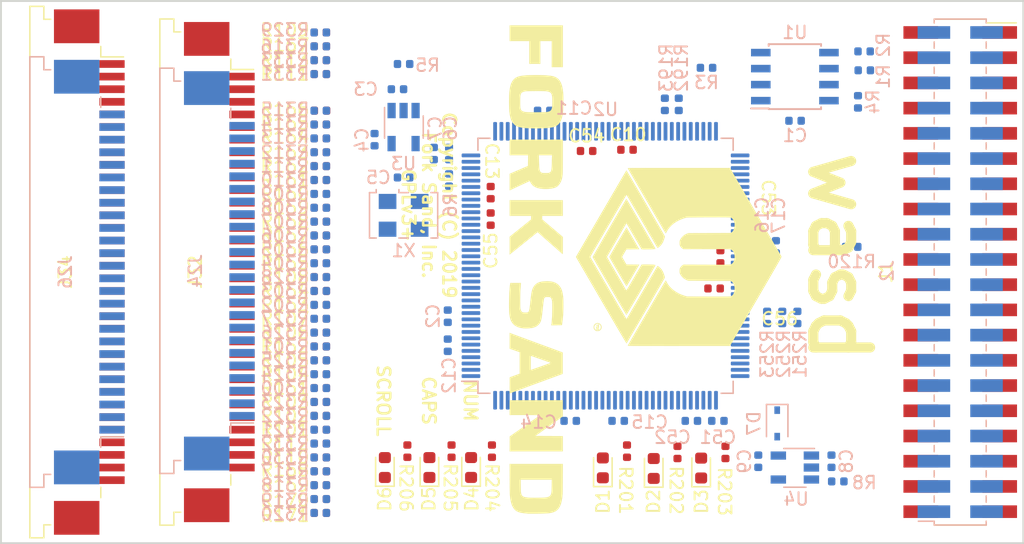
<source format=kicad_pcb>
(kicad_pcb (version 20171130) (host pcbnew 5.0.0-rc3-6a2723a~65~ubuntu16.04.1)

  (general
    (thickness 1.6)
    (drawings 9)
    (tracks 0)
    (zones 0)
    (modules 130)
    (nets 127)
  )

  (page A4 portrait)
  (layers
    (0 F.Cu signal)
    (1 In1.Cu power)
    (2 In2.Cu mixed)
    (31 B.Cu signal)
    (32 B.Adhes user)
    (33 F.Adhes user)
    (34 B.Paste user)
    (35 F.Paste user)
    (36 B.SilkS user)
    (37 F.SilkS user)
    (38 B.Mask user)
    (39 F.Mask user)
    (40 Dwgs.User user)
    (41 Cmts.User user)
    (42 Eco1.User user)
    (43 Eco2.User user)
    (44 Edge.Cuts user)
    (45 Margin user)
    (46 B.CrtYd user)
    (47 F.CrtYd user)
    (48 B.Fab user)
    (49 F.Fab user)
  )

  (setup
    (last_trace_width 0.25)
    (trace_clearance 0.2)
    (zone_clearance 0.254)
    (zone_45_only no)
    (trace_min 0.1)
    (segment_width 0.2)
    (edge_width 0.15)
    (via_size 0.8)
    (via_drill 0.4)
    (via_min_size 0.45)
    (via_min_drill 0.2)
    (uvia_size 0.3)
    (uvia_drill 0.1)
    (uvias_allowed no)
    (uvia_min_size 0.2)
    (uvia_min_drill 0.1)
    (pcb_text_width 0.3)
    (pcb_text_size 1.5 1.5)
    (mod_edge_width 0.15)
    (mod_text_size 1 1)
    (mod_text_width 0.15)
    (pad_size 1.524 1.524)
    (pad_drill 0.762)
    (pad_to_mask_clearance 0.2)
    (aux_axis_origin 0 0)
    (visible_elements FFFFFF7F)
    (pcbplotparams
      (layerselection 0x010fc_ffffffff)
      (usegerberextensions false)
      (usegerberattributes false)
      (usegerberadvancedattributes false)
      (creategerberjobfile false)
      (excludeedgelayer true)
      (linewidth 0.100000)
      (plotframeref false)
      (viasonmask false)
      (mode 1)
      (useauxorigin false)
      (hpglpennumber 1)
      (hpglpenspeed 20)
      (hpglpendiameter 15.000000)
      (psnegative false)
      (psa4output false)
      (plotreference true)
      (plotvalue true)
      (plotinvisibletext false)
      (padsonsilk false)
      (subtractmaskfromsilk true)
      (outputformat 1)
      (mirror false)
      (drillshape 0)
      (scaleselection 1)
      (outputdirectory "Gerber/"))
  )

  (net 0 "")
  (net 1 /GPIO15)
  (net 2 /GPIO8)
  (net 3 /GPIO9)
  (net 4 /GPIO6)
  (net 5 /GPIO7)
  (net 6 /GPIO4)
  (net 7 /GPIO5)
  (net 8 /GPIO2)
  (net 9 /GPIO3)
  (net 10 /GPIO1)
  (net 11 /I2C0_SDA)
  (net 12 /I2C0_SCL)
  (net 13 /UART1_RX)
  (net 14 /QSPI1_DQ0_R)
  (net 15 /UART1_TX)
  (net 16 /QSPI1_CS0_R)
  (net 17 /QSPI1_DQ1_R)
  (net 18 /UART0_RX)
  (net 19 /QSPI1_SCK_R)
  (net 20 /UART0_TX)
  (net 21 /RESET_N)
  (net 22 /PWR_BTN_N)
  (net 23 /+5V_EXT)
  (net 24 /+12V_EXT)
  (net 25 /+1V8_EXT)
  (net 26 /ICE_SS)
  (net 27 /ICE_MISO)
  (net 28 Earth)
  (net 29 /ICE_MOSI)
  (net 30 /ICE_SCK)
  (net 31 "Net-(R3-Pad2)")
  (net 32 "Net-(R4-Pad2)")
  (net 33 "Net-(R5-Pad2)")
  (net 34 "Net-(C5-Pad1)")
  (net 35 "Net-(U2-Pad21)")
  (net 36 +3V3)
  (net 37 +1V2)
  (net 38 "Net-(C6-Pad2)")
  (net 39 "Net-(D1-Pad2)")
  (net 40 "Net-(D2-Pad2)")
  (net 41 "Net-(D3-Pad2)")
  (net 42 /DEBUG_TX)
  (net 43 /ICE_CRST_B)
  (net 44 /ICE_CDONE)
  (net 45 /INTERRUPT)
  (net 46 "Net-(R8-Pad2)")
  (net 47 "Net-(R101-Pad1)")
  (net 48 "Net-(R102-Pad1)")
  (net 49 "Net-(R103-Pad1)")
  (net 50 "Net-(R104-Pad1)")
  (net 51 "Net-(R105-Pad1)")
  (net 52 "Net-(R106-Pad1)")
  (net 53 "Net-(R107-Pad1)")
  (net 54 "Net-(R108-Pad1)")
  (net 55 "Net-(R109-Pad1)")
  (net 56 "Net-(R110-Pad1)")
  (net 57 "Net-(R111-Pad1)")
  (net 58 "Net-(R112-Pad1)")
  (net 59 "Net-(R113-Pad1)")
  (net 60 "Net-(R151-Pad1)")
  (net 61 "Net-(R152-Pad1)")
  (net 62 "Net-(R153-Pad1)")
  (net 63 "Net-(R154-Pad1)")
  (net 64 "Net-(R155-Pad1)")
  (net 65 "Net-(R156-Pad1)")
  (net 66 "Net-(R157-Pad1)")
  (net 67 "Net-(R158-Pad1)")
  (net 68 "Net-(R159-Pad1)")
  (net 69 "Net-(R160-Pad1)")
  (net 70 "Net-(R161-Pad1)")
  (net 71 "Net-(R162-Pad1)")
  (net 72 "Net-(R163-Pad1)")
  (net 73 "Net-(R164-Pad1)")
  (net 74 "Net-(R165-Pad1)")
  (net 75 "Net-(R166-Pad1)")
  (net 76 "Net-(R167-Pad1)")
  (net 77 "Net-(R168-Pad1)")
  (net 78 "Net-(R169-Pad1)")
  (net 79 "Net-(R170-Pad1)")
  (net 80 "Net-(R171-Pad1)")
  (net 81 /NUM_LOCK)
  (net 82 /CAPS_LOCK)
  (net 83 /SCROLL_LOCK)
  (net 84 "Net-(D4-Pad2)")
  (net 85 "Net-(D5-Pad2)")
  (net 86 "Net-(D6-Pad2)")
  (net 87 "Net-(D7-Pad1)")
  (net 88 /KBD_RC_21)
  (net 89 /KBD_RC_22)
  (net 90 /KBD_RC_23)
  (net 91 /KBD_RC_00)
  (net 92 /KBD_RC_24)
  (net 93 /KBD_RC_25)
  (net 94 /KBD_RC_01)
  (net 95 /KBD_RC_26)
  (net 96 /KBD_RC_27)
  (net 97 /KBD_RC_02)
  (net 98 /KBD_RC_03)
  (net 99 /KBD_RC_28)
  (net 100 /KBD_RC_04)
  (net 101 /KBD_RC_05)
  (net 102 /KBD_RC_06)
  (net 103 /KBD_RC_07)
  (net 104 /KBD_RC_08)
  (net 105 /KBD_RC_09)
  (net 106 /KBD_RC_10)
  (net 107 /KBD_RC_11)
  (net 108 /KBD_RC_12)
  (net 109 /KBD_RC_13)
  (net 110 /KBD_RC_14)
  (net 111 /KBD_RC_15)
  (net 112 /KBD_RC_16)
  (net 113 /KBD_RC_29)
  (net 114 /KBD_RC_30)
  (net 115 /KBD_RC_31)
  (net 116 /KBD_RC_32)
  (net 117 /KBD_RC_33)
  (net 118 "Net-(R120-Pad1)")
  (net 119 /KBD_RC_17)
  (net 120 /KBD_RC_18)
  (net 121 /KBD_RC_19)
  (net 122 /KBD_RC_20)
  (net 123 /DEBUG_LED1)
  (net 124 /DEBUG_LED2)
  (net 125 /DEBUG_LED3)
  (net 126 "Net-(C6-Pad1)")

  (net_class Default "This is the default net class."
    (clearance 0.2)
    (trace_width 0.25)
    (via_dia 0.8)
    (via_drill 0.4)
    (uvia_dia 0.3)
    (uvia_drill 0.1)
    (add_net "Net-(C6-Pad1)")
  )

  (net_class BigPower ""
    (clearance 0.2)
    (trace_width 0.45)
    (via_dia 0.45)
    (via_drill 0.2)
    (uvia_dia 0.3)
    (uvia_drill 0.1)
    (add_net /+5V_EXT)
  )

  (net_class Main ""
    (clearance 0.1)
    (trace_width 0.1)
    (via_dia 0.45)
    (via_drill 0.2)
    (uvia_dia 0.3)
    (uvia_drill 0.1)
    (add_net /CAPS_LOCK)
    (add_net /DEBUG_LED1)
    (add_net /DEBUG_LED2)
    (add_net /DEBUG_LED3)
    (add_net /DEBUG_TX)
    (add_net /GPIO1)
    (add_net /GPIO15)
    (add_net /GPIO2)
    (add_net /GPIO3)
    (add_net /GPIO4)
    (add_net /GPIO5)
    (add_net /GPIO6)
    (add_net /GPIO7)
    (add_net /GPIO8)
    (add_net /GPIO9)
    (add_net /I2C0_SCL)
    (add_net /I2C0_SDA)
    (add_net /ICE_CDONE)
    (add_net /ICE_CRST_B)
    (add_net /ICE_MISO)
    (add_net /ICE_MOSI)
    (add_net /ICE_SCK)
    (add_net /ICE_SS)
    (add_net /INTERRUPT)
    (add_net /KBD_RC_00)
    (add_net /KBD_RC_01)
    (add_net /KBD_RC_02)
    (add_net /KBD_RC_03)
    (add_net /KBD_RC_04)
    (add_net /KBD_RC_05)
    (add_net /KBD_RC_06)
    (add_net /KBD_RC_07)
    (add_net /KBD_RC_08)
    (add_net /KBD_RC_09)
    (add_net /KBD_RC_10)
    (add_net /KBD_RC_11)
    (add_net /KBD_RC_12)
    (add_net /KBD_RC_13)
    (add_net /KBD_RC_14)
    (add_net /KBD_RC_15)
    (add_net /KBD_RC_16)
    (add_net /KBD_RC_17)
    (add_net /KBD_RC_18)
    (add_net /KBD_RC_19)
    (add_net /KBD_RC_20)
    (add_net /KBD_RC_21)
    (add_net /KBD_RC_22)
    (add_net /KBD_RC_23)
    (add_net /KBD_RC_24)
    (add_net /KBD_RC_25)
    (add_net /KBD_RC_26)
    (add_net /KBD_RC_27)
    (add_net /KBD_RC_28)
    (add_net /KBD_RC_29)
    (add_net /KBD_RC_30)
    (add_net /KBD_RC_31)
    (add_net /KBD_RC_32)
    (add_net /KBD_RC_33)
    (add_net /NUM_LOCK)
    (add_net /PWR_BTN_N)
    (add_net /QSPI1_CS0_R)
    (add_net /QSPI1_DQ0_R)
    (add_net /QSPI1_DQ1_R)
    (add_net /QSPI1_SCK_R)
    (add_net /RESET_N)
    (add_net /SCROLL_LOCK)
    (add_net /UART0_RX)
    (add_net /UART0_TX)
    (add_net /UART1_RX)
    (add_net /UART1_TX)
    (add_net "Net-(C5-Pad1)")
    (add_net "Net-(C6-Pad2)")
    (add_net "Net-(D1-Pad2)")
    (add_net "Net-(D2-Pad2)")
    (add_net "Net-(D3-Pad2)")
    (add_net "Net-(D4-Pad2)")
    (add_net "Net-(D5-Pad2)")
    (add_net "Net-(D6-Pad2)")
    (add_net "Net-(D7-Pad1)")
    (add_net "Net-(R101-Pad1)")
    (add_net "Net-(R102-Pad1)")
    (add_net "Net-(R103-Pad1)")
    (add_net "Net-(R104-Pad1)")
    (add_net "Net-(R105-Pad1)")
    (add_net "Net-(R106-Pad1)")
    (add_net "Net-(R107-Pad1)")
    (add_net "Net-(R108-Pad1)")
    (add_net "Net-(R109-Pad1)")
    (add_net "Net-(R110-Pad1)")
    (add_net "Net-(R111-Pad1)")
    (add_net "Net-(R112-Pad1)")
    (add_net "Net-(R113-Pad1)")
    (add_net "Net-(R120-Pad1)")
    (add_net "Net-(R151-Pad1)")
    (add_net "Net-(R152-Pad1)")
    (add_net "Net-(R153-Pad1)")
    (add_net "Net-(R154-Pad1)")
    (add_net "Net-(R155-Pad1)")
    (add_net "Net-(R156-Pad1)")
    (add_net "Net-(R157-Pad1)")
    (add_net "Net-(R158-Pad1)")
    (add_net "Net-(R159-Pad1)")
    (add_net "Net-(R160-Pad1)")
    (add_net "Net-(R161-Pad1)")
    (add_net "Net-(R162-Pad1)")
    (add_net "Net-(R163-Pad1)")
    (add_net "Net-(R164-Pad1)")
    (add_net "Net-(R165-Pad1)")
    (add_net "Net-(R166-Pad1)")
    (add_net "Net-(R167-Pad1)")
    (add_net "Net-(R168-Pad1)")
    (add_net "Net-(R169-Pad1)")
    (add_net "Net-(R170-Pad1)")
    (add_net "Net-(R171-Pad1)")
    (add_net "Net-(R3-Pad2)")
    (add_net "Net-(R4-Pad2)")
    (add_net "Net-(R5-Pad2)")
    (add_net "Net-(R8-Pad2)")
    (add_net "Net-(U2-Pad21)")
  )

  (net_class Power ""
    (clearance 0.2)
    (trace_width 0.2)
    (via_dia 0.45)
    (via_drill 0.2)
    (uvia_dia 0.3)
    (uvia_drill 0.1)
    (add_net +1V2)
    (add_net +3V3)
    (add_net /+12V_EXT)
    (add_net /+1V8_EXT)
    (add_net Earth)
  )

  (module Connector_PinSocket_2.00mm:PinSocket_2x20_P2.00mm_Vertical_SMD (layer F.Cu) (tedit 5A19A41F) (tstamp 5C90EB29)
    (at 140.8 104.8)
    (descr "surface-mounted straight socket strip, 2x20, 2.00mm pitch, double cols (from Kicad 4.0.7), script generated")
    (tags "Surface mounted socket strip SMD 2x20 2.00mm double row")
    (path /5C823E9B)
    (attr smd)
    (fp_text reference J1 (at -5.9 0 -90) (layer F.SilkS)
      (effects (font (size 1 1) (thickness 0.15)))
    )
    (fp_text value Ext_conn (at -5.8 4.2 -90) (layer F.Fab)
      (effects (font (size 1 1) (thickness 0.15)))
    )
    (fp_line (start -2.06 -20.06) (end 2.06 -20.06) (layer F.SilkS) (width 0.12))
    (fp_line (start 2.06 -20.06) (end 2.06 -19.76) (layer F.SilkS) (width 0.12))
    (fp_line (start 2.06 -18.24) (end 2.06 -17.76) (layer F.SilkS) (width 0.12))
    (fp_line (start 2.06 -16.24) (end 2.06 -15.76) (layer F.SilkS) (width 0.12))
    (fp_line (start 2.06 -14.24) (end 2.06 -13.76) (layer F.SilkS) (width 0.12))
    (fp_line (start 2.06 -12.24) (end 2.06 -11.76) (layer F.SilkS) (width 0.12))
    (fp_line (start 2.06 -10.24) (end 2.06 -9.76) (layer F.SilkS) (width 0.12))
    (fp_line (start 2.06 -8.24) (end 2.06 -7.76) (layer F.SilkS) (width 0.12))
    (fp_line (start 2.06 -6.24) (end 2.06 -5.76) (layer F.SilkS) (width 0.12))
    (fp_line (start 2.06 -4.24) (end 2.06 -3.76) (layer F.SilkS) (width 0.12))
    (fp_line (start 2.06 -2.24) (end 2.06 -1.76) (layer F.SilkS) (width 0.12))
    (fp_line (start 2.06 -0.24) (end 2.06 0.24) (layer F.SilkS) (width 0.12))
    (fp_line (start 2.06 1.76) (end 2.06 2.24) (layer F.SilkS) (width 0.12))
    (fp_line (start 2.06 3.76) (end 2.06 4.24) (layer F.SilkS) (width 0.12))
    (fp_line (start 2.06 5.76) (end 2.06 6.24) (layer F.SilkS) (width 0.12))
    (fp_line (start 2.06 7.76) (end 2.06 8.24) (layer F.SilkS) (width 0.12))
    (fp_line (start 2.06 9.76) (end 2.06 10.24) (layer F.SilkS) (width 0.12))
    (fp_line (start 2.06 11.76) (end 2.06 12.24) (layer F.SilkS) (width 0.12))
    (fp_line (start 2.06 13.76) (end 2.06 14.24) (layer F.SilkS) (width 0.12))
    (fp_line (start 2.06 15.76) (end 2.06 16.24) (layer F.SilkS) (width 0.12))
    (fp_line (start 2.06 17.76) (end 2.06 18.24) (layer F.SilkS) (width 0.12))
    (fp_line (start 2.06 19.76) (end 2.06 20.06) (layer F.SilkS) (width 0.12))
    (fp_line (start -2.06 20.06) (end 2.06 20.06) (layer F.SilkS) (width 0.12))
    (fp_line (start -2.06 -20.06) (end -2.06 -19.76) (layer F.SilkS) (width 0.12))
    (fp_line (start -2.06 -18.24) (end -2.06 -17.76) (layer F.SilkS) (width 0.12))
    (fp_line (start -2.06 -16.24) (end -2.06 -15.76) (layer F.SilkS) (width 0.12))
    (fp_line (start -2.06 -14.24) (end -2.06 -13.76) (layer F.SilkS) (width 0.12))
    (fp_line (start -2.06 -12.24) (end -2.06 -11.76) (layer F.SilkS) (width 0.12))
    (fp_line (start -2.06 -10.24) (end -2.06 -9.76) (layer F.SilkS) (width 0.12))
    (fp_line (start -2.06 -8.24) (end -2.06 -7.76) (layer F.SilkS) (width 0.12))
    (fp_line (start -2.06 -6.24) (end -2.06 -5.76) (layer F.SilkS) (width 0.12))
    (fp_line (start -2.06 -4.24) (end -2.06 -3.76) (layer F.SilkS) (width 0.12))
    (fp_line (start -2.06 -2.24) (end -2.06 -1.76) (layer F.SilkS) (width 0.12))
    (fp_line (start -2.06 -0.24) (end -2.06 0.24) (layer F.SilkS) (width 0.12))
    (fp_line (start -2.06 1.76) (end -2.06 2.24) (layer F.SilkS) (width 0.12))
    (fp_line (start -2.06 3.76) (end -2.06 4.24) (layer F.SilkS) (width 0.12))
    (fp_line (start -2.06 5.76) (end -2.06 6.24) (layer F.SilkS) (width 0.12))
    (fp_line (start -2.06 7.76) (end -2.06 8.24) (layer F.SilkS) (width 0.12))
    (fp_line (start -2.06 9.76) (end -2.06 10.24) (layer F.SilkS) (width 0.12))
    (fp_line (start -2.06 11.76) (end -2.06 12.24) (layer F.SilkS) (width 0.12))
    (fp_line (start -2.06 13.76) (end -2.06 14.24) (layer F.SilkS) (width 0.12))
    (fp_line (start -2.06 15.76) (end -2.06 16.24) (layer F.SilkS) (width 0.12))
    (fp_line (start -2.06 17.76) (end -2.06 18.24) (layer F.SilkS) (width 0.12))
    (fp_line (start -2.06 19.76) (end -2.06 20.06) (layer F.SilkS) (width 0.12))
    (fp_line (start 2.06 -19.76) (end 4.44 -19.76) (layer F.SilkS) (width 0.12))
    (fp_line (start -2 -20) (end 1 -20) (layer F.Fab) (width 0.1))
    (fp_line (start 1 -20) (end 2 -19) (layer F.Fab) (width 0.1))
    (fp_line (start 2 -19) (end 2 20) (layer F.Fab) (width 0.1))
    (fp_line (start 2 20) (end -2 20) (layer F.Fab) (width 0.1))
    (fp_line (start -2 20) (end -2 -20) (layer F.Fab) (width 0.1))
    (fp_line (start -3 -19.25) (end -2 -19.25) (layer F.Fab) (width 0.1))
    (fp_line (start -2 -18.75) (end -3 -18.75) (layer F.Fab) (width 0.1))
    (fp_line (start -3 -18.75) (end -3 -19.25) (layer F.Fab) (width 0.1))
    (fp_line (start 2 -19.25) (end 3 -19.25) (layer F.Fab) (width 0.1))
    (fp_line (start 3 -19.25) (end 3 -18.75) (layer F.Fab) (width 0.1))
    (fp_line (start 3 -18.75) (end 2 -18.75) (layer F.Fab) (width 0.1))
    (fp_line (start -3 -17.25) (end -2 -17.25) (layer F.Fab) (width 0.1))
    (fp_line (start -2 -16.75) (end -3 -16.75) (layer F.Fab) (width 0.1))
    (fp_line (start -3 -16.75) (end -3 -17.25) (layer F.Fab) (width 0.1))
    (fp_line (start 2 -17.25) (end 3 -17.25) (layer F.Fab) (width 0.1))
    (fp_line (start 3 -17.25) (end 3 -16.75) (layer F.Fab) (width 0.1))
    (fp_line (start 3 -16.75) (end 2 -16.75) (layer F.Fab) (width 0.1))
    (fp_line (start -3 -15.25) (end -2 -15.25) (layer F.Fab) (width 0.1))
    (fp_line (start -2 -14.75) (end -3 -14.75) (layer F.Fab) (width 0.1))
    (fp_line (start -3 -14.75) (end -3 -15.25) (layer F.Fab) (width 0.1))
    (fp_line (start 2 -15.25) (end 3 -15.25) (layer F.Fab) (width 0.1))
    (fp_line (start 3 -15.25) (end 3 -14.75) (layer F.Fab) (width 0.1))
    (fp_line (start 3 -14.75) (end 2 -14.75) (layer F.Fab) (width 0.1))
    (fp_line (start -3 -13.25) (end -2 -13.25) (layer F.Fab) (width 0.1))
    (fp_line (start -2 -12.75) (end -3 -12.75) (layer F.Fab) (width 0.1))
    (fp_line (start -3 -12.75) (end -3 -13.25) (layer F.Fab) (width 0.1))
    (fp_line (start 2 -13.25) (end 3 -13.25) (layer F.Fab) (width 0.1))
    (fp_line (start 3 -13.25) (end 3 -12.75) (layer F.Fab) (width 0.1))
    (fp_line (start 3 -12.75) (end 2 -12.75) (layer F.Fab) (width 0.1))
    (fp_line (start -3 -11.25) (end -2 -11.25) (layer F.Fab) (width 0.1))
    (fp_line (start -2 -10.75) (end -3 -10.75) (layer F.Fab) (width 0.1))
    (fp_line (start -3 -10.75) (end -3 -11.25) (layer F.Fab) (width 0.1))
    (fp_line (start 2 -11.25) (end 3 -11.25) (layer F.Fab) (width 0.1))
    (fp_line (start 3 -11.25) (end 3 -10.75) (layer F.Fab) (width 0.1))
    (fp_line (start 3 -10.75) (end 2 -10.75) (layer F.Fab) (width 0.1))
    (fp_line (start -3 -9.25) (end -2 -9.25) (layer F.Fab) (width 0.1))
    (fp_line (start -2 -8.75) (end -3 -8.75) (layer F.Fab) (width 0.1))
    (fp_line (start -3 -8.75) (end -3 -9.25) (layer F.Fab) (width 0.1))
    (fp_line (start 2 -9.25) (end 3 -9.25) (layer F.Fab) (width 0.1))
    (fp_line (start 3 -9.25) (end 3 -8.75) (layer F.Fab) (width 0.1))
    (fp_line (start 3 -8.75) (end 2 -8.75) (layer F.Fab) (width 0.1))
    (fp_line (start -3 -7.25) (end -2 -7.25) (layer F.Fab) (width 0.1))
    (fp_line (start -2 -6.75) (end -3 -6.75) (layer F.Fab) (width 0.1))
    (fp_line (start -3 -6.75) (end -3 -7.25) (layer F.Fab) (width 0.1))
    (fp_line (start 2 -7.25) (end 3 -7.25) (layer F.Fab) (width 0.1))
    (fp_line (start 3 -7.25) (end 3 -6.75) (layer F.Fab) (width 0.1))
    (fp_line (start 3 -6.75) (end 2 -6.75) (layer F.Fab) (width 0.1))
    (fp_line (start -3 -5.25) (end -2 -5.25) (layer F.Fab) (width 0.1))
    (fp_line (start -2 -4.75) (end -3 -4.75) (layer F.Fab) (width 0.1))
    (fp_line (start -3 -4.75) (end -3 -5.25) (layer F.Fab) (width 0.1))
    (fp_line (start 2 -5.25) (end 3 -5.25) (layer F.Fab) (width 0.1))
    (fp_line (start 3 -5.25) (end 3 -4.75) (layer F.Fab) (width 0.1))
    (fp_line (start 3 -4.75) (end 2 -4.75) (layer F.Fab) (width 0.1))
    (fp_line (start -3 -3.25) (end -2 -3.25) (layer F.Fab) (width 0.1))
    (fp_line (start -2 -2.75) (end -3 -2.75) (layer F.Fab) (width 0.1))
    (fp_line (start -3 -2.75) (end -3 -3.25) (layer F.Fab) (width 0.1))
    (fp_line (start 2 -3.25) (end 3 -3.25) (layer F.Fab) (width 0.1))
    (fp_line (start 3 -3.25) (end 3 -2.75) (layer F.Fab) (width 0.1))
    (fp_line (start 3 -2.75) (end 2 -2.75) (layer F.Fab) (width 0.1))
    (fp_line (start -3 -1.25) (end -2 -1.25) (layer F.Fab) (width 0.1))
    (fp_line (start -2 -0.75) (end -3 -0.75) (layer F.Fab) (width 0.1))
    (fp_line (start -3 -0.75) (end -3 -1.25) (layer F.Fab) (width 0.1))
    (fp_line (start 2 -1.25) (end 3 -1.25) (layer F.Fab) (width 0.1))
    (fp_line (start 3 -1.25) (end 3 -0.75) (layer F.Fab) (width 0.1))
    (fp_line (start 3 -0.75) (end 2 -0.75) (layer F.Fab) (width 0.1))
    (fp_line (start -3 0.75) (end -2 0.75) (layer F.Fab) (width 0.1))
    (fp_line (start -2 1.25) (end -3 1.25) (layer F.Fab) (width 0.1))
    (fp_line (start -3 1.25) (end -3 0.75) (layer F.Fab) (width 0.1))
    (fp_line (start 2 0.75) (end 3 0.75) (layer F.Fab) (width 0.1))
    (fp_line (start 3 0.75) (end 3 1.25) (layer F.Fab) (width 0.1))
    (fp_line (start 3 1.25) (end 2 1.25) (layer F.Fab) (width 0.1))
    (fp_line (start -3 2.75) (end -2 2.75) (layer F.Fab) (width 0.1))
    (fp_line (start -2 3.25) (end -3 3.25) (layer F.Fab) (width 0.1))
    (fp_line (start -3 3.25) (end -3 2.75) (layer F.Fab) (width 0.1))
    (fp_line (start 2 2.75) (end 3 2.75) (layer F.Fab) (width 0.1))
    (fp_line (start 3 2.75) (end 3 3.25) (layer F.Fab) (width 0.1))
    (fp_line (start 3 3.25) (end 2 3.25) (layer F.Fab) (width 0.1))
    (fp_line (start -3 4.75) (end -2 4.75) (layer F.Fab) (width 0.1))
    (fp_line (start -2 5.25) (end -3 5.25) (layer F.Fab) (width 0.1))
    (fp_line (start -3 5.25) (end -3 4.75) (layer F.Fab) (width 0.1))
    (fp_line (start 2 4.75) (end 3 4.75) (layer F.Fab) (width 0.1))
    (fp_line (start 3 4.75) (end 3 5.25) (layer F.Fab) (width 0.1))
    (fp_line (start 3 5.25) (end 2 5.25) (layer F.Fab) (width 0.1))
    (fp_line (start -3 6.75) (end -2 6.75) (layer F.Fab) (width 0.1))
    (fp_line (start -2 7.25) (end -3 7.25) (layer F.Fab) (width 0.1))
    (fp_line (start -3 7.25) (end -3 6.75) (layer F.Fab) (width 0.1))
    (fp_line (start 2 6.75) (end 3 6.75) (layer F.Fab) (width 0.1))
    (fp_line (start 3 6.75) (end 3 7.25) (layer F.Fab) (width 0.1))
    (fp_line (start 3 7.25) (end 2 7.25) (layer F.Fab) (width 0.1))
    (fp_line (start -3 8.75) (end -2 8.75) (layer F.Fab) (width 0.1))
    (fp_line (start -2 9.25) (end -3 9.25) (layer F.Fab) (width 0.1))
    (fp_line (start -3 9.25) (end -3 8.75) (layer F.Fab) (width 0.1))
    (fp_line (start 2 8.75) (end 3 8.75) (layer F.Fab) (width 0.1))
    (fp_line (start 3 8.75) (end 3 9.25) (layer F.Fab) (width 0.1))
    (fp_line (start 3 9.25) (end 2 9.25) (layer F.Fab) (width 0.1))
    (fp_line (start -3 10.75) (end -2 10.75) (layer F.Fab) (width 0.1))
    (fp_line (start -2 11.25) (end -3 11.25) (layer F.Fab) (width 0.1))
    (fp_line (start -3 11.25) (end -3 10.75) (layer F.Fab) (width 0.1))
    (fp_line (start 2 10.75) (end 3 10.75) (layer F.Fab) (width 0.1))
    (fp_line (start 3 10.75) (end 3 11.25) (layer F.Fab) (width 0.1))
    (fp_line (start 3 11.25) (end 2 11.25) (layer F.Fab) (width 0.1))
    (fp_line (start -3 12.75) (end -2 12.75) (layer F.Fab) (width 0.1))
    (fp_line (start -2 13.25) (end -3 13.25) (layer F.Fab) (width 0.1))
    (fp_line (start -3 13.25) (end -3 12.75) (layer F.Fab) (width 0.1))
    (fp_line (start 2 12.75) (end 3 12.75) (layer F.Fab) (width 0.1))
    (fp_line (start 3 12.75) (end 3 13.25) (layer F.Fab) (width 0.1))
    (fp_line (start 3 13.25) (end 2 13.25) (layer F.Fab) (width 0.1))
    (fp_line (start -3 14.75) (end -2 14.75) (layer F.Fab) (width 0.1))
    (fp_line (start -2 15.25) (end -3 15.25) (layer F.Fab) (width 0.1))
    (fp_line (start -3 15.25) (end -3 14.75) (layer F.Fab) (width 0.1))
    (fp_line (start 2 14.75) (end 3 14.75) (layer F.Fab) (width 0.1))
    (fp_line (start 3 14.75) (end 3 15.25) (layer F.Fab) (width 0.1))
    (fp_line (start 3 15.25) (end 2 15.25) (layer F.Fab) (width 0.1))
    (fp_line (start -3 16.75) (end -2 16.75) (layer F.Fab) (width 0.1))
    (fp_line (start -2 17.25) (end -3 17.25) (layer F.Fab) (width 0.1))
    (fp_line (start -3 17.25) (end -3 16.75) (layer F.Fab) (width 0.1))
    (fp_line (start 2 16.75) (end 3 16.75) (layer F.Fab) (width 0.1))
    (fp_line (start 3 16.75) (end 3 17.25) (layer F.Fab) (width 0.1))
    (fp_line (start 3 17.25) (end 2 17.25) (layer F.Fab) (width 0.1))
    (fp_line (start -3 18.75) (end -2 18.75) (layer F.Fab) (width 0.1))
    (fp_line (start -2 19.25) (end -3 19.25) (layer F.Fab) (width 0.1))
    (fp_line (start -3 19.25) (end -3 18.75) (layer F.Fab) (width 0.1))
    (fp_line (start 2 18.75) (end 3 18.75) (layer F.Fab) (width 0.1))
    (fp_line (start 3 18.75) (end 3 19.25) (layer F.Fab) (width 0.1))
    (fp_line (start 3 19.25) (end 2 19.25) (layer F.Fab) (width 0.1))
    (fp_line (start -5 -20.5) (end 5 -20.5) (layer F.CrtYd) (width 0.05))
    (fp_line (start 5 -20.5) (end 5 20.5) (layer F.CrtYd) (width 0.05))
    (fp_line (start 5 20.5) (end -5 20.5) (layer F.CrtYd) (width 0.05))
    (fp_line (start -5 20.5) (end -5 -20.5) (layer F.CrtYd) (width 0.05))
    (fp_text user %R (at 0 0 90) (layer F.Fab)
      (effects (font (size 1 1) (thickness 0.15)))
    )
    (pad 1 smd rect (at 3.125 -19) (size 2.75 1) (layers F.Cu F.Paste F.Mask)
      (net 28 Earth))
    (pad 2 smd rect (at -3.125 -19) (size 2.75 1) (layers F.Cu F.Paste F.Mask)
      (net 28 Earth))
    (pad 3 smd rect (at 3.125 -17) (size 2.75 1) (layers F.Cu F.Paste F.Mask)
      (net 23 /+5V_EXT))
    (pad 4 smd rect (at -3.125 -17) (size 2.75 1) (layers F.Cu F.Paste F.Mask)
      (net 24 /+12V_EXT))
    (pad 5 smd rect (at 3.125 -15) (size 2.75 1) (layers F.Cu F.Paste F.Mask)
      (net 25 /+1V8_EXT))
    (pad 6 smd rect (at -3.125 -15) (size 2.75 1) (layers F.Cu F.Paste F.Mask)
      (net 24 /+12V_EXT))
    (pad 7 smd rect (at 3.125 -13) (size 2.75 1) (layers F.Cu F.Paste F.Mask)
      (net 1 /GPIO15))
    (pad 8 smd rect (at -3.125 -13) (size 2.75 1) (layers F.Cu F.Paste F.Mask)
      (net 36 +3V3))
    (pad 9 smd rect (at 3.125 -11) (size 2.75 1) (layers F.Cu F.Paste F.Mask)
      (net 2 /GPIO8))
    (pad 10 smd rect (at -3.125 -11) (size 2.75 1) (layers F.Cu F.Paste F.Mask)
      (net 3 /GPIO9))
    (pad 11 smd rect (at 3.125 -9) (size 2.75 1) (layers F.Cu F.Paste F.Mask)
      (net 4 /GPIO6))
    (pad 12 smd rect (at -3.125 -9) (size 2.75 1) (layers F.Cu F.Paste F.Mask)
      (net 5 /GPIO7))
    (pad 13 smd rect (at 3.125 -7) (size 2.75 1) (layers F.Cu F.Paste F.Mask)
      (net 6 /GPIO4))
    (pad 14 smd rect (at -3.125 -7) (size 2.75 1) (layers F.Cu F.Paste F.Mask)
      (net 7 /GPIO5))
    (pad 15 smd rect (at 3.125 -5) (size 2.75 1) (layers F.Cu F.Paste F.Mask)
      (net 8 /GPIO2))
    (pad 16 smd rect (at -3.125 -5) (size 2.75 1) (layers F.Cu F.Paste F.Mask)
      (net 9 /GPIO3))
    (pad 17 smd rect (at 3.125 -3) (size 2.75 1) (layers F.Cu F.Paste F.Mask)
      (net 42 /DEBUG_TX))
    (pad 18 smd rect (at -3.125 -3) (size 2.75 1) (layers F.Cu F.Paste F.Mask)
      (net 10 /GPIO1))
    (pad 19 smd rect (at 3.125 -1) (size 2.75 1) (layers F.Cu F.Paste F.Mask)
      (net 43 /ICE_CRST_B))
    (pad 20 smd rect (at -3.125 -1) (size 2.75 1) (layers F.Cu F.Paste F.Mask)
      (net 26 /ICE_SS))
    (pad 21 smd rect (at 3.125 1) (size 2.75 1) (layers F.Cu F.Paste F.Mask)
      (net 44 /ICE_CDONE))
    (pad 22 smd rect (at -3.125 1) (size 2.75 1) (layers F.Cu F.Paste F.Mask)
      (net 30 /ICE_SCK))
    (pad 23 smd rect (at 3.125 3) (size 2.75 1) (layers F.Cu F.Paste F.Mask)
      (net 11 /I2C0_SDA))
    (pad 24 smd rect (at -3.125 3) (size 2.75 1) (layers F.Cu F.Paste F.Mask)
      (net 29 /ICE_MOSI))
    (pad 25 smd rect (at 3.125 5) (size 2.75 1) (layers F.Cu F.Paste F.Mask)
      (net 12 /I2C0_SCL))
    (pad 26 smd rect (at -3.125 5) (size 2.75 1) (layers F.Cu F.Paste F.Mask)
      (net 27 /ICE_MISO))
    (pad 27 smd rect (at 3.125 7) (size 2.75 1) (layers F.Cu F.Paste F.Mask)
      (net 13 /UART1_RX))
    (pad 28 smd rect (at -3.125 7) (size 2.75 1) (layers F.Cu F.Paste F.Mask)
      (net 14 /QSPI1_DQ0_R))
    (pad 29 smd rect (at 3.125 9) (size 2.75 1) (layers F.Cu F.Paste F.Mask)
      (net 15 /UART1_TX))
    (pad 30 smd rect (at -3.125 9) (size 2.75 1) (layers F.Cu F.Paste F.Mask)
      (net 16 /QSPI1_CS0_R))
    (pad 31 smd rect (at 3.125 11) (size 2.75 1) (layers F.Cu F.Paste F.Mask))
    (pad 32 smd rect (at -3.125 11) (size 2.75 1) (layers F.Cu F.Paste F.Mask)
      (net 17 /QSPI1_DQ1_R))
    (pad 33 smd rect (at 3.125 13) (size 2.75 1) (layers F.Cu F.Paste F.Mask)
      (net 18 /UART0_RX))
    (pad 34 smd rect (at -3.125 13) (size 2.75 1) (layers F.Cu F.Paste F.Mask)
      (net 19 /QSPI1_SCK_R))
    (pad 35 smd rect (at 3.125 15) (size 2.75 1) (layers F.Cu F.Paste F.Mask)
      (net 20 /UART0_TX))
    (pad 36 smd rect (at -3.125 15) (size 2.75 1) (layers F.Cu F.Paste F.Mask)
      (net 21 /RESET_N))
    (pad 37 smd rect (at 3.125 17) (size 2.75 1) (layers F.Cu F.Paste F.Mask))
    (pad 38 smd rect (at -3.125 17) (size 2.75 1) (layers F.Cu F.Paste F.Mask)
      (net 22 /PWR_BTN_N))
    (pad 39 smd rect (at 3.125 19) (size 2.75 1) (layers F.Cu F.Paste F.Mask)
      (net 28 Earth))
    (pad 40 smd rect (at -3.125 19) (size 2.75 1) (layers F.Cu F.Paste F.Mask)
      (net 28 Earth))
    (model ${KISYS3DMOD}/Connector_PinSocket_2.00mm.3dshapes/PinSocket_2x20_P2.00mm_Vertical_SMD.wrl
      (at (xyz 0 0 0))
      (scale (xyz 1 1 1))
      (rotate (xyz 0 0 0))
    )
  )

  (module Connector_PinHeader_2.00mm:PinHeader_2x20_P2.00mm_Vertical_SMD (layer B.Cu) (tedit 59FED667) (tstamp 5C90EC04)
    (at 140.8 104.8)
    (descr "surface-mounted straight pin header, 2x20, 2.00mm pitch, double rows")
    (tags "Surface mounted pin header SMD 2x20 2.00mm double row")
    (path /5C82407E)
    (attr smd)
    (fp_text reference J2 (at -5.8 -0.1 -90) (layer B.SilkS)
      (effects (font (size 1 1) (thickness 0.15)) (justify mirror))
    )
    (fp_text value Carrier_conn (at -5.8 -5.7 -90) (layer B.Fab)
      (effects (font (size 1 1) (thickness 0.15)) (justify mirror))
    )
    (fp_line (start 2 -20) (end -2 -20) (layer B.Fab) (width 0.1))
    (fp_line (start -1.25 20) (end 2 20) (layer B.Fab) (width 0.1))
    (fp_line (start -2 -20) (end -2 19.25) (layer B.Fab) (width 0.1))
    (fp_line (start -2 19.25) (end -1.25 20) (layer B.Fab) (width 0.1))
    (fp_line (start 2 20) (end 2 -20) (layer B.Fab) (width 0.1))
    (fp_line (start -2 19.25) (end -2.875 19.25) (layer B.Fab) (width 0.1))
    (fp_line (start -2.875 19.25) (end -2.875 18.75) (layer B.Fab) (width 0.1))
    (fp_line (start -2.875 18.75) (end -2 18.75) (layer B.Fab) (width 0.1))
    (fp_line (start 2 19.25) (end 2.875 19.25) (layer B.Fab) (width 0.1))
    (fp_line (start 2.875 19.25) (end 2.875 18.75) (layer B.Fab) (width 0.1))
    (fp_line (start 2.875 18.75) (end 2 18.75) (layer B.Fab) (width 0.1))
    (fp_line (start -2 17.25) (end -2.875 17.25) (layer B.Fab) (width 0.1))
    (fp_line (start -2.875 17.25) (end -2.875 16.75) (layer B.Fab) (width 0.1))
    (fp_line (start -2.875 16.75) (end -2 16.75) (layer B.Fab) (width 0.1))
    (fp_line (start 2 17.25) (end 2.875 17.25) (layer B.Fab) (width 0.1))
    (fp_line (start 2.875 17.25) (end 2.875 16.75) (layer B.Fab) (width 0.1))
    (fp_line (start 2.875 16.75) (end 2 16.75) (layer B.Fab) (width 0.1))
    (fp_line (start -2 15.25) (end -2.875 15.25) (layer B.Fab) (width 0.1))
    (fp_line (start -2.875 15.25) (end -2.875 14.75) (layer B.Fab) (width 0.1))
    (fp_line (start -2.875 14.75) (end -2 14.75) (layer B.Fab) (width 0.1))
    (fp_line (start 2 15.25) (end 2.875 15.25) (layer B.Fab) (width 0.1))
    (fp_line (start 2.875 15.25) (end 2.875 14.75) (layer B.Fab) (width 0.1))
    (fp_line (start 2.875 14.75) (end 2 14.75) (layer B.Fab) (width 0.1))
    (fp_line (start -2 13.25) (end -2.875 13.25) (layer B.Fab) (width 0.1))
    (fp_line (start -2.875 13.25) (end -2.875 12.75) (layer B.Fab) (width 0.1))
    (fp_line (start -2.875 12.75) (end -2 12.75) (layer B.Fab) (width 0.1))
    (fp_line (start 2 13.25) (end 2.875 13.25) (layer B.Fab) (width 0.1))
    (fp_line (start 2.875 13.25) (end 2.875 12.75) (layer B.Fab) (width 0.1))
    (fp_line (start 2.875 12.75) (end 2 12.75) (layer B.Fab) (width 0.1))
    (fp_line (start -2 11.25) (end -2.875 11.25) (layer B.Fab) (width 0.1))
    (fp_line (start -2.875 11.25) (end -2.875 10.75) (layer B.Fab) (width 0.1))
    (fp_line (start -2.875 10.75) (end -2 10.75) (layer B.Fab) (width 0.1))
    (fp_line (start 2 11.25) (end 2.875 11.25) (layer B.Fab) (width 0.1))
    (fp_line (start 2.875 11.25) (end 2.875 10.75) (layer B.Fab) (width 0.1))
    (fp_line (start 2.875 10.75) (end 2 10.75) (layer B.Fab) (width 0.1))
    (fp_line (start -2 9.25) (end -2.875 9.25) (layer B.Fab) (width 0.1))
    (fp_line (start -2.875 9.25) (end -2.875 8.75) (layer B.Fab) (width 0.1))
    (fp_line (start -2.875 8.75) (end -2 8.75) (layer B.Fab) (width 0.1))
    (fp_line (start 2 9.25) (end 2.875 9.25) (layer B.Fab) (width 0.1))
    (fp_line (start 2.875 9.25) (end 2.875 8.75) (layer B.Fab) (width 0.1))
    (fp_line (start 2.875 8.75) (end 2 8.75) (layer B.Fab) (width 0.1))
    (fp_line (start -2 7.25) (end -2.875 7.25) (layer B.Fab) (width 0.1))
    (fp_line (start -2.875 7.25) (end -2.875 6.75) (layer B.Fab) (width 0.1))
    (fp_line (start -2.875 6.75) (end -2 6.75) (layer B.Fab) (width 0.1))
    (fp_line (start 2 7.25) (end 2.875 7.25) (layer B.Fab) (width 0.1))
    (fp_line (start 2.875 7.25) (end 2.875 6.75) (layer B.Fab) (width 0.1))
    (fp_line (start 2.875 6.75) (end 2 6.75) (layer B.Fab) (width 0.1))
    (fp_line (start -2 5.25) (end -2.875 5.25) (layer B.Fab) (width 0.1))
    (fp_line (start -2.875 5.25) (end -2.875 4.75) (layer B.Fab) (width 0.1))
    (fp_line (start -2.875 4.75) (end -2 4.75) (layer B.Fab) (width 0.1))
    (fp_line (start 2 5.25) (end 2.875 5.25) (layer B.Fab) (width 0.1))
    (fp_line (start 2.875 5.25) (end 2.875 4.75) (layer B.Fab) (width 0.1))
    (fp_line (start 2.875 4.75) (end 2 4.75) (layer B.Fab) (width 0.1))
    (fp_line (start -2 3.25) (end -2.875 3.25) (layer B.Fab) (width 0.1))
    (fp_line (start -2.875 3.25) (end -2.875 2.75) (layer B.Fab) (width 0.1))
    (fp_line (start -2.875 2.75) (end -2 2.75) (layer B.Fab) (width 0.1))
    (fp_line (start 2 3.25) (end 2.875 3.25) (layer B.Fab) (width 0.1))
    (fp_line (start 2.875 3.25) (end 2.875 2.75) (layer B.Fab) (width 0.1))
    (fp_line (start 2.875 2.75) (end 2 2.75) (layer B.Fab) (width 0.1))
    (fp_line (start -2 1.25) (end -2.875 1.25) (layer B.Fab) (width 0.1))
    (fp_line (start -2.875 1.25) (end -2.875 0.75) (layer B.Fab) (width 0.1))
    (fp_line (start -2.875 0.75) (end -2 0.75) (layer B.Fab) (width 0.1))
    (fp_line (start 2 1.25) (end 2.875 1.25) (layer B.Fab) (width 0.1))
    (fp_line (start 2.875 1.25) (end 2.875 0.75) (layer B.Fab) (width 0.1))
    (fp_line (start 2.875 0.75) (end 2 0.75) (layer B.Fab) (width 0.1))
    (fp_line (start -2 -0.75) (end -2.875 -0.75) (layer B.Fab) (width 0.1))
    (fp_line (start -2.875 -0.75) (end -2.875 -1.25) (layer B.Fab) (width 0.1))
    (fp_line (start -2.875 -1.25) (end -2 -1.25) (layer B.Fab) (width 0.1))
    (fp_line (start 2 -0.75) (end 2.875 -0.75) (layer B.Fab) (width 0.1))
    (fp_line (start 2.875 -0.75) (end 2.875 -1.25) (layer B.Fab) (width 0.1))
    (fp_line (start 2.875 -1.25) (end 2 -1.25) (layer B.Fab) (width 0.1))
    (fp_line (start -2 -2.75) (end -2.875 -2.75) (layer B.Fab) (width 0.1))
    (fp_line (start -2.875 -2.75) (end -2.875 -3.25) (layer B.Fab) (width 0.1))
    (fp_line (start -2.875 -3.25) (end -2 -3.25) (layer B.Fab) (width 0.1))
    (fp_line (start 2 -2.75) (end 2.875 -2.75) (layer B.Fab) (width 0.1))
    (fp_line (start 2.875 -2.75) (end 2.875 -3.25) (layer B.Fab) (width 0.1))
    (fp_line (start 2.875 -3.25) (end 2 -3.25) (layer B.Fab) (width 0.1))
    (fp_line (start -2 -4.75) (end -2.875 -4.75) (layer B.Fab) (width 0.1))
    (fp_line (start -2.875 -4.75) (end -2.875 -5.25) (layer B.Fab) (width 0.1))
    (fp_line (start -2.875 -5.25) (end -2 -5.25) (layer B.Fab) (width 0.1))
    (fp_line (start 2 -4.75) (end 2.875 -4.75) (layer B.Fab) (width 0.1))
    (fp_line (start 2.875 -4.75) (end 2.875 -5.25) (layer B.Fab) (width 0.1))
    (fp_line (start 2.875 -5.25) (end 2 -5.25) (layer B.Fab) (width 0.1))
    (fp_line (start -2 -6.75) (end -2.875 -6.75) (layer B.Fab) (width 0.1))
    (fp_line (start -2.875 -6.75) (end -2.875 -7.25) (layer B.Fab) (width 0.1))
    (fp_line (start -2.875 -7.25) (end -2 -7.25) (layer B.Fab) (width 0.1))
    (fp_line (start 2 -6.75) (end 2.875 -6.75) (layer B.Fab) (width 0.1))
    (fp_line (start 2.875 -6.75) (end 2.875 -7.25) (layer B.Fab) (width 0.1))
    (fp_line (start 2.875 -7.25) (end 2 -7.25) (layer B.Fab) (width 0.1))
    (fp_line (start -2 -8.75) (end -2.875 -8.75) (layer B.Fab) (width 0.1))
    (fp_line (start -2.875 -8.75) (end -2.875 -9.25) (layer B.Fab) (width 0.1))
    (fp_line (start -2.875 -9.25) (end -2 -9.25) (layer B.Fab) (width 0.1))
    (fp_line (start 2 -8.75) (end 2.875 -8.75) (layer B.Fab) (width 0.1))
    (fp_line (start 2.875 -8.75) (end 2.875 -9.25) (layer B.Fab) (width 0.1))
    (fp_line (start 2.875 -9.25) (end 2 -9.25) (layer B.Fab) (width 0.1))
    (fp_line (start -2 -10.75) (end -2.875 -10.75) (layer B.Fab) (width 0.1))
    (fp_line (start -2.875 -10.75) (end -2.875 -11.25) (layer B.Fab) (width 0.1))
    (fp_line (start -2.875 -11.25) (end -2 -11.25) (layer B.Fab) (width 0.1))
    (fp_line (start 2 -10.75) (end 2.875 -10.75) (layer B.Fab) (width 0.1))
    (fp_line (start 2.875 -10.75) (end 2.875 -11.25) (layer B.Fab) (width 0.1))
    (fp_line (start 2.875 -11.25) (end 2 -11.25) (layer B.Fab) (width 0.1))
    (fp_line (start -2 -12.75) (end -2.875 -12.75) (layer B.Fab) (width 0.1))
    (fp_line (start -2.875 -12.75) (end -2.875 -13.25) (layer B.Fab) (width 0.1))
    (fp_line (start -2.875 -13.25) (end -2 -13.25) (layer B.Fab) (width 0.1))
    (fp_line (start 2 -12.75) (end 2.875 -12.75) (layer B.Fab) (width 0.1))
    (fp_line (start 2.875 -12.75) (end 2.875 -13.25) (layer B.Fab) (width 0.1))
    (fp_line (start 2.875 -13.25) (end 2 -13.25) (layer B.Fab) (width 0.1))
    (fp_line (start -2 -14.75) (end -2.875 -14.75) (layer B.Fab) (width 0.1))
    (fp_line (start -2.875 -14.75) (end -2.875 -15.25) (layer B.Fab) (width 0.1))
    (fp_line (start -2.875 -15.25) (end -2 -15.25) (layer B.Fab) (width 0.1))
    (fp_line (start 2 -14.75) (end 2.875 -14.75) (layer B.Fab) (width 0.1))
    (fp_line (start 2.875 -14.75) (end 2.875 -15.25) (layer B.Fab) (width 0.1))
    (fp_line (start 2.875 -15.25) (end 2 -15.25) (layer B.Fab) (width 0.1))
    (fp_line (start -2 -16.75) (end -2.875 -16.75) (layer B.Fab) (width 0.1))
    (fp_line (start -2.875 -16.75) (end -2.875 -17.25) (layer B.Fab) (width 0.1))
    (fp_line (start -2.875 -17.25) (end -2 -17.25) (layer B.Fab) (width 0.1))
    (fp_line (start 2 -16.75) (end 2.875 -16.75) (layer B.Fab) (width 0.1))
    (fp_line (start 2.875 -16.75) (end 2.875 -17.25) (layer B.Fab) (width 0.1))
    (fp_line (start 2.875 -17.25) (end 2 -17.25) (layer B.Fab) (width 0.1))
    (fp_line (start -2 -18.75) (end -2.875 -18.75) (layer B.Fab) (width 0.1))
    (fp_line (start -2.875 -18.75) (end -2.875 -19.25) (layer B.Fab) (width 0.1))
    (fp_line (start -2.875 -19.25) (end -2 -19.25) (layer B.Fab) (width 0.1))
    (fp_line (start 2 -18.75) (end 2.875 -18.75) (layer B.Fab) (width 0.1))
    (fp_line (start 2.875 -18.75) (end 2.875 -19.25) (layer B.Fab) (width 0.1))
    (fp_line (start 2.875 -19.25) (end 2 -19.25) (layer B.Fab) (width 0.1))
    (fp_line (start -2.06 20.06) (end 2.06 20.06) (layer B.SilkS) (width 0.12))
    (fp_line (start -2.06 -20.06) (end 2.06 -20.06) (layer B.SilkS) (width 0.12))
    (fp_line (start -3.315 19.76) (end -2.06 19.76) (layer B.SilkS) (width 0.12))
    (fp_line (start -2.06 20.06) (end -2.06 19.76) (layer B.SilkS) (width 0.12))
    (fp_line (start 2.06 20.06) (end 2.06 19.76) (layer B.SilkS) (width 0.12))
    (fp_line (start -2.06 -19.76) (end -2.06 -20.06) (layer B.SilkS) (width 0.12))
    (fp_line (start 2.06 -19.76) (end 2.06 -20.06) (layer B.SilkS) (width 0.12))
    (fp_line (start -2.06 18.24) (end -2.06 17.76) (layer B.SilkS) (width 0.12))
    (fp_line (start 2.06 18.24) (end 2.06 17.76) (layer B.SilkS) (width 0.12))
    (fp_line (start -2.06 16.24) (end -2.06 15.76) (layer B.SilkS) (width 0.12))
    (fp_line (start 2.06 16.24) (end 2.06 15.76) (layer B.SilkS) (width 0.12))
    (fp_line (start -2.06 14.24) (end -2.06 13.76) (layer B.SilkS) (width 0.12))
    (fp_line (start 2.06 14.24) (end 2.06 13.76) (layer B.SilkS) (width 0.12))
    (fp_line (start -2.06 12.24) (end -2.06 11.76) (layer B.SilkS) (width 0.12))
    (fp_line (start 2.06 12.24) (end 2.06 11.76) (layer B.SilkS) (width 0.12))
    (fp_line (start -2.06 10.24) (end -2.06 9.76) (layer B.SilkS) (width 0.12))
    (fp_line (start 2.06 10.24) (end 2.06 9.76) (layer B.SilkS) (width 0.12))
    (fp_line (start -2.06 8.24) (end -2.06 7.76) (layer B.SilkS) (width 0.12))
    (fp_line (start 2.06 8.24) (end 2.06 7.76) (layer B.SilkS) (width 0.12))
    (fp_line (start -2.06 6.24) (end -2.06 5.76) (layer B.SilkS) (width 0.12))
    (fp_line (start 2.06 6.24) (end 2.06 5.76) (layer B.SilkS) (width 0.12))
    (fp_line (start -2.06 4.24) (end -2.06 3.76) (layer B.SilkS) (width 0.12))
    (fp_line (start 2.06 4.24) (end 2.06 3.76) (layer B.SilkS) (width 0.12))
    (fp_line (start -2.06 2.24) (end -2.06 1.76) (layer B.SilkS) (width 0.12))
    (fp_line (start 2.06 2.24) (end 2.06 1.76) (layer B.SilkS) (width 0.12))
    (fp_line (start -2.06 0.24) (end -2.06 -0.24) (layer B.SilkS) (width 0.12))
    (fp_line (start 2.06 0.24) (end 2.06 -0.24) (layer B.SilkS) (width 0.12))
    (fp_line (start -2.06 -1.76) (end -2.06 -2.24) (layer B.SilkS) (width 0.12))
    (fp_line (start 2.06 -1.76) (end 2.06 -2.24) (layer B.SilkS) (width 0.12))
    (fp_line (start -2.06 -3.76) (end -2.06 -4.24) (layer B.SilkS) (width 0.12))
    (fp_line (start 2.06 -3.76) (end 2.06 -4.24) (layer B.SilkS) (width 0.12))
    (fp_line (start -2.06 -5.76) (end -2.06 -6.24) (layer B.SilkS) (width 0.12))
    (fp_line (start 2.06 -5.76) (end 2.06 -6.24) (layer B.SilkS) (width 0.12))
    (fp_line (start -2.06 -7.76) (end -2.06 -8.24) (layer B.SilkS) (width 0.12))
    (fp_line (start 2.06 -7.76) (end 2.06 -8.24) (layer B.SilkS) (width 0.12))
    (fp_line (start -2.06 -9.76) (end -2.06 -10.24) (layer B.SilkS) (width 0.12))
    (fp_line (start 2.06 -9.76) (end 2.06 -10.24) (layer B.SilkS) (width 0.12))
    (fp_line (start -2.06 -11.76) (end -2.06 -12.24) (layer B.SilkS) (width 0.12))
    (fp_line (start 2.06 -11.76) (end 2.06 -12.24) (layer B.SilkS) (width 0.12))
    (fp_line (start -2.06 -13.76) (end -2.06 -14.24) (layer B.SilkS) (width 0.12))
    (fp_line (start 2.06 -13.76) (end 2.06 -14.24) (layer B.SilkS) (width 0.12))
    (fp_line (start -2.06 -15.76) (end -2.06 -16.24) (layer B.SilkS) (width 0.12))
    (fp_line (start 2.06 -15.76) (end 2.06 -16.24) (layer B.SilkS) (width 0.12))
    (fp_line (start -2.06 -17.76) (end -2.06 -18.24) (layer B.SilkS) (width 0.12))
    (fp_line (start 2.06 -17.76) (end 2.06 -18.24) (layer B.SilkS) (width 0.12))
    (fp_line (start -4.9 20.5) (end -4.9 -20.5) (layer B.CrtYd) (width 0.05))
    (fp_line (start -4.9 -20.5) (end 4.9 -20.5) (layer B.CrtYd) (width 0.05))
    (fp_line (start 4.9 -20.5) (end 4.9 20.5) (layer B.CrtYd) (width 0.05))
    (fp_line (start 4.9 20.5) (end -4.9 20.5) (layer B.CrtYd) (width 0.05))
    (fp_text user %R (at 0 0 -90) (layer B.Fab)
      (effects (font (size 1 1) (thickness 0.15)) (justify mirror))
    )
    (pad 1 smd rect (at -2.085 19) (size 2.58 1) (layers B.Cu B.Paste B.Mask)
      (net 28 Earth))
    (pad 2 smd rect (at 2.085 19) (size 2.58 1) (layers B.Cu B.Paste B.Mask)
      (net 28 Earth))
    (pad 3 smd rect (at -2.085 17) (size 2.58 1) (layers B.Cu B.Paste B.Mask)
      (net 22 /PWR_BTN_N))
    (pad 4 smd rect (at 2.085 17) (size 2.58 1) (layers B.Cu B.Paste B.Mask))
    (pad 5 smd rect (at -2.085 15) (size 2.58 1) (layers B.Cu B.Paste B.Mask)
      (net 21 /RESET_N))
    (pad 6 smd rect (at 2.085 15) (size 2.58 1) (layers B.Cu B.Paste B.Mask)
      (net 20 /UART0_TX))
    (pad 7 smd rect (at -2.085 13) (size 2.58 1) (layers B.Cu B.Paste B.Mask)
      (net 19 /QSPI1_SCK_R))
    (pad 8 smd rect (at 2.085 13) (size 2.58 1) (layers B.Cu B.Paste B.Mask)
      (net 18 /UART0_RX))
    (pad 9 smd rect (at -2.085 11) (size 2.58 1) (layers B.Cu B.Paste B.Mask)
      (net 17 /QSPI1_DQ1_R))
    (pad 10 smd rect (at 2.085 11) (size 2.58 1) (layers B.Cu B.Paste B.Mask))
    (pad 11 smd rect (at -2.085 9) (size 2.58 1) (layers B.Cu B.Paste B.Mask)
      (net 16 /QSPI1_CS0_R))
    (pad 12 smd rect (at 2.085 9) (size 2.58 1) (layers B.Cu B.Paste B.Mask)
      (net 15 /UART1_TX))
    (pad 13 smd rect (at -2.085 7) (size 2.58 1) (layers B.Cu B.Paste B.Mask)
      (net 14 /QSPI1_DQ0_R))
    (pad 14 smd rect (at 2.085 7) (size 2.58 1) (layers B.Cu B.Paste B.Mask)
      (net 13 /UART1_RX))
    (pad 15 smd rect (at -2.085 5) (size 2.58 1) (layers B.Cu B.Paste B.Mask))
    (pad 16 smd rect (at 2.085 5) (size 2.58 1) (layers B.Cu B.Paste B.Mask)
      (net 12 /I2C0_SCL))
    (pad 17 smd rect (at -2.085 3) (size 2.58 1) (layers B.Cu B.Paste B.Mask))
    (pad 18 smd rect (at 2.085 3) (size 2.58 1) (layers B.Cu B.Paste B.Mask)
      (net 11 /I2C0_SDA))
    (pad 19 smd rect (at -2.085 1) (size 2.58 1) (layers B.Cu B.Paste B.Mask))
    (pad 20 smd rect (at 2.085 1) (size 2.58 1) (layers B.Cu B.Paste B.Mask))
    (pad 21 smd rect (at -2.085 -1) (size 2.58 1) (layers B.Cu B.Paste B.Mask))
    (pad 22 smd rect (at 2.085 -1) (size 2.58 1) (layers B.Cu B.Paste B.Mask))
    (pad 23 smd rect (at -2.085 -3) (size 2.58 1) (layers B.Cu B.Paste B.Mask)
      (net 10 /GPIO1))
    (pad 24 smd rect (at 2.085 -3) (size 2.58 1) (layers B.Cu B.Paste B.Mask)
      (net 45 /INTERRUPT))
    (pad 25 smd rect (at -2.085 -5) (size 2.58 1) (layers B.Cu B.Paste B.Mask)
      (net 9 /GPIO3))
    (pad 26 smd rect (at 2.085 -5) (size 2.58 1) (layers B.Cu B.Paste B.Mask)
      (net 8 /GPIO2))
    (pad 27 smd rect (at -2.085 -7) (size 2.58 1) (layers B.Cu B.Paste B.Mask)
      (net 7 /GPIO5))
    (pad 28 smd rect (at 2.085 -7) (size 2.58 1) (layers B.Cu B.Paste B.Mask)
      (net 6 /GPIO4))
    (pad 29 smd rect (at -2.085 -9) (size 2.58 1) (layers B.Cu B.Paste B.Mask)
      (net 5 /GPIO7))
    (pad 30 smd rect (at 2.085 -9) (size 2.58 1) (layers B.Cu B.Paste B.Mask)
      (net 4 /GPIO6))
    (pad 31 smd rect (at -2.085 -11) (size 2.58 1) (layers B.Cu B.Paste B.Mask)
      (net 3 /GPIO9))
    (pad 32 smd rect (at 2.085 -11) (size 2.58 1) (layers B.Cu B.Paste B.Mask)
      (net 2 /GPIO8))
    (pad 33 smd rect (at -2.085 -13) (size 2.58 1) (layers B.Cu B.Paste B.Mask))
    (pad 34 smd rect (at 2.085 -13) (size 2.58 1) (layers B.Cu B.Paste B.Mask)
      (net 1 /GPIO15))
    (pad 35 smd rect (at -2.085 -15) (size 2.58 1) (layers B.Cu B.Paste B.Mask)
      (net 24 /+12V_EXT))
    (pad 36 smd rect (at 2.085 -15) (size 2.58 1) (layers B.Cu B.Paste B.Mask)
      (net 25 /+1V8_EXT))
    (pad 37 smd rect (at -2.085 -17) (size 2.58 1) (layers B.Cu B.Paste B.Mask)
      (net 24 /+12V_EXT))
    (pad 38 smd rect (at 2.085 -17) (size 2.58 1) (layers B.Cu B.Paste B.Mask)
      (net 23 /+5V_EXT))
    (pad 39 smd rect (at -2.085 -19) (size 2.58 1) (layers B.Cu B.Paste B.Mask)
      (net 28 Earth))
    (pad 40 smd rect (at 2.085 -19) (size 2.58 1) (layers B.Cu B.Paste B.Mask)
      (net 28 Earth))
    (model ${KISYS3DMOD}/Connector_PinHeader_2.00mm.3dshapes/PinHeader_2x20_P2.00mm_Vertical_SMD.wrl
      (at (xyz 0 0 0))
      (scale (xyz 1 1 1))
      (rotate (xyz 0 0 0))
    )
  )

  (module Package_QFP:TQFP-144_20x20mm_P0.5mm (layer B.Cu) (tedit 5B56F227) (tstamp 5C7BD0F7)
    (at 112.7 104.3)
    (descr "TQFP, 144 Pin (http://www.microsemi.com/index.php?option=com_docman&task=doc_download&gid=131095), generated with kicad-footprint-generator ipc_qfp_generator.py")
    (tags "TQFP QFP")
    (path /5C88C132)
    (attr smd)
    (fp_text reference U2 (at 0 -12.4) (layer B.SilkS)
      (effects (font (size 1 1) (thickness 0.15)) (justify mirror))
    )
    (fp_text value ICE40HX1K-TQ144 (at 0 -12.35) (layer B.Fab)
      (effects (font (size 1 1) (thickness 0.15)) (justify mirror))
    )
    (fp_line (start -9.16 10.11) (end -10.11 10.11) (layer B.SilkS) (width 0.12))
    (fp_line (start -10.11 10.11) (end -10.11 9.16) (layer B.SilkS) (width 0.12))
    (fp_line (start 9.16 10.11) (end 10.11 10.11) (layer B.SilkS) (width 0.12))
    (fp_line (start 10.11 10.11) (end 10.11 9.16) (layer B.SilkS) (width 0.12))
    (fp_line (start -9.16 -10.11) (end -10.11 -10.11) (layer B.SilkS) (width 0.12))
    (fp_line (start -10.11 -10.11) (end -10.11 -9.16) (layer B.SilkS) (width 0.12))
    (fp_line (start 9.16 -10.11) (end 10.11 -10.11) (layer B.SilkS) (width 0.12))
    (fp_line (start 10.11 -10.11) (end 10.11 -9.16) (layer B.SilkS) (width 0.12))
    (fp_line (start -10.11 9.16) (end -11.4 9.16) (layer B.SilkS) (width 0.12))
    (fp_line (start -9 10) (end 10 10) (layer B.Fab) (width 0.1))
    (fp_line (start 10 10) (end 10 -10) (layer B.Fab) (width 0.1))
    (fp_line (start 10 -10) (end -10 -10) (layer B.Fab) (width 0.1))
    (fp_line (start -10 -10) (end -10 9) (layer B.Fab) (width 0.1))
    (fp_line (start -10 9) (end -9 10) (layer B.Fab) (width 0.1))
    (fp_line (start 0 11.65) (end -9.15 11.65) (layer B.CrtYd) (width 0.05))
    (fp_line (start -9.15 11.65) (end -9.15 10.25) (layer B.CrtYd) (width 0.05))
    (fp_line (start -9.15 10.25) (end -10.25 10.25) (layer B.CrtYd) (width 0.05))
    (fp_line (start -10.25 10.25) (end -10.25 9.15) (layer B.CrtYd) (width 0.05))
    (fp_line (start -10.25 9.15) (end -11.65 9.15) (layer B.CrtYd) (width 0.05))
    (fp_line (start -11.65 9.15) (end -11.65 0) (layer B.CrtYd) (width 0.05))
    (fp_line (start 0 11.65) (end 9.15 11.65) (layer B.CrtYd) (width 0.05))
    (fp_line (start 9.15 11.65) (end 9.15 10.25) (layer B.CrtYd) (width 0.05))
    (fp_line (start 9.15 10.25) (end 10.25 10.25) (layer B.CrtYd) (width 0.05))
    (fp_line (start 10.25 10.25) (end 10.25 9.15) (layer B.CrtYd) (width 0.05))
    (fp_line (start 10.25 9.15) (end 11.65 9.15) (layer B.CrtYd) (width 0.05))
    (fp_line (start 11.65 9.15) (end 11.65 0) (layer B.CrtYd) (width 0.05))
    (fp_line (start 0 -11.65) (end -9.15 -11.65) (layer B.CrtYd) (width 0.05))
    (fp_line (start -9.15 -11.65) (end -9.15 -10.25) (layer B.CrtYd) (width 0.05))
    (fp_line (start -9.15 -10.25) (end -10.25 -10.25) (layer B.CrtYd) (width 0.05))
    (fp_line (start -10.25 -10.25) (end -10.25 -9.15) (layer B.CrtYd) (width 0.05))
    (fp_line (start -10.25 -9.15) (end -11.65 -9.15) (layer B.CrtYd) (width 0.05))
    (fp_line (start -11.65 -9.15) (end -11.65 0) (layer B.CrtYd) (width 0.05))
    (fp_line (start 0 -11.65) (end 9.15 -11.65) (layer B.CrtYd) (width 0.05))
    (fp_line (start 9.15 -11.65) (end 9.15 -10.25) (layer B.CrtYd) (width 0.05))
    (fp_line (start 9.15 -10.25) (end 10.25 -10.25) (layer B.CrtYd) (width 0.05))
    (fp_line (start 10.25 -10.25) (end 10.25 -9.15) (layer B.CrtYd) (width 0.05))
    (fp_line (start 10.25 -9.15) (end 11.65 -9.15) (layer B.CrtYd) (width 0.05))
    (fp_line (start 11.65 -9.15) (end 11.65 0) (layer B.CrtYd) (width 0.05))
    (fp_text user %R (at 0 0) (layer B.Fab)
      (effects (font (size 1 1) (thickness 0.15)) (justify mirror))
    )
    (pad 1 smd roundrect (at -10.6625 8.75) (size 1.475 0.3) (layers B.Cu B.Paste B.Mask) (roundrect_rratio 0.25)
      (net 81 /NUM_LOCK))
    (pad 2 smd roundrect (at -10.6625 8.25) (size 1.475 0.3) (layers B.Cu B.Paste B.Mask) (roundrect_rratio 0.25)
      (net 82 /CAPS_LOCK))
    (pad 3 smd roundrect (at -10.6625 7.75) (size 1.475 0.3) (layers B.Cu B.Paste B.Mask) (roundrect_rratio 0.25)
      (net 83 /SCROLL_LOCK))
    (pad 4 smd roundrect (at -10.6625 7.25) (size 1.475 0.3) (layers B.Cu B.Paste B.Mask) (roundrect_rratio 0.25)
      (net 118 "Net-(R120-Pad1)"))
    (pad 5 smd roundrect (at -10.6625 6.75) (size 1.475 0.3) (layers B.Cu B.Paste B.Mask) (roundrect_rratio 0.25)
      (net 28 Earth))
    (pad 6 smd roundrect (at -10.6625 6.25) (size 1.475 0.3) (layers B.Cu B.Paste B.Mask) (roundrect_rratio 0.25)
      (net 36 +3V3))
    (pad 7 smd roundrect (at -10.6625 5.75) (size 1.475 0.3) (layers B.Cu B.Paste B.Mask) (roundrect_rratio 0.25)
      (net 123 /DEBUG_LED1))
    (pad 8 smd roundrect (at -10.6625 5.25) (size 1.475 0.3) (layers B.Cu B.Paste B.Mask) (roundrect_rratio 0.25)
      (net 124 /DEBUG_LED2))
    (pad 9 smd roundrect (at -10.6625 4.75) (size 1.475 0.3) (layers B.Cu B.Paste B.Mask) (roundrect_rratio 0.25)
      (net 125 /DEBUG_LED3))
    (pad 10 smd roundrect (at -10.6625 4.25) (size 1.475 0.3) (layers B.Cu B.Paste B.Mask) (roundrect_rratio 0.25))
    (pad 11 smd roundrect (at -10.6625 3.75) (size 1.475 0.3) (layers B.Cu B.Paste B.Mask) (roundrect_rratio 0.25))
    (pad 12 smd roundrect (at -10.6625 3.25) (size 1.475 0.3) (layers B.Cu B.Paste B.Mask) (roundrect_rratio 0.25))
    (pad 13 smd roundrect (at -10.6625 2.75) (size 1.475 0.3) (layers B.Cu B.Paste B.Mask) (roundrect_rratio 0.25)
      (net 28 Earth))
    (pad 14 smd roundrect (at -10.6625 2.25) (size 1.475 0.3) (layers B.Cu B.Paste B.Mask) (roundrect_rratio 0.25)
      (net 28 Earth))
    (pad 15 smd roundrect (at -10.6625 1.75) (size 1.475 0.3) (layers B.Cu B.Paste B.Mask) (roundrect_rratio 0.25))
    (pad 16 smd roundrect (at -10.6625 1.25) (size 1.475 0.3) (layers B.Cu B.Paste B.Mask) (roundrect_rratio 0.25))
    (pad 17 smd roundrect (at -10.6625 0.75) (size 1.475 0.3) (layers B.Cu B.Paste B.Mask) (roundrect_rratio 0.25))
    (pad 18 smd roundrect (at -10.6625 0.25) (size 1.475 0.3) (layers B.Cu B.Paste B.Mask) (roundrect_rratio 0.25))
    (pad 19 smd roundrect (at -10.6625 -0.25) (size 1.475 0.3) (layers B.Cu B.Paste B.Mask) (roundrect_rratio 0.25))
    (pad 20 smd roundrect (at -10.6625 -0.75) (size 1.475 0.3) (layers B.Cu B.Paste B.Mask) (roundrect_rratio 0.25))
    (pad 21 smd roundrect (at -10.6625 -1.25) (size 1.475 0.3) (layers B.Cu B.Paste B.Mask) (roundrect_rratio 0.25)
      (net 35 "Net-(U2-Pad21)"))
    (pad 22 smd roundrect (at -10.6625 -1.75) (size 1.475 0.3) (layers B.Cu B.Paste B.Mask) (roundrect_rratio 0.25))
    (pad 23 smd roundrect (at -10.6625 -2.25) (size 1.475 0.3) (layers B.Cu B.Paste B.Mask) (roundrect_rratio 0.25))
    (pad 24 smd roundrect (at -10.6625 -2.75) (size 1.475 0.3) (layers B.Cu B.Paste B.Mask) (roundrect_rratio 0.25))
    (pad 25 smd roundrect (at -10.6625 -3.25) (size 1.475 0.3) (layers B.Cu B.Paste B.Mask) (roundrect_rratio 0.25))
    (pad 26 smd roundrect (at -10.6625 -3.75) (size 1.475 0.3) (layers B.Cu B.Paste B.Mask) (roundrect_rratio 0.25))
    (pad 27 smd roundrect (at -10.6625 -4.25) (size 1.475 0.3) (layers B.Cu B.Paste B.Mask) (roundrect_rratio 0.25)
      (net 37 +1V2))
    (pad 28 smd roundrect (at -10.6625 -4.75) (size 1.475 0.3) (layers B.Cu B.Paste B.Mask) (roundrect_rratio 0.25))
    (pad 29 smd roundrect (at -10.6625 -5.25) (size 1.475 0.3) (layers B.Cu B.Paste B.Mask) (roundrect_rratio 0.25))
    (pad 30 smd roundrect (at -10.6625 -5.75) (size 1.475 0.3) (layers B.Cu B.Paste B.Mask) (roundrect_rratio 0.25)
      (net 36 +3V3))
    (pad 31 smd roundrect (at -10.6625 -6.25) (size 1.475 0.3) (layers B.Cu B.Paste B.Mask) (roundrect_rratio 0.25))
    (pad 32 smd roundrect (at -10.6625 -6.75) (size 1.475 0.3) (layers B.Cu B.Paste B.Mask) (roundrect_rratio 0.25))
    (pad 33 smd roundrect (at -10.6625 -7.25) (size 1.475 0.3) (layers B.Cu B.Paste B.Mask) (roundrect_rratio 0.25))
    (pad 34 smd roundrect (at -10.6625 -7.75) (size 1.475 0.3) (layers B.Cu B.Paste B.Mask) (roundrect_rratio 0.25))
    (pad 35 smd roundrect (at -10.6625 -8.25) (size 1.475 0.3) (layers B.Cu B.Paste B.Mask) (roundrect_rratio 0.25)
      (net 38 "Net-(C6-Pad2)"))
    (pad 36 smd roundrect (at -10.6625 -8.75) (size 1.475 0.3) (layers B.Cu B.Paste B.Mask) (roundrect_rratio 0.25)
      (net 126 "Net-(C6-Pad1)"))
    (pad 37 smd roundrect (at -8.75 -10.6625) (size 0.3 1.475) (layers B.Cu B.Paste B.Mask) (roundrect_rratio 0.25)
      (net 47 "Net-(R101-Pad1)"))
    (pad 38 smd roundrect (at -8.25 -10.6625) (size 0.3 1.475) (layers B.Cu B.Paste B.Mask) (roundrect_rratio 0.25)
      (net 48 "Net-(R102-Pad1)"))
    (pad 39 smd roundrect (at -7.75 -10.6625) (size 0.3 1.475) (layers B.Cu B.Paste B.Mask) (roundrect_rratio 0.25)
      (net 49 "Net-(R103-Pad1)"))
    (pad 40 smd roundrect (at -7.25 -10.6625) (size 0.3 1.475) (layers B.Cu B.Paste B.Mask) (roundrect_rratio 0.25))
    (pad 41 smd roundrect (at -6.75 -10.6625) (size 0.3 1.475) (layers B.Cu B.Paste B.Mask) (roundrect_rratio 0.25)
      (net 50 "Net-(R104-Pad1)"))
    (pad 42 smd roundrect (at -6.25 -10.6625) (size 0.3 1.475) (layers B.Cu B.Paste B.Mask) (roundrect_rratio 0.25))
    (pad 43 smd roundrect (at -5.75 -10.6625) (size 0.3 1.475) (layers B.Cu B.Paste B.Mask) (roundrect_rratio 0.25))
    (pad 44 smd roundrect (at -5.25 -10.6625) (size 0.3 1.475) (layers B.Cu B.Paste B.Mask) (roundrect_rratio 0.25)
      (net 51 "Net-(R105-Pad1)"))
    (pad 45 smd roundrect (at -4.75 -10.6625) (size 0.3 1.475) (layers B.Cu B.Paste B.Mask) (roundrect_rratio 0.25)
      (net 52 "Net-(R106-Pad1)"))
    (pad 46 smd roundrect (at -4.25 -10.6625) (size 0.3 1.475) (layers B.Cu B.Paste B.Mask) (roundrect_rratio 0.25)
      (net 36 +3V3))
    (pad 47 smd roundrect (at -3.75 -10.6625) (size 0.3 1.475) (layers B.Cu B.Paste B.Mask) (roundrect_rratio 0.25)
      (net 53 "Net-(R107-Pad1)"))
    (pad 48 smd roundrect (at -3.25 -10.6625) (size 0.3 1.475) (layers B.Cu B.Paste B.Mask) (roundrect_rratio 0.25)
      (net 54 "Net-(R108-Pad1)"))
    (pad 49 smd roundrect (at -2.75 -10.6625) (size 0.3 1.475) (layers B.Cu B.Paste B.Mask) (roundrect_rratio 0.25))
    (pad 50 smd roundrect (at -2.25 -10.6625) (size 0.3 1.475) (layers B.Cu B.Paste B.Mask) (roundrect_rratio 0.25))
    (pad 51 smd roundrect (at -1.75 -10.6625) (size 0.3 1.475) (layers B.Cu B.Paste B.Mask) (roundrect_rratio 0.25)
      (net 37 +1V2))
    (pad 52 smd roundrect (at -1.25 -10.6625) (size 0.3 1.475) (layers B.Cu B.Paste B.Mask) (roundrect_rratio 0.25)
      (net 55 "Net-(R109-Pad1)"))
    (pad 53 smd roundrect (at -0.75 -10.6625) (size 0.3 1.475) (layers B.Cu B.Paste B.Mask) (roundrect_rratio 0.25))
    (pad 54 smd roundrect (at -0.25 -10.6625) (size 0.3 1.475) (layers B.Cu B.Paste B.Mask) (roundrect_rratio 0.25))
    (pad 55 smd roundrect (at 0.25 -10.6625) (size 0.3 1.475) (layers B.Cu B.Paste B.Mask) (roundrect_rratio 0.25))
    (pad 56 smd roundrect (at 0.75 -10.6625) (size 0.3 1.475) (layers B.Cu B.Paste B.Mask) (roundrect_rratio 0.25)
      (net 56 "Net-(R110-Pad1)"))
    (pad 57 smd roundrect (at 1.25 -10.6625) (size 0.3 1.475) (layers B.Cu B.Paste B.Mask) (roundrect_rratio 0.25)
      (net 36 +3V3))
    (pad 58 smd roundrect (at 1.75 -10.6625) (size 0.3 1.475) (layers B.Cu B.Paste B.Mask) (roundrect_rratio 0.25)
      (net 57 "Net-(R111-Pad1)"))
    (pad 59 smd roundrect (at 2.25 -10.6625) (size 0.3 1.475) (layers B.Cu B.Paste B.Mask) (roundrect_rratio 0.25)
      (net 28 Earth))
    (pad 60 smd roundrect (at 2.75 -10.6625) (size 0.3 1.475) (layers B.Cu B.Paste B.Mask) (roundrect_rratio 0.25)
      (net 58 "Net-(R112-Pad1)"))
    (pad 61 smd roundrect (at 3.25 -10.6625) (size 0.3 1.475) (layers B.Cu B.Paste B.Mask) (roundrect_rratio 0.25)
      (net 59 "Net-(R113-Pad1)"))
    (pad 62 smd roundrect (at 3.75 -10.6625) (size 0.3 1.475) (layers B.Cu B.Paste B.Mask) (roundrect_rratio 0.25))
    (pad 63 smd roundrect (at 4.25 -10.6625) (size 0.3 1.475) (layers B.Cu B.Paste B.Mask) (roundrect_rratio 0.25))
    (pad 64 smd roundrect (at 4.75 -10.6625) (size 0.3 1.475) (layers B.Cu B.Paste B.Mask) (roundrect_rratio 0.25))
    (pad 65 smd roundrect (at 5.25 -10.6625) (size 0.3 1.475) (layers B.Cu B.Paste B.Mask) (roundrect_rratio 0.25)
      (net 44 /ICE_CDONE))
    (pad 66 smd roundrect (at 5.75 -10.6625) (size 0.3 1.475) (layers B.Cu B.Paste B.Mask) (roundrect_rratio 0.25)
      (net 43 /ICE_CRST_B))
    (pad 67 smd roundrect (at 6.25 -10.6625) (size 0.3 1.475) (layers B.Cu B.Paste B.Mask) (roundrect_rratio 0.25)
      (net 29 /ICE_MOSI))
    (pad 68 smd roundrect (at 6.75 -10.6625) (size 0.3 1.475) (layers B.Cu B.Paste B.Mask) (roundrect_rratio 0.25)
      (net 27 /ICE_MISO))
    (pad 69 smd roundrect (at 7.25 -10.6625) (size 0.3 1.475) (layers B.Cu B.Paste B.Mask) (roundrect_rratio 0.25)
      (net 28 Earth))
    (pad 70 smd roundrect (at 7.75 -10.6625) (size 0.3 1.475) (layers B.Cu B.Paste B.Mask) (roundrect_rratio 0.25)
      (net 30 /ICE_SCK))
    (pad 71 smd roundrect (at 8.25 -10.6625) (size 0.3 1.475) (layers B.Cu B.Paste B.Mask) (roundrect_rratio 0.25)
      (net 26 /ICE_SS))
    (pad 72 smd roundrect (at 8.75 -10.6625) (size 0.3 1.475) (layers B.Cu B.Paste B.Mask) (roundrect_rratio 0.25)
      (net 36 +3V3))
    (pad 73 smd roundrect (at 10.6625 -8.75) (size 1.475 0.3) (layers B.Cu B.Paste B.Mask) (roundrect_rratio 0.25))
    (pad 74 smd roundrect (at 10.6625 -8.25) (size 1.475 0.3) (layers B.Cu B.Paste B.Mask) (roundrect_rratio 0.25))
    (pad 75 smd roundrect (at 10.6625 -7.75) (size 1.475 0.3) (layers B.Cu B.Paste B.Mask) (roundrect_rratio 0.25))
    (pad 76 smd roundrect (at 10.6625 -7.25) (size 1.475 0.3) (layers B.Cu B.Paste B.Mask) (roundrect_rratio 0.25))
    (pad 77 smd roundrect (at 10.6625 -6.75) (size 1.475 0.3) (layers B.Cu B.Paste B.Mask) (roundrect_rratio 0.25))
    (pad 78 smd roundrect (at 10.6625 -6.25) (size 1.475 0.3) (layers B.Cu B.Paste B.Mask) (roundrect_rratio 0.25))
    (pad 79 smd roundrect (at 10.6625 -5.75) (size 1.475 0.3) (layers B.Cu B.Paste B.Mask) (roundrect_rratio 0.25))
    (pad 80 smd roundrect (at 10.6625 -5.25) (size 1.475 0.3) (layers B.Cu B.Paste B.Mask) (roundrect_rratio 0.25))
    (pad 81 smd roundrect (at 10.6625 -4.75) (size 1.475 0.3) (layers B.Cu B.Paste B.Mask) (roundrect_rratio 0.25))
    (pad 82 smd roundrect (at 10.6625 -4.25) (size 1.475 0.3) (layers B.Cu B.Paste B.Mask) (roundrect_rratio 0.25))
    (pad 83 smd roundrect (at 10.6625 -3.75) (size 1.475 0.3) (layers B.Cu B.Paste B.Mask) (roundrect_rratio 0.25))
    (pad 84 smd roundrect (at 10.6625 -3.25) (size 1.475 0.3) (layers B.Cu B.Paste B.Mask) (roundrect_rratio 0.25))
    (pad 85 smd roundrect (at 10.6625 -2.75) (size 1.475 0.3) (layers B.Cu B.Paste B.Mask) (roundrect_rratio 0.25))
    (pad 86 smd roundrect (at 10.6625 -2.25) (size 1.475 0.3) (layers B.Cu B.Paste B.Mask) (roundrect_rratio 0.25)
      (net 28 Earth))
    (pad 87 smd roundrect (at 10.6625 -1.75) (size 1.475 0.3) (layers B.Cu B.Paste B.Mask) (roundrect_rratio 0.25))
    (pad 88 smd roundrect (at 10.6625 -1.25) (size 1.475 0.3) (layers B.Cu B.Paste B.Mask) (roundrect_rratio 0.25))
    (pad 89 smd roundrect (at 10.6625 -0.75) (size 1.475 0.3) (layers B.Cu B.Paste B.Mask) (roundrect_rratio 0.25)
      (net 25 /+1V8_EXT))
    (pad 90 smd roundrect (at 10.6625 -0.25) (size 1.475 0.3) (layers B.Cu B.Paste B.Mask) (roundrect_rratio 0.25))
    (pad 91 smd roundrect (at 10.6625 0.25) (size 1.475 0.3) (layers B.Cu B.Paste B.Mask) (roundrect_rratio 0.25))
    (pad 92 smd roundrect (at 10.6625 0.75) (size 1.475 0.3) (layers B.Cu B.Paste B.Mask) (roundrect_rratio 0.25)
      (net 37 +1V2))
    (pad 93 smd roundrect (at 10.6625 1.25) (size 1.475 0.3) (layers B.Cu B.Paste B.Mask) (roundrect_rratio 0.25))
    (pad 94 smd roundrect (at 10.6625 1.75) (size 1.475 0.3) (layers B.Cu B.Paste B.Mask) (roundrect_rratio 0.25))
    (pad 95 smd roundrect (at 10.6625 2.25) (size 1.475 0.3) (layers B.Cu B.Paste B.Mask) (roundrect_rratio 0.25)
      (net 12 /I2C0_SCL))
    (pad 96 smd roundrect (at 10.6625 2.75) (size 1.475 0.3) (layers B.Cu B.Paste B.Mask) (roundrect_rratio 0.25)
      (net 11 /I2C0_SDA))
    (pad 97 smd roundrect (at 10.6625 3.25) (size 1.475 0.3) (layers B.Cu B.Paste B.Mask) (roundrect_rratio 0.25)
      (net 45 /INTERRUPT))
    (pad 98 smd roundrect (at 10.6625 3.75) (size 1.475 0.3) (layers B.Cu B.Paste B.Mask) (roundrect_rratio 0.25))
    (pad 99 smd roundrect (at 10.6625 4.25) (size 1.475 0.3) (layers B.Cu B.Paste B.Mask) (roundrect_rratio 0.25))
    (pad 100 smd roundrect (at 10.6625 4.75) (size 1.475 0.3) (layers B.Cu B.Paste B.Mask) (roundrect_rratio 0.25)
      (net 25 /+1V8_EXT))
    (pad 101 smd roundrect (at 10.6625 5.25) (size 1.475 0.3) (layers B.Cu B.Paste B.Mask) (roundrect_rratio 0.25))
    (pad 102 smd roundrect (at 10.6625 5.75) (size 1.475 0.3) (layers B.Cu B.Paste B.Mask) (roundrect_rratio 0.25))
    (pad 103 smd roundrect (at 10.6625 6.25) (size 1.475 0.3) (layers B.Cu B.Paste B.Mask) (roundrect_rratio 0.25)
      (net 28 Earth))
    (pad 104 smd roundrect (at 10.6625 6.75) (size 1.475 0.3) (layers B.Cu B.Paste B.Mask) (roundrect_rratio 0.25))
    (pad 105 smd roundrect (at 10.6625 7.25) (size 1.475 0.3) (layers B.Cu B.Paste B.Mask) (roundrect_rratio 0.25))
    (pad 106 smd roundrect (at 10.6625 7.75) (size 1.475 0.3) (layers B.Cu B.Paste B.Mask) (roundrect_rratio 0.25))
    (pad 107 smd roundrect (at 10.6625 8.25) (size 1.475 0.3) (layers B.Cu B.Paste B.Mask) (roundrect_rratio 0.25))
    (pad 108 smd roundrect (at 10.6625 8.75) (size 1.475 0.3) (layers B.Cu B.Paste B.Mask) (roundrect_rratio 0.25)
      (net 87 "Net-(D7-Pad1)"))
    (pad 109 smd roundrect (at 8.75 10.6625) (size 0.3 1.475) (layers B.Cu B.Paste B.Mask) (roundrect_rratio 0.25))
    (pad 110 smd roundrect (at 8.25 10.6625) (size 0.3 1.475) (layers B.Cu B.Paste B.Mask) (roundrect_rratio 0.25))
    (pad 111 smd roundrect (at 7.75 10.6625) (size 0.3 1.475) (layers B.Cu B.Paste B.Mask) (roundrect_rratio 0.25)
      (net 37 +1V2))
    (pad 112 smd roundrect (at 7.25 10.6625) (size 0.3 1.475) (layers B.Cu B.Paste B.Mask) (roundrect_rratio 0.25)
      (net 60 "Net-(R151-Pad1)"))
    (pad 113 smd roundrect (at 6.75 10.6625) (size 0.3 1.475) (layers B.Cu B.Paste B.Mask) (roundrect_rratio 0.25)
      (net 61 "Net-(R152-Pad1)"))
    (pad 114 smd roundrect (at 6.25 10.6625) (size 0.3 1.475) (layers B.Cu B.Paste B.Mask) (roundrect_rratio 0.25)
      (net 62 "Net-(R153-Pad1)"))
    (pad 115 smd roundrect (at 5.75 10.6625) (size 0.3 1.475) (layers B.Cu B.Paste B.Mask) (roundrect_rratio 0.25)
      (net 63 "Net-(R154-Pad1)"))
    (pad 116 smd roundrect (at 5.25 10.6625) (size 0.3 1.475) (layers B.Cu B.Paste B.Mask) (roundrect_rratio 0.25)
      (net 64 "Net-(R155-Pad1)"))
    (pad 117 smd roundrect (at 4.75 10.6625) (size 0.3 1.475) (layers B.Cu B.Paste B.Mask) (roundrect_rratio 0.25)
      (net 65 "Net-(R156-Pad1)"))
    (pad 118 smd roundrect (at 4.25 10.6625) (size 0.3 1.475) (layers B.Cu B.Paste B.Mask) (roundrect_rratio 0.25)
      (net 66 "Net-(R157-Pad1)"))
    (pad 119 smd roundrect (at 3.75 10.6625) (size 0.3 1.475) (layers B.Cu B.Paste B.Mask) (roundrect_rratio 0.25)
      (net 67 "Net-(R158-Pad1)"))
    (pad 120 smd roundrect (at 3.25 10.6625) (size 0.3 1.475) (layers B.Cu B.Paste B.Mask) (roundrect_rratio 0.25)
      (net 68 "Net-(R159-Pad1)"))
    (pad 121 smd roundrect (at 2.75 10.6625) (size 0.3 1.475) (layers B.Cu B.Paste B.Mask) (roundrect_rratio 0.25)
      (net 69 "Net-(R160-Pad1)"))
    (pad 122 smd roundrect (at 2.25 10.6625) (size 0.3 1.475) (layers B.Cu B.Paste B.Mask) (roundrect_rratio 0.25)
      (net 70 "Net-(R161-Pad1)"))
    (pad 123 smd roundrect (at 1.75 10.6625) (size 0.3 1.475) (layers B.Cu B.Paste B.Mask) (roundrect_rratio 0.25)
      (net 36 +3V3))
    (pad 124 smd roundrect (at 1.25 10.6625) (size 0.3 1.475) (layers B.Cu B.Paste B.Mask) (roundrect_rratio 0.25))
    (pad 125 smd roundrect (at 0.75 10.6625) (size 0.3 1.475) (layers B.Cu B.Paste B.Mask) (roundrect_rratio 0.25))
    (pad 126 smd roundrect (at 0.25 10.6625) (size 0.3 1.475) (layers B.Cu B.Paste B.Mask) (roundrect_rratio 0.25))
    (pad 127 smd roundrect (at -0.25 10.6625) (size 0.3 1.475) (layers B.Cu B.Paste B.Mask) (roundrect_rratio 0.25))
    (pad 128 smd roundrect (at -0.75 10.6625) (size 0.3 1.475) (layers B.Cu B.Paste B.Mask) (roundrect_rratio 0.25))
    (pad 129 smd roundrect (at -1.25 10.6625) (size 0.3 1.475) (layers B.Cu B.Paste B.Mask) (roundrect_rratio 0.25))
    (pad 130 smd roundrect (at -1.75 10.6625) (size 0.3 1.475) (layers B.Cu B.Paste B.Mask) (roundrect_rratio 0.25))
    (pad 131 smd roundrect (at -2.25 10.6625) (size 0.3 1.475) (layers B.Cu B.Paste B.Mask) (roundrect_rratio 0.25))
    (pad 132 smd roundrect (at -2.75 10.6625) (size 0.3 1.475) (layers B.Cu B.Paste B.Mask) (roundrect_rratio 0.25)
      (net 28 Earth))
    (pad 133 smd roundrect (at -3.25 10.6625) (size 0.3 1.475) (layers B.Cu B.Paste B.Mask) (roundrect_rratio 0.25)
      (net 36 +3V3))
    (pad 134 smd roundrect (at -3.75 10.6625) (size 0.3 1.475) (layers B.Cu B.Paste B.Mask) (roundrect_rratio 0.25)
      (net 71 "Net-(R162-Pad1)"))
    (pad 135 smd roundrect (at -4.25 10.6625) (size 0.3 1.475) (layers B.Cu B.Paste B.Mask) (roundrect_rratio 0.25)
      (net 72 "Net-(R163-Pad1)"))
    (pad 136 smd roundrect (at -4.75 10.6625) (size 0.3 1.475) (layers B.Cu B.Paste B.Mask) (roundrect_rratio 0.25)
      (net 73 "Net-(R164-Pad1)"))
    (pad 137 smd roundrect (at -5.25 10.6625) (size 0.3 1.475) (layers B.Cu B.Paste B.Mask) (roundrect_rratio 0.25)
      (net 74 "Net-(R165-Pad1)"))
    (pad 138 smd roundrect (at -5.75 10.6625) (size 0.3 1.475) (layers B.Cu B.Paste B.Mask) (roundrect_rratio 0.25)
      (net 75 "Net-(R166-Pad1)"))
    (pad 139 smd roundrect (at -6.25 10.6625) (size 0.3 1.475) (layers B.Cu B.Paste B.Mask) (roundrect_rratio 0.25)
      (net 76 "Net-(R167-Pad1)"))
    (pad 140 smd roundrect (at -6.75 10.6625) (size 0.3 1.475) (layers B.Cu B.Paste B.Mask) (roundrect_rratio 0.25)
      (net 28 Earth))
    (pad 141 smd roundrect (at -7.25 10.6625) (size 0.3 1.475) (layers B.Cu B.Paste B.Mask) (roundrect_rratio 0.25)
      (net 77 "Net-(R168-Pad1)"))
    (pad 142 smd roundrect (at -7.75 10.6625) (size 0.3 1.475) (layers B.Cu B.Paste B.Mask) (roundrect_rratio 0.25)
      (net 78 "Net-(R169-Pad1)"))
    (pad 143 smd roundrect (at -8.25 10.6625) (size 0.3 1.475) (layers B.Cu B.Paste B.Mask) (roundrect_rratio 0.25)
      (net 79 "Net-(R170-Pad1)"))
    (pad 144 smd roundrect (at -8.75 10.6625) (size 0.3 1.475) (layers B.Cu B.Paste B.Mask) (roundrect_rratio 0.25)
      (net 80 "Net-(R171-Pad1)"))
    (model ${KISYS3DMOD}/Package_QFP.3dshapes/TQFP-144_20x20mm_P0.5mm.wrl
      (at (xyz 0 0 0))
      (scale (xyz 1 1 1))
      (rotate (xyz 0 0 0))
    )
  )

  (module Capacitor_SMD:C_0402_1005Metric (layer B.Cu) (tedit 5B301BBE) (tstamp 5C8761EE)
    (at 127.715 92.8)
    (descr "Capacitor SMD 0402 (1005 Metric), square (rectangular) end terminal, IPC_7351 nominal, (Body size source: http://www.tortai-tech.com/upload/download/2011102023233369053.pdf), generated with kicad-footprint-generator")
    (tags capacitor)
    (path /5C8C0B88)
    (attr smd)
    (fp_text reference C1 (at 0 1.17) (layer B.SilkS)
      (effects (font (size 1 1) (thickness 0.15)) (justify mirror))
    )
    (fp_text value "0.1 uF" (at -0.015 1) (layer B.Fab)
      (effects (font (size 1 1) (thickness 0.15)) (justify mirror))
    )
    (fp_line (start -0.5 -0.25) (end -0.5 0.25) (layer B.Fab) (width 0.1))
    (fp_line (start -0.5 0.25) (end 0.5 0.25) (layer B.Fab) (width 0.1))
    (fp_line (start 0.5 0.25) (end 0.5 -0.25) (layer B.Fab) (width 0.1))
    (fp_line (start 0.5 -0.25) (end -0.5 -0.25) (layer B.Fab) (width 0.1))
    (fp_line (start -0.93 -0.47) (end -0.93 0.47) (layer B.CrtYd) (width 0.05))
    (fp_line (start -0.93 0.47) (end 0.93 0.47) (layer B.CrtYd) (width 0.05))
    (fp_line (start 0.93 0.47) (end 0.93 -0.47) (layer B.CrtYd) (width 0.05))
    (fp_line (start 0.93 -0.47) (end -0.93 -0.47) (layer B.CrtYd) (width 0.05))
    (fp_text user %R (at 0 0) (layer B.Fab)
      (effects (font (size 0.25 0.25) (thickness 0.04)) (justify mirror))
    )
    (pad 1 smd roundrect (at -0.485 0) (size 0.59 0.64) (layers B.Cu B.Paste B.Mask) (roundrect_rratio 0.25)
      (net 28 Earth))
    (pad 2 smd roundrect (at 0.485 0) (size 0.59 0.64) (layers B.Cu B.Paste B.Mask) (roundrect_rratio 0.25)
      (net 36 +3V3))
    (model ${KISYS3DMOD}/Capacitor_SMD.3dshapes/C_0402_1005Metric.wrl
      (at (xyz 0 0 0))
      (scale (xyz 1 1 1))
      (rotate (xyz 0 0 0))
    )
  )

  (module Capacitor_SMD:C_0402_1005Metric (layer B.Cu) (tedit 5B301BBE) (tstamp 5C8761FD)
    (at 100.2 108.3 270)
    (descr "Capacitor SMD 0402 (1005 Metric), square (rectangular) end terminal, IPC_7351 nominal, (Body size source: http://www.tortai-tech.com/upload/download/2011102023233369053.pdf), generated with kicad-footprint-generator")
    (tags capacitor)
    (path /5C8F4C9D)
    (attr smd)
    (fp_text reference C2 (at 0 1.17 270) (layer B.SilkS)
      (effects (font (size 1 1) (thickness 0.15)) (justify mirror))
    )
    (fp_text value "0.1 uF" (at 5.7 1.2 270) (layer B.Fab)
      (effects (font (size 1 1) (thickness 0.15)) (justify mirror))
    )
    (fp_text user %R (at 0 0 270) (layer B.Fab)
      (effects (font (size 0.25 0.25) (thickness 0.04)) (justify mirror))
    )
    (fp_line (start 0.93 -0.47) (end -0.93 -0.47) (layer B.CrtYd) (width 0.05))
    (fp_line (start 0.93 0.47) (end 0.93 -0.47) (layer B.CrtYd) (width 0.05))
    (fp_line (start -0.93 0.47) (end 0.93 0.47) (layer B.CrtYd) (width 0.05))
    (fp_line (start -0.93 -0.47) (end -0.93 0.47) (layer B.CrtYd) (width 0.05))
    (fp_line (start 0.5 -0.25) (end -0.5 -0.25) (layer B.Fab) (width 0.1))
    (fp_line (start 0.5 0.25) (end 0.5 -0.25) (layer B.Fab) (width 0.1))
    (fp_line (start -0.5 0.25) (end 0.5 0.25) (layer B.Fab) (width 0.1))
    (fp_line (start -0.5 -0.25) (end -0.5 0.25) (layer B.Fab) (width 0.1))
    (pad 2 smd roundrect (at 0.485 0 270) (size 0.59 0.64) (layers B.Cu B.Paste B.Mask) (roundrect_rratio 0.25)
      (net 36 +3V3))
    (pad 1 smd roundrect (at -0.485 0 270) (size 0.59 0.64) (layers B.Cu B.Paste B.Mask) (roundrect_rratio 0.25)
      (net 28 Earth))
    (model ${KISYS3DMOD}/Capacitor_SMD.3dshapes/C_0402_1005Metric.wrl
      (at (xyz 0 0 0))
      (scale (xyz 1 1 1))
      (rotate (xyz 0 0 0))
    )
  )

  (module Resistor_SMD:R_0402_1005Metric (layer B.Cu) (tedit 5B301BBD) (tstamp 5C87620C)
    (at 133.2 88.8 180)
    (descr "Resistor SMD 0402 (1005 Metric), square (rectangular) end terminal, IPC_7351 nominal, (Body size source: http://www.tortai-tech.com/upload/download/2011102023233369053.pdf), generated with kicad-footprint-generator")
    (tags resistor)
    (path /5C91AA23)
    (attr smd)
    (fp_text reference R1 (at -1.5 -0.5 270) (layer B.SilkS)
      (effects (font (size 1 1) (thickness 0.15)) (justify mirror))
    )
    (fp_text value 10K (at 0 -1.17 180) (layer B.Fab)
      (effects (font (size 1 1) (thickness 0.15)) (justify mirror))
    )
    (fp_line (start -0.5 -0.25) (end -0.5 0.25) (layer B.Fab) (width 0.1))
    (fp_line (start -0.5 0.25) (end 0.5 0.25) (layer B.Fab) (width 0.1))
    (fp_line (start 0.5 0.25) (end 0.5 -0.25) (layer B.Fab) (width 0.1))
    (fp_line (start 0.5 -0.25) (end -0.5 -0.25) (layer B.Fab) (width 0.1))
    (fp_line (start -0.93 -0.47) (end -0.93 0.47) (layer B.CrtYd) (width 0.05))
    (fp_line (start -0.93 0.47) (end 0.93 0.47) (layer B.CrtYd) (width 0.05))
    (fp_line (start 0.93 0.47) (end 0.93 -0.47) (layer B.CrtYd) (width 0.05))
    (fp_line (start 0.93 -0.47) (end -0.93 -0.47) (layer B.CrtYd) (width 0.05))
    (fp_text user %R (at 0 0 180) (layer B.Fab)
      (effects (font (size 0.25 0.25) (thickness 0.04)) (justify mirror))
    )
    (pad 1 smd roundrect (at -0.485 0 180) (size 0.59 0.64) (layers B.Cu B.Paste B.Mask) (roundrect_rratio 0.25)
      (net 36 +3V3))
    (pad 2 smd roundrect (at 0.485 0 180) (size 0.59 0.64) (layers B.Cu B.Paste B.Mask) (roundrect_rratio 0.25)
      (net 30 /ICE_SCK))
    (model ${KISYS3DMOD}/Resistor_SMD.3dshapes/R_0402_1005Metric.wrl
      (at (xyz 0 0 0))
      (scale (xyz 1 1 1))
      (rotate (xyz 0 0 0))
    )
  )

  (module Resistor_SMD:R_0402_1005Metric (layer B.Cu) (tedit 5B301BBD) (tstamp 5C87621B)
    (at 133.185 87.3 180)
    (descr "Resistor SMD 0402 (1005 Metric), square (rectangular) end terminal, IPC_7351 nominal, (Body size source: http://www.tortai-tech.com/upload/download/2011102023233369053.pdf), generated with kicad-footprint-generator")
    (tags resistor)
    (path /5C9268A8)
    (attr smd)
    (fp_text reference R2 (at -1.515 0.5 270) (layer B.SilkS)
      (effects (font (size 1 1) (thickness 0.15)) (justify mirror))
    )
    (fp_text value 10K (at 0.485 1.5 180) (layer B.Fab)
      (effects (font (size 1 1) (thickness 0.15)) (justify mirror))
    )
    (fp_text user %R (at 0 0 180) (layer B.Fab)
      (effects (font (size 0.25 0.25) (thickness 0.04)) (justify mirror))
    )
    (fp_line (start 0.93 -0.47) (end -0.93 -0.47) (layer B.CrtYd) (width 0.05))
    (fp_line (start 0.93 0.47) (end 0.93 -0.47) (layer B.CrtYd) (width 0.05))
    (fp_line (start -0.93 0.47) (end 0.93 0.47) (layer B.CrtYd) (width 0.05))
    (fp_line (start -0.93 -0.47) (end -0.93 0.47) (layer B.CrtYd) (width 0.05))
    (fp_line (start 0.5 -0.25) (end -0.5 -0.25) (layer B.Fab) (width 0.1))
    (fp_line (start 0.5 0.25) (end 0.5 -0.25) (layer B.Fab) (width 0.1))
    (fp_line (start -0.5 0.25) (end 0.5 0.25) (layer B.Fab) (width 0.1))
    (fp_line (start -0.5 -0.25) (end -0.5 0.25) (layer B.Fab) (width 0.1))
    (pad 2 smd roundrect (at 0.485 0 180) (size 0.59 0.64) (layers B.Cu B.Paste B.Mask) (roundrect_rratio 0.25)
      (net 26 /ICE_SS))
    (pad 1 smd roundrect (at -0.485 0 180) (size 0.59 0.64) (layers B.Cu B.Paste B.Mask) (roundrect_rratio 0.25)
      (net 36 +3V3))
    (model ${KISYS3DMOD}/Resistor_SMD.3dshapes/R_0402_1005Metric.wrl
      (at (xyz 0 0 0))
      (scale (xyz 1 1 1))
      (rotate (xyz 0 0 0))
    )
  )

  (module Resistor_SMD:R_0402_1005Metric (layer B.Cu) (tedit 5B301BBD) (tstamp 5C8DB39E)
    (at 120.7 88.6)
    (descr "Resistor SMD 0402 (1005 Metric), square (rectangular) end terminal, IPC_7351 nominal, (Body size source: http://www.tortai-tech.com/upload/download/2011102023233369053.pdf), generated with kicad-footprint-generator")
    (tags resistor)
    (path /5C92A795)
    (attr smd)
    (fp_text reference R3 (at 0 1.17) (layer B.SilkS)
      (effects (font (size 1 1) (thickness 0.15)) (justify mirror))
    )
    (fp_text value 10K (at 0 -1.17) (layer B.Fab)
      (effects (font (size 1 1) (thickness 0.15)) (justify mirror))
    )
    (fp_line (start -0.5 -0.25) (end -0.5 0.25) (layer B.Fab) (width 0.1))
    (fp_line (start -0.5 0.25) (end 0.5 0.25) (layer B.Fab) (width 0.1))
    (fp_line (start 0.5 0.25) (end 0.5 -0.25) (layer B.Fab) (width 0.1))
    (fp_line (start 0.5 -0.25) (end -0.5 -0.25) (layer B.Fab) (width 0.1))
    (fp_line (start -0.93 -0.47) (end -0.93 0.47) (layer B.CrtYd) (width 0.05))
    (fp_line (start -0.93 0.47) (end 0.93 0.47) (layer B.CrtYd) (width 0.05))
    (fp_line (start 0.93 0.47) (end 0.93 -0.47) (layer B.CrtYd) (width 0.05))
    (fp_line (start 0.93 -0.47) (end -0.93 -0.47) (layer B.CrtYd) (width 0.05))
    (fp_text user %R (at 0 0) (layer B.Fab)
      (effects (font (size 0.25 0.25) (thickness 0.04)) (justify mirror))
    )
    (pad 1 smd roundrect (at -0.485 0) (size 0.59 0.64) (layers B.Cu B.Paste B.Mask) (roundrect_rratio 0.25)
      (net 36 +3V3))
    (pad 2 smd roundrect (at 0.485 0) (size 0.59 0.64) (layers B.Cu B.Paste B.Mask) (roundrect_rratio 0.25)
      (net 31 "Net-(R3-Pad2)"))
    (model ${KISYS3DMOD}/Resistor_SMD.3dshapes/R_0402_1005Metric.wrl
      (at (xyz 0 0 0))
      (scale (xyz 1 1 1))
      (rotate (xyz 0 0 0))
    )
  )

  (module Resistor_SMD:R_0402_1005Metric (layer B.Cu) (tedit 5B301BBD) (tstamp 5C876239)
    (at 132.7 91.3 90)
    (descr "Resistor SMD 0402 (1005 Metric), square (rectangular) end terminal, IPC_7351 nominal, (Body size source: http://www.tortai-tech.com/upload/download/2011102023233369053.pdf), generated with kicad-footprint-generator")
    (tags resistor)
    (path /5C92E76C)
    (attr smd)
    (fp_text reference R4 (at 0 1.17 90) (layer B.SilkS)
      (effects (font (size 1 1) (thickness 0.15)) (justify mirror))
    )
    (fp_text value 10K (at -3 0 90) (layer B.Fab)
      (effects (font (size 1 1) (thickness 0.15)) (justify mirror))
    )
    (fp_text user %R (at 0 0 90) (layer B.Fab)
      (effects (font (size 0.25 0.25) (thickness 0.04)) (justify mirror))
    )
    (fp_line (start 0.93 -0.47) (end -0.93 -0.47) (layer B.CrtYd) (width 0.05))
    (fp_line (start 0.93 0.47) (end 0.93 -0.47) (layer B.CrtYd) (width 0.05))
    (fp_line (start -0.93 0.47) (end 0.93 0.47) (layer B.CrtYd) (width 0.05))
    (fp_line (start -0.93 -0.47) (end -0.93 0.47) (layer B.CrtYd) (width 0.05))
    (fp_line (start 0.5 -0.25) (end -0.5 -0.25) (layer B.Fab) (width 0.1))
    (fp_line (start 0.5 0.25) (end 0.5 -0.25) (layer B.Fab) (width 0.1))
    (fp_line (start -0.5 0.25) (end 0.5 0.25) (layer B.Fab) (width 0.1))
    (fp_line (start -0.5 -0.25) (end -0.5 0.25) (layer B.Fab) (width 0.1))
    (pad 2 smd roundrect (at 0.485 0 90) (size 0.59 0.64) (layers B.Cu B.Paste B.Mask) (roundrect_rratio 0.25)
      (net 32 "Net-(R4-Pad2)"))
    (pad 1 smd roundrect (at -0.485 0 90) (size 0.59 0.64) (layers B.Cu B.Paste B.Mask) (roundrect_rratio 0.25)
      (net 36 +3V3))
    (model ${KISYS3DMOD}/Resistor_SMD.3dshapes/R_0402_1005Metric.wrl
      (at (xyz 0 0 0))
      (scale (xyz 1 1 1))
      (rotate (xyz 0 0 0))
    )
  )

  (module Package_SO:SOIC-8_3.9x4.9mm_P1.27mm (layer B.Cu) (tedit 5A02F2D3) (tstamp 5C87623A)
    (at 127.7 89.3)
    (descr "8-Lead Plastic Small Outline (SN) - Narrow, 3.90 mm Body [SOIC] (see Microchip Packaging Specification 00000049BS.pdf)")
    (tags "SOIC 1.27")
    (path /5C7C448A)
    (attr smd)
    (fp_text reference U1 (at 0 -3.5) (layer B.SilkS)
      (effects (font (size 1 1) (thickness 0.15)) (justify mirror))
    )
    (fp_text value MX25R3235FM1xx1 (at 0 -3.5) (layer B.Fab)
      (effects (font (size 1 1) (thickness 0.15)) (justify mirror))
    )
    (fp_text user %R (at 0 0) (layer B.Fab)
      (effects (font (size 1 1) (thickness 0.15)) (justify mirror))
    )
    (fp_line (start -0.95 2.45) (end 1.95 2.45) (layer B.Fab) (width 0.1))
    (fp_line (start 1.95 2.45) (end 1.95 -2.45) (layer B.Fab) (width 0.1))
    (fp_line (start 1.95 -2.45) (end -1.95 -2.45) (layer B.Fab) (width 0.1))
    (fp_line (start -1.95 -2.45) (end -1.95 1.45) (layer B.Fab) (width 0.1))
    (fp_line (start -1.95 1.45) (end -0.95 2.45) (layer B.Fab) (width 0.1))
    (fp_line (start -3.73 2.7) (end -3.73 -2.7) (layer B.CrtYd) (width 0.05))
    (fp_line (start 3.73 2.7) (end 3.73 -2.7) (layer B.CrtYd) (width 0.05))
    (fp_line (start -3.73 2.7) (end 3.73 2.7) (layer B.CrtYd) (width 0.05))
    (fp_line (start -3.73 -2.7) (end 3.73 -2.7) (layer B.CrtYd) (width 0.05))
    (fp_line (start -2.075 2.575) (end -2.075 2.525) (layer B.SilkS) (width 0.15))
    (fp_line (start 2.075 2.575) (end 2.075 2.43) (layer B.SilkS) (width 0.15))
    (fp_line (start 2.075 -2.575) (end 2.075 -2.43) (layer B.SilkS) (width 0.15))
    (fp_line (start -2.075 -2.575) (end -2.075 -2.43) (layer B.SilkS) (width 0.15))
    (fp_line (start -2.075 2.575) (end 2.075 2.575) (layer B.SilkS) (width 0.15))
    (fp_line (start -2.075 -2.575) (end 2.075 -2.575) (layer B.SilkS) (width 0.15))
    (fp_line (start -2.075 2.525) (end -3.475 2.525) (layer B.SilkS) (width 0.15))
    (pad 1 smd rect (at -2.7 1.905) (size 1.55 0.6) (layers B.Cu B.Paste B.Mask)
      (net 26 /ICE_SS))
    (pad 2 smd rect (at -2.7 0.635) (size 1.55 0.6) (layers B.Cu B.Paste B.Mask)
      (net 27 /ICE_MISO))
    (pad 3 smd rect (at -2.7 -0.635) (size 1.55 0.6) (layers B.Cu B.Paste B.Mask)
      (net 31 "Net-(R3-Pad2)"))
    (pad 4 smd rect (at -2.7 -1.905) (size 1.55 0.6) (layers B.Cu B.Paste B.Mask)
      (net 28 Earth))
    (pad 5 smd rect (at 2.7 -1.905) (size 1.55 0.6) (layers B.Cu B.Paste B.Mask)
      (net 29 /ICE_MOSI))
    (pad 6 smd rect (at 2.7 -0.635) (size 1.55 0.6) (layers B.Cu B.Paste B.Mask)
      (net 30 /ICE_SCK))
    (pad 7 smd rect (at 2.7 0.635) (size 1.55 0.6) (layers B.Cu B.Paste B.Mask)
      (net 32 "Net-(R4-Pad2)"))
    (pad 8 smd rect (at 2.7 1.905) (size 1.55 0.6) (layers B.Cu B.Paste B.Mask)
      (net 36 +3V3))
    (model ${KISYS3DMOD}/Package_SO.3dshapes/SOIC-8_3.9x4.9mm_P1.27mm.wrl
      (at (xyz 0 0 0))
      (scale (xyz 1 1 1))
      (rotate (xyz 0 0 0))
    )
  )

  (module Capacitor_SMD:C_0402_1005Metric (layer B.Cu) (tedit 5B301BBE) (tstamp 5C92310A)
    (at 96.215 90.3 180)
    (descr "Capacitor SMD 0402 (1005 Metric), square (rectangular) end terminal, IPC_7351 nominal, (Body size source: http://www.tortai-tech.com/upload/download/2011102023233369053.pdf), generated with kicad-footprint-generator")
    (tags capacitor)
    (path /5C97D988)
    (attr smd)
    (fp_text reference C3 (at 2.515 0 180) (layer B.SilkS)
      (effects (font (size 1 1) (thickness 0.15)) (justify mirror))
    )
    (fp_text value "1 uF" (at 3.515 -1.17 180) (layer B.Fab)
      (effects (font (size 1 1) (thickness 0.15)) (justify mirror))
    )
    (fp_text user %R (at 0 0 180) (layer B.Fab)
      (effects (font (size 0.25 0.25) (thickness 0.04)) (justify mirror))
    )
    (fp_line (start 0.93 -0.47) (end -0.93 -0.47) (layer B.CrtYd) (width 0.05))
    (fp_line (start 0.93 0.47) (end 0.93 -0.47) (layer B.CrtYd) (width 0.05))
    (fp_line (start -0.93 0.47) (end 0.93 0.47) (layer B.CrtYd) (width 0.05))
    (fp_line (start -0.93 -0.47) (end -0.93 0.47) (layer B.CrtYd) (width 0.05))
    (fp_line (start 0.5 -0.25) (end -0.5 -0.25) (layer B.Fab) (width 0.1))
    (fp_line (start 0.5 0.25) (end 0.5 -0.25) (layer B.Fab) (width 0.1))
    (fp_line (start -0.5 0.25) (end 0.5 0.25) (layer B.Fab) (width 0.1))
    (fp_line (start -0.5 -0.25) (end -0.5 0.25) (layer B.Fab) (width 0.1))
    (pad 2 smd roundrect (at 0.485 0 180) (size 0.59 0.64) (layers B.Cu B.Paste B.Mask) (roundrect_rratio 0.25)
      (net 23 /+5V_EXT))
    (pad 1 smd roundrect (at -0.485 0 180) (size 0.59 0.64) (layers B.Cu B.Paste B.Mask) (roundrect_rratio 0.25)
      (net 28 Earth))
    (model ${KISYS3DMOD}/Capacitor_SMD.3dshapes/C_0402_1005Metric.wrl
      (at (xyz 0 0 0))
      (scale (xyz 1 1 1))
      (rotate (xyz 0 0 0))
    )
  )

  (module Capacitor_SMD:C_0402_1005Metric (layer B.Cu) (tedit 5B301BBE) (tstamp 5C923119)
    (at 94.4 94.3 270)
    (descr "Capacitor SMD 0402 (1005 Metric), square (rectangular) end terminal, IPC_7351 nominal, (Body size source: http://www.tortai-tech.com/upload/download/2011102023233369053.pdf), generated with kicad-footprint-generator")
    (tags capacitor)
    (path /5C978969)
    (attr smd)
    (fp_text reference C4 (at 0.03 1 270) (layer B.SilkS)
      (effects (font (size 1 1) (thickness 0.15)) (justify mirror))
    )
    (fp_text value "1 uF" (at 1.03 1 270) (layer B.Fab)
      (effects (font (size 1 1) (thickness 0.15)) (justify mirror))
    )
    (fp_line (start -0.5 -0.25) (end -0.5 0.25) (layer B.Fab) (width 0.1))
    (fp_line (start -0.5 0.25) (end 0.5 0.25) (layer B.Fab) (width 0.1))
    (fp_line (start 0.5 0.25) (end 0.5 -0.25) (layer B.Fab) (width 0.1))
    (fp_line (start 0.5 -0.25) (end -0.5 -0.25) (layer B.Fab) (width 0.1))
    (fp_line (start -0.93 -0.47) (end -0.93 0.47) (layer B.CrtYd) (width 0.05))
    (fp_line (start -0.93 0.47) (end 0.93 0.47) (layer B.CrtYd) (width 0.05))
    (fp_line (start 0.93 0.47) (end 0.93 -0.47) (layer B.CrtYd) (width 0.05))
    (fp_line (start 0.93 -0.47) (end -0.93 -0.47) (layer B.CrtYd) (width 0.05))
    (fp_text user %R (at 0 0 270) (layer B.Fab)
      (effects (font (size 0.25 0.25) (thickness 0.04)) (justify mirror))
    )
    (pad 1 smd roundrect (at -0.485 0 270) (size 0.59 0.64) (layers B.Cu B.Paste B.Mask) (roundrect_rratio 0.25)
      (net 28 Earth))
    (pad 2 smd roundrect (at 0.485 0 270) (size 0.59 0.64) (layers B.Cu B.Paste B.Mask) (roundrect_rratio 0.25)
      (net 37 +1V2))
    (model ${KISYS3DMOD}/Capacitor_SMD.3dshapes/C_0402_1005Metric.wrl
      (at (xyz 0 0 0))
      (scale (xyz 1 1 1))
      (rotate (xyz 0 0 0))
    )
  )

  (module Resistor_SMD:R_0402_1005Metric (layer B.Cu) (tedit 5B301BBD) (tstamp 5C923128)
    (at 96.7 88.3)
    (descr "Resistor SMD 0402 (1005 Metric), square (rectangular) end terminal, IPC_7351 nominal, (Body size source: http://www.tortai-tech.com/upload/download/2011102023233369053.pdf), generated with kicad-footprint-generator")
    (tags resistor)
    (path /5C9B8C07)
    (attr smd)
    (fp_text reference R5 (at 1.9 0.1) (layer B.SilkS)
      (effects (font (size 1 1) (thickness 0.15)) (justify mirror))
    )
    (fp_text value 10K (at 0 -1.17) (layer B.Fab)
      (effects (font (size 1 1) (thickness 0.15)) (justify mirror))
    )
    (fp_line (start -0.5 -0.25) (end -0.5 0.25) (layer B.Fab) (width 0.1))
    (fp_line (start -0.5 0.25) (end 0.5 0.25) (layer B.Fab) (width 0.1))
    (fp_line (start 0.5 0.25) (end 0.5 -0.25) (layer B.Fab) (width 0.1))
    (fp_line (start 0.5 -0.25) (end -0.5 -0.25) (layer B.Fab) (width 0.1))
    (fp_line (start -0.93 -0.47) (end -0.93 0.47) (layer B.CrtYd) (width 0.05))
    (fp_line (start -0.93 0.47) (end 0.93 0.47) (layer B.CrtYd) (width 0.05))
    (fp_line (start 0.93 0.47) (end 0.93 -0.47) (layer B.CrtYd) (width 0.05))
    (fp_line (start 0.93 -0.47) (end -0.93 -0.47) (layer B.CrtYd) (width 0.05))
    (fp_text user %R (at 0 0) (layer B.Fab)
      (effects (font (size 0.25 0.25) (thickness 0.04)) (justify mirror))
    )
    (pad 1 smd roundrect (at -0.485 0) (size 0.59 0.64) (layers B.Cu B.Paste B.Mask) (roundrect_rratio 0.25)
      (net 23 /+5V_EXT))
    (pad 2 smd roundrect (at 0.485 0) (size 0.59 0.64) (layers B.Cu B.Paste B.Mask) (roundrect_rratio 0.25)
      (net 33 "Net-(R5-Pad2)"))
    (model ${KISYS3DMOD}/Resistor_SMD.3dshapes/R_0402_1005Metric.wrl
      (at (xyz 0 0 0))
      (scale (xyz 1 1 1))
      (rotate (xyz 0 0 0))
    )
  )

  (module Package_TO_SOT_SMD:TSOT-23-5 (layer B.Cu) (tedit 5A02FF57) (tstamp 5C92313D)
    (at 96.7 93.3 270)
    (descr "5-pin TSOT23 package, http://cds.linear.com/docs/en/packaging/SOT_5_05-08-1635.pdf")
    (tags TSOT-23-5)
    (path /5C9782F3)
    (attr smd)
    (fp_text reference U3 (at 2.9 0 180) (layer B.SilkS)
      (effects (font (size 1 1) (thickness 0.15)) (justify mirror))
    )
    (fp_text value NCV8114ASN120T1G (at -3 0) (layer B.Fab)
      (effects (font (size 1 1) (thickness 0.15)) (justify mirror))
    )
    (fp_text user %R (at 0 0 180) (layer B.Fab)
      (effects (font (size 0.5 0.5) (thickness 0.075)) (justify mirror))
    )
    (fp_line (start -0.88 -1.56) (end 0.88 -1.56) (layer B.SilkS) (width 0.12))
    (fp_line (start 0.88 1.51) (end -1.55 1.51) (layer B.SilkS) (width 0.12))
    (fp_line (start -0.88 1) (end -0.43 1.45) (layer B.Fab) (width 0.1))
    (fp_line (start 0.88 1.45) (end -0.43 1.45) (layer B.Fab) (width 0.1))
    (fp_line (start -0.88 1) (end -0.88 -1.45) (layer B.Fab) (width 0.1))
    (fp_line (start 0.88 -1.45) (end -0.88 -1.45) (layer B.Fab) (width 0.1))
    (fp_line (start 0.88 1.45) (end 0.88 -1.45) (layer B.Fab) (width 0.1))
    (fp_line (start -2.17 1.7) (end 2.17 1.7) (layer B.CrtYd) (width 0.05))
    (fp_line (start -2.17 1.7) (end -2.17 -1.7) (layer B.CrtYd) (width 0.05))
    (fp_line (start 2.17 -1.7) (end 2.17 1.7) (layer B.CrtYd) (width 0.05))
    (fp_line (start 2.17 -1.7) (end -2.17 -1.7) (layer B.CrtYd) (width 0.05))
    (pad 1 smd rect (at -1.31 0.95 270) (size 1.22 0.65) (layers B.Cu B.Paste B.Mask)
      (net 23 /+5V_EXT))
    (pad 2 smd rect (at -1.31 0 270) (size 1.22 0.65) (layers B.Cu B.Paste B.Mask)
      (net 28 Earth))
    (pad 3 smd rect (at -1.31 -0.95 270) (size 1.22 0.65) (layers B.Cu B.Paste B.Mask)
      (net 33 "Net-(R5-Pad2)"))
    (pad 4 smd rect (at 1.31 -0.95 270) (size 1.22 0.65) (layers B.Cu B.Paste B.Mask))
    (pad 5 smd rect (at 1.31 0.95 270) (size 1.22 0.65) (layers B.Cu B.Paste B.Mask)
      (net 37 +1V2))
    (model ${KISYS3DMOD}/Package_TO_SOT_SMD.3dshapes/TSOT-23-5.wrl
      (at (xyz 0 0 0))
      (scale (xyz 1 1 1))
      (rotate (xyz 0 0 0))
    )
  )

  (module Connector_FFC-FPC:TE_2-84953-4_1x24-1MP_P1.0mm_Horizontal (layer B.Cu) (tedit 5AEE14E3) (tstamp 5C9C58BC)
    (at 82.1 104.7 90)
    (descr "TE FPC connector, 24 top-side contacts, 1.0mm pitch, 1.0mm height, SMT, http://www.te.com/commerce/DocumentDelivery/DDEController?Action=srchrtrv&DocNm=84953&DocType=Customer+Drawing&DocLang=English&DocFormat=pdf&PartCntxt=84953-4")
    (tags "te fpc 84953")
    (path /5C7E40CC)
    (attr smd)
    (fp_text reference J24 (at 0 -1.9 270) (layer B.SilkS)
      (effects (font (size 1 1) (thickness 0.15)) (justify mirror))
    )
    (fp_text value Conn_01x24 (at 0 -3.5 270) (layer B.Fab)
      (effects (font (size 1 1) (thickness 0.15)) (justify mirror))
    )
    (fp_line (start -14.935 0.8) (end 14.935 0.8) (layer B.Fab) (width 0.1))
    (fp_line (start 14.935 0.8) (end 14.935 -3.71) (layer B.Fab) (width 0.1))
    (fp_line (start 14.935 -3.71) (end 15.96 -3.71) (layer B.Fab) (width 0.1))
    (fp_line (start 15.96 -3.71) (end 15.96 -4.6) (layer B.Fab) (width 0.1))
    (fp_line (start 15.96 -4.6) (end -15.96 -4.6) (layer B.Fab) (width 0.1))
    (fp_line (start -15.96 -4.6) (end -15.96 -3.71) (layer B.Fab) (width 0.1))
    (fp_line (start -15.96 -3.71) (end -14.935 -3.71) (layer B.Fab) (width 0.1))
    (fp_line (start -14.935 -3.71) (end -14.935 0.8) (layer B.Fab) (width 0.1))
    (fp_line (start -12 0.8) (end -11.5 -0.2) (layer B.Fab) (width 0.1))
    (fp_line (start -11.5 -0.2) (end -11 0.8) (layer B.Fab) (width 0.1))
    (fp_line (start 14.935 -4.6) (end 14.935 -5.61) (layer B.Fab) (width 0.1))
    (fp_line (start 14.935 -5.61) (end 15.96 -5.61) (layer B.Fab) (width 0.1))
    (fp_line (start 15.96 -5.61) (end 15.96 -6.5) (layer B.Fab) (width 0.1))
    (fp_line (start 15.96 -6.5) (end -15.96 -6.5) (layer B.Fab) (width 0.1))
    (fp_line (start -15.96 -6.5) (end -15.96 -5.61) (layer B.Fab) (width 0.1))
    (fp_line (start -15.96 -5.61) (end -14.935 -5.61) (layer B.Fab) (width 0.1))
    (fp_line (start -14.935 -5.61) (end -14.935 -4.6) (layer B.Fab) (width 0.1))
    (fp_line (start 15.045 -3.06) (end 15.045 -3.6) (layer B.SilkS) (width 0.12))
    (fp_line (start 15.045 -3.6) (end 16.07 -3.6) (layer B.SilkS) (width 0.12))
    (fp_line (start 16.07 -3.6) (end 16.07 -4.71) (layer B.SilkS) (width 0.12))
    (fp_line (start 16.07 -4.71) (end -16.07 -4.71) (layer B.SilkS) (width 0.12))
    (fp_line (start -16.07 -4.71) (end -16.07 -3.6) (layer B.SilkS) (width 0.12))
    (fp_line (start -16.07 -3.6) (end -15.045 -3.6) (layer B.SilkS) (width 0.12))
    (fp_line (start -15.045 -3.6) (end -15.045 -3.06) (layer B.SilkS) (width 0.12))
    (fp_line (start -12.89 0.91) (end -12.065 0.91) (layer B.SilkS) (width 0.12))
    (fp_line (start -12.065 0.91) (end -12.065 2.71) (layer B.SilkS) (width 0.12))
    (fp_line (start 12.065 0.91) (end 12.89 0.91) (layer B.SilkS) (width 0.12))
    (fp_line (start -16.46 3.3) (end -16.46 -7) (layer B.CrtYd) (width 0.05))
    (fp_line (start -16.46 -7) (end 16.46 -7) (layer B.CrtYd) (width 0.05))
    (fp_line (start 16.46 -7) (end 16.46 3.3) (layer B.CrtYd) (width 0.05))
    (fp_line (start 16.46 3.3) (end -16.46 3.3) (layer B.CrtYd) (width 0.05))
    (fp_text user %R (at 0 -1.9 270) (layer B.Fab)
      (effects (font (size 1 1) (thickness 0.15)) (justify mirror))
    )
    (pad 1 smd rect (at -11.5 1.8 90) (size 0.61 2) (layers B.Cu B.Paste B.Mask)
      (net 88 /KBD_RC_21))
    (pad 2 smd rect (at -10.5 1.8 90) (size 0.61 2) (layers B.Cu B.Paste B.Mask)
      (net 89 /KBD_RC_22))
    (pad 3 smd rect (at -9.5 1.8 90) (size 0.61 2) (layers B.Cu B.Paste B.Mask)
      (net 90 /KBD_RC_23))
    (pad 4 smd rect (at -8.5 1.8 90) (size 0.61 2) (layers B.Cu B.Paste B.Mask)
      (net 91 /KBD_RC_00))
    (pad 5 smd rect (at -7.5 1.8 90) (size 0.61 2) (layers B.Cu B.Paste B.Mask)
      (net 92 /KBD_RC_24))
    (pad 6 smd rect (at -6.5 1.8 90) (size 0.61 2) (layers B.Cu B.Paste B.Mask)
      (net 93 /KBD_RC_25))
    (pad 7 smd rect (at -5.5 1.8 90) (size 0.61 2) (layers B.Cu B.Paste B.Mask)
      (net 94 /KBD_RC_01))
    (pad 8 smd rect (at -4.5 1.8 90) (size 0.61 2) (layers B.Cu B.Paste B.Mask)
      (net 95 /KBD_RC_26))
    (pad 9 smd rect (at -3.5 1.8 90) (size 0.61 2) (layers B.Cu B.Paste B.Mask)
      (net 96 /KBD_RC_27))
    (pad 10 smd rect (at -2.5 1.8 90) (size 0.61 2) (layers B.Cu B.Paste B.Mask)
      (net 97 /KBD_RC_02))
    (pad 11 smd rect (at -1.5 1.8 90) (size 0.61 2) (layers B.Cu B.Paste B.Mask)
      (net 98 /KBD_RC_03))
    (pad 12 smd rect (at -0.5 1.8 90) (size 0.61 2) (layers B.Cu B.Paste B.Mask)
      (net 99 /KBD_RC_28))
    (pad 13 smd rect (at 0.5 1.8 90) (size 0.61 2) (layers B.Cu B.Paste B.Mask)
      (net 100 /KBD_RC_04))
    (pad 14 smd rect (at 1.5 1.8 90) (size 0.61 2) (layers B.Cu B.Paste B.Mask)
      (net 101 /KBD_RC_05))
    (pad 15 smd rect (at 2.5 1.8 90) (size 0.61 2) (layers B.Cu B.Paste B.Mask)
      (net 102 /KBD_RC_06))
    (pad 16 smd rect (at 3.5 1.8 90) (size 0.61 2) (layers B.Cu B.Paste B.Mask)
      (net 103 /KBD_RC_07))
    (pad 17 smd rect (at 4.5 1.8 90) (size 0.61 2) (layers B.Cu B.Paste B.Mask)
      (net 104 /KBD_RC_08))
    (pad 18 smd rect (at 5.5 1.8 90) (size 0.61 2) (layers B.Cu B.Paste B.Mask)
      (net 105 /KBD_RC_09))
    (pad 19 smd rect (at 6.5 1.8 90) (size 0.61 2) (layers B.Cu B.Paste B.Mask)
      (net 106 /KBD_RC_10))
    (pad 20 smd rect (at 7.5 1.8 90) (size 0.61 2) (layers B.Cu B.Paste B.Mask)
      (net 107 /KBD_RC_11))
    (pad 21 smd rect (at 8.5 1.8 90) (size 0.61 2) (layers B.Cu B.Paste B.Mask)
      (net 108 /KBD_RC_12))
    (pad 22 smd rect (at 9.5 1.8 90) (size 0.61 2) (layers B.Cu B.Paste B.Mask)
      (net 109 /KBD_RC_13))
    (pad 23 smd rect (at 10.5 1.8 90) (size 0.61 2) (layers B.Cu B.Paste B.Mask)
      (net 110 /KBD_RC_14))
    (pad 24 smd rect (at 11.5 1.8 90) (size 0.61 2) (layers B.Cu B.Paste B.Mask)
      (net 111 /KBD_RC_15))
    (pad MP smd rect (at -14.49 -1 90) (size 2.68 3.6) (layers B.Cu B.Paste B.Mask))
    (pad MP smd rect (at 14.49 -1 90) (size 2.68 3.6) (layers B.Cu B.Paste B.Mask))
    (model ${KISYS3DMOD}/Connector_FFC-FPC.3dshapes/TE_2-84953-4_1x24-1MP_P1.0mm_Horizontal.wrl
      (at (xyz 0 0 0))
      (scale (xyz 1 1 1))
      (rotate (xyz 0 0 0))
    )
  )

  (module Connector_FFC-FPC:TE_2-84953-6_1x26-1MP_P1.0mm_Horizontal (layer B.Cu) (tedit 5AEE14E3) (tstamp 5C93E49F)
    (at 71.8 104.8 90)
    (descr "TE FPC connector, 26 top-side contacts, 1.0mm pitch, 1.0mm height, SMT, http://www.te.com/commerce/DocumentDelivery/DDEController?Action=srchrtrv&DocNm=84953&DocType=Customer+Drawing&DocLang=English&DocFormat=pdf&PartCntxt=84953-4")
    (tags "te fpc 84953")
    (path /5C7E4343)
    (attr smd)
    (fp_text reference J26 (at 0 -1.9 270) (layer B.SilkS)
      (effects (font (size 1 1) (thickness 0.15)) (justify mirror))
    )
    (fp_text value Conn_01x26 (at 0 -3.6 270) (layer B.Fab)
      (effects (font (size 1 1) (thickness 0.15)) (justify mirror))
    )
    (fp_text user %R (at 0 -1.9 270) (layer B.Fab)
      (effects (font (size 1 1) (thickness 0.15)) (justify mirror))
    )
    (fp_line (start 17.46 3.3) (end -17.46 3.3) (layer B.CrtYd) (width 0.05))
    (fp_line (start 17.46 -7) (end 17.46 3.3) (layer B.CrtYd) (width 0.05))
    (fp_line (start -17.46 -7) (end 17.46 -7) (layer B.CrtYd) (width 0.05))
    (fp_line (start -17.46 3.3) (end -17.46 -7) (layer B.CrtYd) (width 0.05))
    (fp_line (start 13.065 0.91) (end 13.89 0.91) (layer B.SilkS) (width 0.12))
    (fp_line (start -13.065 0.91) (end -13.065 2.71) (layer B.SilkS) (width 0.12))
    (fp_line (start -13.89 0.91) (end -13.065 0.91) (layer B.SilkS) (width 0.12))
    (fp_line (start -16.045 -3.6) (end -16.045 -3.06) (layer B.SilkS) (width 0.12))
    (fp_line (start -17.07 -3.6) (end -16.045 -3.6) (layer B.SilkS) (width 0.12))
    (fp_line (start -17.07 -4.71) (end -17.07 -3.6) (layer B.SilkS) (width 0.12))
    (fp_line (start 17.07 -4.71) (end -17.07 -4.71) (layer B.SilkS) (width 0.12))
    (fp_line (start 17.07 -3.6) (end 17.07 -4.71) (layer B.SilkS) (width 0.12))
    (fp_line (start 16.045 -3.6) (end 17.07 -3.6) (layer B.SilkS) (width 0.12))
    (fp_line (start 16.045 -3.06) (end 16.045 -3.6) (layer B.SilkS) (width 0.12))
    (fp_line (start -15.935 -5.61) (end -15.935 -4.6) (layer B.Fab) (width 0.1))
    (fp_line (start -16.96 -5.61) (end -15.935 -5.61) (layer B.Fab) (width 0.1))
    (fp_line (start -16.96 -6.5) (end -16.96 -5.61) (layer B.Fab) (width 0.1))
    (fp_line (start 16.96 -6.5) (end -16.96 -6.5) (layer B.Fab) (width 0.1))
    (fp_line (start 16.96 -5.61) (end 16.96 -6.5) (layer B.Fab) (width 0.1))
    (fp_line (start 15.935 -5.61) (end 16.96 -5.61) (layer B.Fab) (width 0.1))
    (fp_line (start 15.935 -4.6) (end 15.935 -5.61) (layer B.Fab) (width 0.1))
    (fp_line (start -12.5 -0.2) (end -12 0.8) (layer B.Fab) (width 0.1))
    (fp_line (start -13 0.8) (end -12.5 -0.2) (layer B.Fab) (width 0.1))
    (fp_line (start -15.935 -3.71) (end -15.935 0.8) (layer B.Fab) (width 0.1))
    (fp_line (start -16.96 -3.71) (end -15.935 -3.71) (layer B.Fab) (width 0.1))
    (fp_line (start -16.96 -4.6) (end -16.96 -3.71) (layer B.Fab) (width 0.1))
    (fp_line (start 16.96 -4.6) (end -16.96 -4.6) (layer B.Fab) (width 0.1))
    (fp_line (start 16.96 -3.71) (end 16.96 -4.6) (layer B.Fab) (width 0.1))
    (fp_line (start 15.935 -3.71) (end 16.96 -3.71) (layer B.Fab) (width 0.1))
    (fp_line (start 15.935 0.8) (end 15.935 -3.71) (layer B.Fab) (width 0.1))
    (fp_line (start -15.935 0.8) (end 15.935 0.8) (layer B.Fab) (width 0.1))
    (pad MP smd rect (at 15.49 -1 90) (size 2.68 3.6) (layers B.Cu B.Paste B.Mask))
    (pad MP smd rect (at -15.49 -1 90) (size 2.68 3.6) (layers B.Cu B.Paste B.Mask))
    (pad 26 smd rect (at 12.5 1.8 90) (size 0.61 2) (layers B.Cu B.Paste B.Mask)
      (net 113 /KBD_RC_29))
    (pad 25 smd rect (at 11.5 1.8 90) (size 0.61 2) (layers B.Cu B.Paste B.Mask)
      (net 99 /KBD_RC_28))
    (pad 24 smd rect (at 10.5 1.8 90) (size 0.61 2) (layers B.Cu B.Paste B.Mask)
      (net 96 /KBD_RC_27))
    (pad 23 smd rect (at 9.5 1.8 90) (size 0.61 2) (layers B.Cu B.Paste B.Mask)
      (net 95 /KBD_RC_26))
    (pad 22 smd rect (at 8.5 1.8 90) (size 0.61 2) (layers B.Cu B.Paste B.Mask)
      (net 93 /KBD_RC_25))
    (pad 21 smd rect (at 7.5 1.8 90) (size 0.61 2) (layers B.Cu B.Paste B.Mask)
      (net 92 /KBD_RC_24))
    (pad 20 smd rect (at 6.5 1.8 90) (size 0.61 2) (layers B.Cu B.Paste B.Mask)
      (net 90 /KBD_RC_23))
    (pad 19 smd rect (at 5.5 1.8 90) (size 0.61 2) (layers B.Cu B.Paste B.Mask)
      (net 89 /KBD_RC_22))
    (pad 18 smd rect (at 4.5 1.8 90) (size 0.61 2) (layers B.Cu B.Paste B.Mask)
      (net 88 /KBD_RC_21))
    (pad 17 smd rect (at 3.5 1.8 90) (size 0.61 2) (layers B.Cu B.Paste B.Mask)
      (net 112 /KBD_RC_16))
    (pad 16 smd rect (at 2.5 1.8 90) (size 0.61 2) (layers B.Cu B.Paste B.Mask)
      (net 111 /KBD_RC_15))
    (pad 15 smd rect (at 1.5 1.8 90) (size 0.61 2) (layers B.Cu B.Paste B.Mask)
      (net 110 /KBD_RC_14))
    (pad 14 smd rect (at 0.5 1.8 90) (size 0.61 2) (layers B.Cu B.Paste B.Mask)
      (net 109 /KBD_RC_13))
    (pad 13 smd rect (at -0.5 1.8 90) (size 0.61 2) (layers B.Cu B.Paste B.Mask)
      (net 108 /KBD_RC_12))
    (pad 12 smd rect (at -1.5 1.8 90) (size 0.61 2) (layers B.Cu B.Paste B.Mask)
      (net 107 /KBD_RC_11))
    (pad 11 smd rect (at -2.5 1.8 90) (size 0.61 2) (layers B.Cu B.Paste B.Mask)
      (net 106 /KBD_RC_10))
    (pad 10 smd rect (at -3.5 1.8 90) (size 0.61 2) (layers B.Cu B.Paste B.Mask)
      (net 105 /KBD_RC_09))
    (pad 9 smd rect (at -4.5 1.8 90) (size 0.61 2) (layers B.Cu B.Paste B.Mask)
      (net 104 /KBD_RC_08))
    (pad 8 smd rect (at -5.5 1.8 90) (size 0.61 2) (layers B.Cu B.Paste B.Mask)
      (net 103 /KBD_RC_07))
    (pad 7 smd rect (at -6.5 1.8 90) (size 0.61 2) (layers B.Cu B.Paste B.Mask)
      (net 102 /KBD_RC_06))
    (pad 6 smd rect (at -7.5 1.8 90) (size 0.61 2) (layers B.Cu B.Paste B.Mask)
      (net 101 /KBD_RC_05))
    (pad 5 smd rect (at -8.5 1.8 90) (size 0.61 2) (layers B.Cu B.Paste B.Mask)
      (net 100 /KBD_RC_04))
    (pad 4 smd rect (at -9.5 1.8 90) (size 0.61 2) (layers B.Cu B.Paste B.Mask)
      (net 98 /KBD_RC_03))
    (pad 3 smd rect (at -10.5 1.8 90) (size 0.61 2) (layers B.Cu B.Paste B.Mask)
      (net 97 /KBD_RC_02))
    (pad 2 smd rect (at -11.5 1.8 90) (size 0.61 2) (layers B.Cu B.Paste B.Mask)
      (net 94 /KBD_RC_01))
    (pad 1 smd rect (at -12.5 1.8 90) (size 0.61 2) (layers B.Cu B.Paste B.Mask)
      (net 91 /KBD_RC_00))
    (model ${KISYS3DMOD}/Connector_FFC-FPC.3dshapes/TE_2-84953-6_1x26-1MP_P1.0mm_Horizontal.wrl
      (at (xyz 0 0 0))
      (scale (xyz 1 1 1))
      (rotate (xyz 0 0 0))
    )
  )

  (module Capacitor_SMD:C_0402_1005Metric (layer B.Cu) (tedit 5B301BBE) (tstamp 5C94C58C)
    (at 96.7 97.3 180)
    (descr "Capacitor SMD 0402 (1005 Metric), square (rectangular) end terminal, IPC_7351 nominal, (Body size source: http://www.tortai-tech.com/upload/download/2011102023233369053.pdf), generated with kicad-footprint-generator")
    (tags capacitor)
    (path /5CDCFDE6)
    (attr smd)
    (fp_text reference C5 (at 2 0) (layer B.SilkS)
      (effects (font (size 1 1) (thickness 0.15)) (justify mirror))
    )
    (fp_text value "0.1 uF" (at 0 -1.17 180) (layer B.Fab)
      (effects (font (size 1 1) (thickness 0.15)) (justify mirror))
    )
    (fp_line (start -0.5 -0.25) (end -0.5 0.25) (layer B.Fab) (width 0.1))
    (fp_line (start -0.5 0.25) (end 0.5 0.25) (layer B.Fab) (width 0.1))
    (fp_line (start 0.5 0.25) (end 0.5 -0.25) (layer B.Fab) (width 0.1))
    (fp_line (start 0.5 -0.25) (end -0.5 -0.25) (layer B.Fab) (width 0.1))
    (fp_line (start -0.93 -0.47) (end -0.93 0.47) (layer B.CrtYd) (width 0.05))
    (fp_line (start -0.93 0.47) (end 0.93 0.47) (layer B.CrtYd) (width 0.05))
    (fp_line (start 0.93 0.47) (end 0.93 -0.47) (layer B.CrtYd) (width 0.05))
    (fp_line (start 0.93 -0.47) (end -0.93 -0.47) (layer B.CrtYd) (width 0.05))
    (fp_text user %R (at 0 0 180) (layer B.Fab)
      (effects (font (size 0.25 0.25) (thickness 0.04)) (justify mirror))
    )
    (pad 1 smd roundrect (at -0.485 0 180) (size 0.59 0.64) (layers B.Cu B.Paste B.Mask) (roundrect_rratio 0.25)
      (net 34 "Net-(C5-Pad1)"))
    (pad 2 smd roundrect (at 0.485 0 180) (size 0.59 0.64) (layers B.Cu B.Paste B.Mask) (roundrect_rratio 0.25)
      (net 36 +3V3))
    (model ${KISYS3DMOD}/Capacitor_SMD.3dshapes/C_0402_1005Metric.wrl
      (at (xyz 0 0 0))
      (scale (xyz 1 1 1))
      (rotate (xyz 0 0 0))
    )
  )

  (module Oscillator:Oscillator_SMD_EuroQuartz_XO53-4Pin_5.0x3.2mm (layer B.Cu) (tedit 58CD3345) (tstamp 5C94C5B0)
    (at 96.7 100.3)
    (descr "Miniature Crystal Clock Oscillator EuroQuartz XO53 series, http://cdn-reichelt.de/documents/datenblatt/B400/XO53.pdf, 5.0x3.2mm^2 package")
    (tags "SMD SMT crystal oscillator")
    (path /5CDC274E)
    (attr smd)
    (fp_text reference X1 (at 0 2.8) (layer B.SilkS)
      (effects (font (size 1 1) (thickness 0.15)) (justify mirror))
    )
    (fp_text value XO53 (at -4 0 90) (layer B.Fab)
      (effects (font (size 1 1) (thickness 0.15)) (justify mirror))
    )
    (fp_text user %R (at 0 0) (layer B.Fab)
      (effects (font (size 1 1) (thickness 0.15)) (justify mirror))
    )
    (fp_line (start -2.4 1.6) (end 2.4 1.6) (layer B.Fab) (width 0.1))
    (fp_line (start 2.4 1.6) (end 2.5 1.5) (layer B.Fab) (width 0.1))
    (fp_line (start 2.5 1.5) (end 2.5 -1.5) (layer B.Fab) (width 0.1))
    (fp_line (start 2.5 -1.5) (end 2.4 -1.6) (layer B.Fab) (width 0.1))
    (fp_line (start 2.4 -1.6) (end -2.4 -1.6) (layer B.Fab) (width 0.1))
    (fp_line (start -2.4 -1.6) (end -2.5 -1.5) (layer B.Fab) (width 0.1))
    (fp_line (start -2.5 -1.5) (end -2.5 1.5) (layer B.Fab) (width 0.1))
    (fp_line (start -2.5 1.5) (end -2.4 1.6) (layer B.Fab) (width 0.1))
    (fp_line (start -2.5 -0.6) (end -1.5 -1.6) (layer B.Fab) (width 0.1))
    (fp_line (start 2.17 1.8) (end 2.7 1.8) (layer B.SilkS) (width 0.12))
    (fp_line (start 2.7 1.8) (end 2.7 -1.8) (layer B.SilkS) (width 0.12))
    (fp_line (start 2.7 -1.8) (end 2.17 -1.8) (layer B.SilkS) (width 0.12))
    (fp_line (start -0.37 1.8) (end 0.37 1.8) (layer B.SilkS) (width 0.12))
    (fp_line (start -2.17 -2.04) (end -2.17 -1.8) (layer B.SilkS) (width 0.12))
    (fp_line (start -2.17 -1.8) (end -2.7 -1.8) (layer B.SilkS) (width 0.12))
    (fp_line (start -2.7 -1.8) (end -2.7 1.8) (layer B.SilkS) (width 0.12))
    (fp_line (start -2.7 1.8) (end -2.17 1.8) (layer B.SilkS) (width 0.12))
    (fp_line (start 0.37 -1.8) (end -0.37 -1.8) (layer B.SilkS) (width 0.12))
    (fp_line (start -0.37 -1.8) (end -0.37 -2.04) (layer B.SilkS) (width 0.12))
    (fp_line (start -2.8 2) (end -2.8 -2) (layer B.CrtYd) (width 0.05))
    (fp_line (start -2.8 -2) (end 2.8 -2) (layer B.CrtYd) (width 0.05))
    (fp_line (start 2.8 -2) (end 2.8 2) (layer B.CrtYd) (width 0.05))
    (fp_line (start 2.8 2) (end -2.8 2) (layer B.CrtYd) (width 0.05))
    (fp_circle (center 0 0) (end 0.5 0) (layer B.Adhes) (width 0.1))
    (fp_circle (center 0 0) (end 0.416667 0) (layer B.Adhes) (width 0.166667))
    (fp_circle (center 0 0) (end 0.266667 0) (layer B.Adhes) (width 0.166667))
    (fp_circle (center 0 0) (end 0.116667 0) (layer B.Adhes) (width 0.233333))
    (pad 1 smd rect (at -1.27 -1.1) (size 1.4 1.2) (layers B.Cu B.Paste B.Mask)
      (net 36 +3V3))
    (pad 2 smd rect (at 1.27 -1.1) (size 1.4 1.2) (layers B.Cu B.Paste B.Mask)
      (net 34 "Net-(C5-Pad1)"))
    (pad 3 smd rect (at 1.27 1.1) (size 1.4 1.2) (layers B.Cu B.Paste B.Mask)
      (net 35 "Net-(U2-Pad21)"))
    (pad 4 smd rect (at -1.27 1.1) (size 1.4 1.2) (layers B.Cu B.Paste B.Mask)
      (net 36 +3V3))
    (model ${KISYS3DMOD}/Oscillator.3dshapes/Oscillator_SMD_EuroQuartz_XO53-4Pin_5.0x3.2mm.wrl
      (at (xyz 0 0 0))
      (scale (xyz 1 1 1))
      (rotate (xyz 0 0 0))
    )
  )

  (module Capacitor_SMD:C_0402_1005Metric (layer B.Cu) (tedit 5B301BBE) (tstamp 5C9C06B2)
    (at 100.3 95.4 270)
    (descr "Capacitor SMD 0402 (1005 Metric), square (rectangular) end terminal, IPC_7351 nominal, (Body size source: http://www.tortai-tech.com/upload/download/2011102023233369053.pdf), generated with kicad-footprint-generator")
    (tags capacitor)
    (path /5C924E20)
    (attr smd)
    (fp_text reference C6 (at -2 -0.1 270) (layer B.SilkS)
      (effects (font (size 1 1) (thickness 0.15)) (justify mirror))
    )
    (fp_text value "0.1 uF" (at -3.5 -0.2 270) (layer B.Fab)
      (effects (font (size 1 1) (thickness 0.15)) (justify mirror))
    )
    (fp_text user %R (at 0 0 270) (layer B.Fab)
      (effects (font (size 0.25 0.25) (thickness 0.04)) (justify mirror))
    )
    (fp_line (start 0.93 -0.47) (end -0.93 -0.47) (layer B.CrtYd) (width 0.05))
    (fp_line (start 0.93 0.47) (end 0.93 -0.47) (layer B.CrtYd) (width 0.05))
    (fp_line (start -0.93 0.47) (end 0.93 0.47) (layer B.CrtYd) (width 0.05))
    (fp_line (start -0.93 -0.47) (end -0.93 0.47) (layer B.CrtYd) (width 0.05))
    (fp_line (start 0.5 -0.25) (end -0.5 -0.25) (layer B.Fab) (width 0.1))
    (fp_line (start 0.5 0.25) (end 0.5 -0.25) (layer B.Fab) (width 0.1))
    (fp_line (start -0.5 0.25) (end 0.5 0.25) (layer B.Fab) (width 0.1))
    (fp_line (start -0.5 -0.25) (end -0.5 0.25) (layer B.Fab) (width 0.1))
    (pad 2 smd roundrect (at 0.485 0 270) (size 0.59 0.64) (layers B.Cu B.Paste B.Mask) (roundrect_rratio 0.25)
      (net 38 "Net-(C6-Pad2)"))
    (pad 1 smd roundrect (at -0.485 0 270) (size 0.59 0.64) (layers B.Cu B.Paste B.Mask) (roundrect_rratio 0.25)
      (net 126 "Net-(C6-Pad1)"))
    (model ${KISYS3DMOD}/Capacitor_SMD.3dshapes/C_0402_1005Metric.wrl
      (at (xyz 0 0 0))
      (scale (xyz 1 1 1))
      (rotate (xyz 0 0 0))
    )
  )

  (module Capacitor_SMD:C_0402_1005Metric (layer B.Cu) (tedit 5B301BBE) (tstamp 5C9C06C1)
    (at 99.1 95.4 270)
    (descr "Capacitor SMD 0402 (1005 Metric), square (rectangular) end terminal, IPC_7351 nominal, (Body size source: http://www.tortai-tech.com/upload/download/2011102023233369053.pdf), generated with kicad-footprint-generator")
    (tags capacitor)
    (path /5C98CFE1)
    (attr smd)
    (fp_text reference C7 (at -2 -0.1 270) (layer B.SilkS)
      (effects (font (size 1 1) (thickness 0.15)) (justify mirror))
    )
    (fp_text value "10 uF" (at -2.8 -0.1 270) (layer B.Fab)
      (effects (font (size 1 1) (thickness 0.15)) (justify mirror))
    )
    (fp_line (start -0.5 -0.25) (end -0.5 0.25) (layer B.Fab) (width 0.1))
    (fp_line (start -0.5 0.25) (end 0.5 0.25) (layer B.Fab) (width 0.1))
    (fp_line (start 0.5 0.25) (end 0.5 -0.25) (layer B.Fab) (width 0.1))
    (fp_line (start 0.5 -0.25) (end -0.5 -0.25) (layer B.Fab) (width 0.1))
    (fp_line (start -0.93 -0.47) (end -0.93 0.47) (layer B.CrtYd) (width 0.05))
    (fp_line (start -0.93 0.47) (end 0.93 0.47) (layer B.CrtYd) (width 0.05))
    (fp_line (start 0.93 0.47) (end 0.93 -0.47) (layer B.CrtYd) (width 0.05))
    (fp_line (start 0.93 -0.47) (end -0.93 -0.47) (layer B.CrtYd) (width 0.05))
    (fp_text user %R (at 0 0 270) (layer B.Fab)
      (effects (font (size 0.25 0.25) (thickness 0.04)) (justify mirror))
    )
    (pad 1 smd roundrect (at -0.485 0 270) (size 0.59 0.64) (layers B.Cu B.Paste B.Mask) (roundrect_rratio 0.25)
      (net 126 "Net-(C6-Pad1)"))
    (pad 2 smd roundrect (at 0.485 0 270) (size 0.59 0.64) (layers B.Cu B.Paste B.Mask) (roundrect_rratio 0.25)
      (net 38 "Net-(C6-Pad2)"))
    (model ${KISYS3DMOD}/Capacitor_SMD.3dshapes/C_0402_1005Metric.wrl
      (at (xyz 0 0 0))
      (scale (xyz 1 1 1))
      (rotate (xyz 0 0 0))
    )
  )

  (module Capacitor_SMD:C_0402_1005Metric (layer B.Cu) (tedit 5B301BBE) (tstamp 5C9C06D0)
    (at 130.6 119.8 90)
    (descr "Capacitor SMD 0402 (1005 Metric), square (rectangular) end terminal, IPC_7351 nominal, (Body size source: http://www.tortai-tech.com/upload/download/2011102023233369053.pdf), generated with kicad-footprint-generator")
    (tags capacitor)
    (path /5DA85126)
    (attr smd)
    (fp_text reference C8 (at 0 1.17 90) (layer B.SilkS)
      (effects (font (size 1 1) (thickness 0.15)) (justify mirror))
    )
    (fp_text value "1 uF" (at 0.7 1.2 90) (layer B.Fab)
      (effects (font (size 1 1) (thickness 0.15)) (justify mirror))
    )
    (fp_line (start -0.5 -0.25) (end -0.5 0.25) (layer B.Fab) (width 0.1))
    (fp_line (start -0.5 0.25) (end 0.5 0.25) (layer B.Fab) (width 0.1))
    (fp_line (start 0.5 0.25) (end 0.5 -0.25) (layer B.Fab) (width 0.1))
    (fp_line (start 0.5 -0.25) (end -0.5 -0.25) (layer B.Fab) (width 0.1))
    (fp_line (start -0.93 -0.47) (end -0.93 0.47) (layer B.CrtYd) (width 0.05))
    (fp_line (start -0.93 0.47) (end 0.93 0.47) (layer B.CrtYd) (width 0.05))
    (fp_line (start 0.93 0.47) (end 0.93 -0.47) (layer B.CrtYd) (width 0.05))
    (fp_line (start 0.93 -0.47) (end -0.93 -0.47) (layer B.CrtYd) (width 0.05))
    (fp_text user %R (at 0 0 90) (layer B.Fab)
      (effects (font (size 0.25 0.25) (thickness 0.04)) (justify mirror))
    )
    (pad 1 smd roundrect (at -0.485 0 90) (size 0.59 0.64) (layers B.Cu B.Paste B.Mask) (roundrect_rratio 0.25)
      (net 28 Earth))
    (pad 2 smd roundrect (at 0.485 0 90) (size 0.59 0.64) (layers B.Cu B.Paste B.Mask) (roundrect_rratio 0.25)
      (net 23 /+5V_EXT))
    (model ${KISYS3DMOD}/Capacitor_SMD.3dshapes/C_0402_1005Metric.wrl
      (at (xyz 0 0 0))
      (scale (xyz 1 1 1))
      (rotate (xyz 0 0 0))
    )
  )

  (module Capacitor_SMD:C_0402_1005Metric (layer B.Cu) (tedit 5B301BBE) (tstamp 5C9C06DF)
    (at 124.8 119.8 90)
    (descr "Capacitor SMD 0402 (1005 Metric), square (rectangular) end terminal, IPC_7351 nominal, (Body size source: http://www.tortai-tech.com/upload/download/2011102023233369053.pdf), generated with kicad-footprint-generator")
    (tags capacitor)
    (path /5DA8511F)
    (attr smd)
    (fp_text reference C9 (at 0 -1.1 90) (layer B.SilkS)
      (effects (font (size 1 1) (thickness 0.15)) (justify mirror))
    )
    (fp_text value "1 uF" (at 0 -1.17 90) (layer B.Fab)
      (effects (font (size 1 1) (thickness 0.15)) (justify mirror))
    )
    (fp_text user %R (at 0 0 90) (layer B.Fab)
      (effects (font (size 0.25 0.25) (thickness 0.04)) (justify mirror))
    )
    (fp_line (start 0.93 -0.47) (end -0.93 -0.47) (layer B.CrtYd) (width 0.05))
    (fp_line (start 0.93 0.47) (end 0.93 -0.47) (layer B.CrtYd) (width 0.05))
    (fp_line (start -0.93 0.47) (end 0.93 0.47) (layer B.CrtYd) (width 0.05))
    (fp_line (start -0.93 -0.47) (end -0.93 0.47) (layer B.CrtYd) (width 0.05))
    (fp_line (start 0.5 -0.25) (end -0.5 -0.25) (layer B.Fab) (width 0.1))
    (fp_line (start 0.5 0.25) (end 0.5 -0.25) (layer B.Fab) (width 0.1))
    (fp_line (start -0.5 0.25) (end 0.5 0.25) (layer B.Fab) (width 0.1))
    (fp_line (start -0.5 -0.25) (end -0.5 0.25) (layer B.Fab) (width 0.1))
    (pad 2 smd roundrect (at 0.485 0 90) (size 0.59 0.64) (layers B.Cu B.Paste B.Mask) (roundrect_rratio 0.25)
      (net 36 +3V3))
    (pad 1 smd roundrect (at -0.485 0 90) (size 0.59 0.64) (layers B.Cu B.Paste B.Mask) (roundrect_rratio 0.25)
      (net 28 Earth))
    (model ${KISYS3DMOD}/Capacitor_SMD.3dshapes/C_0402_1005Metric.wrl
      (at (xyz 0 0 0))
      (scale (xyz 1 1 1))
      (rotate (xyz 0 0 0))
    )
  )

  (module Capacitor_SMD:C_0402_1005Metric (layer F.Cu) (tedit 5B301BBE) (tstamp 5C9AF573)
    (at 114.4 95.1 180)
    (descr "Capacitor SMD 0402 (1005 Metric), square (rectangular) end terminal, IPC_7351 nominal, (Body size source: http://www.tortai-tech.com/upload/download/2011102023233369053.pdf), generated with kicad-footprint-generator")
    (tags capacitor)
    (path /5C82EF63)
    (attr smd)
    (fp_text reference C10 (at -0.1 1.2 180) (layer F.SilkS)
      (effects (font (size 1 1) (thickness 0.15)))
    )
    (fp_text value "0.1 uF" (at -1.4 -1.2 180) (layer F.Fab)
      (effects (font (size 1 1) (thickness 0.15)))
    )
    (fp_line (start -0.5 0.25) (end -0.5 -0.25) (layer F.Fab) (width 0.1))
    (fp_line (start -0.5 -0.25) (end 0.5 -0.25) (layer F.Fab) (width 0.1))
    (fp_line (start 0.5 -0.25) (end 0.5 0.25) (layer F.Fab) (width 0.1))
    (fp_line (start 0.5 0.25) (end -0.5 0.25) (layer F.Fab) (width 0.1))
    (fp_line (start -0.93 0.47) (end -0.93 -0.47) (layer F.CrtYd) (width 0.05))
    (fp_line (start -0.93 -0.47) (end 0.93 -0.47) (layer F.CrtYd) (width 0.05))
    (fp_line (start 0.93 -0.47) (end 0.93 0.47) (layer F.CrtYd) (width 0.05))
    (fp_line (start 0.93 0.47) (end -0.93 0.47) (layer F.CrtYd) (width 0.05))
    (fp_text user %R (at 0 0 180) (layer F.Fab)
      (effects (font (size 0.25 0.25) (thickness 0.04)))
    )
    (pad 1 smd roundrect (at -0.485 0 180) (size 0.59 0.64) (layers F.Cu F.Paste F.Mask) (roundrect_rratio 0.25)
      (net 28 Earth))
    (pad 2 smd roundrect (at 0.485 0 180) (size 0.59 0.64) (layers F.Cu F.Paste F.Mask) (roundrect_rratio 0.25)
      (net 36 +3V3))
    (model ${KISYS3DMOD}/Capacitor_SMD.3dshapes/C_0402_1005Metric.wrl
      (at (xyz 0 0 0))
      (scale (xyz 1 1 1))
      (rotate (xyz 0 0 0))
    )
  )

  (module Capacitor_SMD:C_0402_1005Metric (layer B.Cu) (tedit 5B301BBE) (tstamp 5C9C06FD)
    (at 107.8 92)
    (descr "Capacitor SMD 0402 (1005 Metric), square (rectangular) end terminal, IPC_7351 nominal, (Body size source: http://www.tortai-tech.com/upload/download/2011102023233369053.pdf), generated with kicad-footprint-generator")
    (tags capacitor)
    (path /5C8834C5)
    (attr smd)
    (fp_text reference C11 (at 2.4 -0.2) (layer B.SilkS)
      (effects (font (size 1 1) (thickness 0.15)) (justify mirror))
    )
    (fp_text value "0.1 uF" (at 3.4 -0.2) (layer B.Fab)
      (effects (font (size 1 1) (thickness 0.15)) (justify mirror))
    )
    (fp_text user %R (at 0 0) (layer B.Fab)
      (effects (font (size 0.25 0.25) (thickness 0.04)) (justify mirror))
    )
    (fp_line (start 0.93 -0.47) (end -0.93 -0.47) (layer B.CrtYd) (width 0.05))
    (fp_line (start 0.93 0.47) (end 0.93 -0.47) (layer B.CrtYd) (width 0.05))
    (fp_line (start -0.93 0.47) (end 0.93 0.47) (layer B.CrtYd) (width 0.05))
    (fp_line (start -0.93 -0.47) (end -0.93 0.47) (layer B.CrtYd) (width 0.05))
    (fp_line (start 0.5 -0.25) (end -0.5 -0.25) (layer B.Fab) (width 0.1))
    (fp_line (start 0.5 0.25) (end 0.5 -0.25) (layer B.Fab) (width 0.1))
    (fp_line (start -0.5 0.25) (end 0.5 0.25) (layer B.Fab) (width 0.1))
    (fp_line (start -0.5 -0.25) (end -0.5 0.25) (layer B.Fab) (width 0.1))
    (pad 2 smd roundrect (at 0.485 0) (size 0.59 0.64) (layers B.Cu B.Paste B.Mask) (roundrect_rratio 0.25)
      (net 36 +3V3))
    (pad 1 smd roundrect (at -0.485 0) (size 0.59 0.64) (layers B.Cu B.Paste B.Mask) (roundrect_rratio 0.25)
      (net 28 Earth))
    (model ${KISYS3DMOD}/Capacitor_SMD.3dshapes/C_0402_1005Metric.wrl
      (at (xyz 0 0 0))
      (scale (xyz 1 1 1))
      (rotate (xyz 0 0 0))
    )
  )

  (module Capacitor_SMD:C_0402_1005Metric (layer B.Cu) (tedit 5B301BBE) (tstamp 5C9C070C)
    (at 100.2 110.6 90)
    (descr "Capacitor SMD 0402 (1005 Metric), square (rectangular) end terminal, IPC_7351 nominal, (Body size source: http://www.tortai-tech.com/upload/download/2011102023233369053.pdf), generated with kicad-footprint-generator")
    (tags capacitor)
    (path /5CC842F7)
    (attr smd)
    (fp_text reference C12 (at -2.4 0.1 90) (layer B.SilkS)
      (effects (font (size 1 1) (thickness 0.15)) (justify mirror))
    )
    (fp_text value "0.1 uF" (at -3.4 0.1 90) (layer B.Fab)
      (effects (font (size 1 1) (thickness 0.15)) (justify mirror))
    )
    (fp_line (start -0.5 -0.25) (end -0.5 0.25) (layer B.Fab) (width 0.1))
    (fp_line (start -0.5 0.25) (end 0.5 0.25) (layer B.Fab) (width 0.1))
    (fp_line (start 0.5 0.25) (end 0.5 -0.25) (layer B.Fab) (width 0.1))
    (fp_line (start 0.5 -0.25) (end -0.5 -0.25) (layer B.Fab) (width 0.1))
    (fp_line (start -0.93 -0.47) (end -0.93 0.47) (layer B.CrtYd) (width 0.05))
    (fp_line (start -0.93 0.47) (end 0.93 0.47) (layer B.CrtYd) (width 0.05))
    (fp_line (start 0.93 0.47) (end 0.93 -0.47) (layer B.CrtYd) (width 0.05))
    (fp_line (start 0.93 -0.47) (end -0.93 -0.47) (layer B.CrtYd) (width 0.05))
    (fp_text user %R (at 0 0 90) (layer B.Fab)
      (effects (font (size 0.25 0.25) (thickness 0.04)) (justify mirror))
    )
    (pad 1 smd roundrect (at -0.485 0 90) (size 0.59 0.64) (layers B.Cu B.Paste B.Mask) (roundrect_rratio 0.25)
      (net 28 Earth))
    (pad 2 smd roundrect (at 0.485 0 90) (size 0.59 0.64) (layers B.Cu B.Paste B.Mask) (roundrect_rratio 0.25)
      (net 36 +3V3))
    (model ${KISYS3DMOD}/Capacitor_SMD.3dshapes/C_0402_1005Metric.wrl
      (at (xyz 0 0 0))
      (scale (xyz 1 1 1))
      (rotate (xyz 0 0 0))
    )
  )

  (module Capacitor_SMD:C_0402_1005Metric (layer F.Cu) (tedit 5C8E1FE6) (tstamp 5C9C071B)
    (at 103.6 98.5 270)
    (descr "Capacitor SMD 0402 (1005 Metric), square (rectangular) end terminal, IPC_7351 nominal, (Body size source: http://www.tortai-tech.com/upload/download/2011102023233369053.pdf), generated with kicad-footprint-generator")
    (tags capacitor)
    (path /5CC84305)
    (attr smd)
    (fp_text reference C13 (at -2.5 -0.1 270 unlocked) (layer F.SilkS)
      (effects (font (size 1 1) (thickness 0.15)))
    )
    (fp_text value "0.1 uF" (at -3.4 -0.1 270) (layer F.Fab)
      (effects (font (size 1 1) (thickness 0.15)))
    )
    (fp_text user %R (at 0 0 270) (layer F.Fab)
      (effects (font (size 0.25 0.25) (thickness 0.04)))
    )
    (fp_line (start 0.93 0.47) (end -0.93 0.47) (layer F.CrtYd) (width 0.05))
    (fp_line (start 0.93 -0.47) (end 0.93 0.47) (layer F.CrtYd) (width 0.05))
    (fp_line (start -0.93 -0.47) (end 0.93 -0.47) (layer F.CrtYd) (width 0.05))
    (fp_line (start -0.93 0.47) (end -0.93 -0.47) (layer F.CrtYd) (width 0.05))
    (fp_line (start 0.5 0.25) (end -0.5 0.25) (layer F.Fab) (width 0.1))
    (fp_line (start 0.5 -0.25) (end 0.5 0.25) (layer F.Fab) (width 0.1))
    (fp_line (start -0.5 -0.25) (end 0.5 -0.25) (layer F.Fab) (width 0.1))
    (fp_line (start -0.5 0.25) (end -0.5 -0.25) (layer F.Fab) (width 0.1))
    (pad 2 smd roundrect (at 0.485 0 270) (size 0.59 0.64) (layers F.Cu F.Paste F.Mask) (roundrect_rratio 0.25)
      (net 36 +3V3))
    (pad 1 smd roundrect (at -0.485 0 270) (size 0.59 0.64) (layers F.Cu F.Paste F.Mask) (roundrect_rratio 0.25)
      (net 28 Earth))
    (model ${KISYS3DMOD}/Capacitor_SMD.3dshapes/C_0402_1005Metric.wrl
      (at (xyz 0 0 0))
      (scale (xyz 1 1 1))
      (rotate (xyz 0 0 0))
    )
  )

  (module Capacitor_SMD:C_0402_1005Metric (layer B.Cu) (tedit 5B301BBE) (tstamp 5C9C072A)
    (at 109.9 116.6 180)
    (descr "Capacitor SMD 0402 (1005 Metric), square (rectangular) end terminal, IPC_7351 nominal, (Body size source: http://www.tortai-tech.com/upload/download/2011102023233369053.pdf), generated with kicad-footprint-generator")
    (tags capacitor)
    (path /5CB48841)
    (attr smd)
    (fp_text reference C14 (at 2.5 -0.1 180) (layer B.SilkS)
      (effects (font (size 1 1) (thickness 0.15)) (justify mirror))
    )
    (fp_text value "0.1 uF" (at 3.6 -0.1 180) (layer B.Fab)
      (effects (font (size 1 1) (thickness 0.15)) (justify mirror))
    )
    (fp_line (start -0.5 -0.25) (end -0.5 0.25) (layer B.Fab) (width 0.1))
    (fp_line (start -0.5 0.25) (end 0.5 0.25) (layer B.Fab) (width 0.1))
    (fp_line (start 0.5 0.25) (end 0.5 -0.25) (layer B.Fab) (width 0.1))
    (fp_line (start 0.5 -0.25) (end -0.5 -0.25) (layer B.Fab) (width 0.1))
    (fp_line (start -0.93 -0.47) (end -0.93 0.47) (layer B.CrtYd) (width 0.05))
    (fp_line (start -0.93 0.47) (end 0.93 0.47) (layer B.CrtYd) (width 0.05))
    (fp_line (start 0.93 0.47) (end 0.93 -0.47) (layer B.CrtYd) (width 0.05))
    (fp_line (start 0.93 -0.47) (end -0.93 -0.47) (layer B.CrtYd) (width 0.05))
    (fp_text user %R (at 0 0 180) (layer B.Fab)
      (effects (font (size 0.25 0.25) (thickness 0.04)) (justify mirror))
    )
    (pad 1 smd roundrect (at -0.485 0 180) (size 0.59 0.64) (layers B.Cu B.Paste B.Mask) (roundrect_rratio 0.25)
      (net 28 Earth))
    (pad 2 smd roundrect (at 0.485 0 180) (size 0.59 0.64) (layers B.Cu B.Paste B.Mask) (roundrect_rratio 0.25)
      (net 36 +3V3))
    (model ${KISYS3DMOD}/Capacitor_SMD.3dshapes/C_0402_1005Metric.wrl
      (at (xyz 0 0 0))
      (scale (xyz 1 1 1))
      (rotate (xyz 0 0 0))
    )
  )

  (module Capacitor_SMD:C_0402_1005Metric (layer B.Cu) (tedit 5B301BBE) (tstamp 5C9C0739)
    (at 113.7 116.6)
    (descr "Capacitor SMD 0402 (1005 Metric), square (rectangular) end terminal, IPC_7351 nominal, (Body size source: http://www.tortai-tech.com/upload/download/2011102023233369053.pdf), generated with kicad-footprint-generator")
    (tags capacitor)
    (path /5CB4884F)
    (attr smd)
    (fp_text reference C15 (at 2.5 0.1) (layer B.SilkS)
      (effects (font (size 1 1) (thickness 0.15)) (justify mirror))
    )
    (fp_text value "0.1 uF" (at 3.6 0.1) (layer B.Fab)
      (effects (font (size 1 1) (thickness 0.15)) (justify mirror))
    )
    (fp_text user %R (at 0 0) (layer B.Fab)
      (effects (font (size 0.25 0.25) (thickness 0.04)) (justify mirror))
    )
    (fp_line (start 0.93 -0.47) (end -0.93 -0.47) (layer B.CrtYd) (width 0.05))
    (fp_line (start 0.93 0.47) (end 0.93 -0.47) (layer B.CrtYd) (width 0.05))
    (fp_line (start -0.93 0.47) (end 0.93 0.47) (layer B.CrtYd) (width 0.05))
    (fp_line (start -0.93 -0.47) (end -0.93 0.47) (layer B.CrtYd) (width 0.05))
    (fp_line (start 0.5 -0.25) (end -0.5 -0.25) (layer B.Fab) (width 0.1))
    (fp_line (start 0.5 0.25) (end 0.5 -0.25) (layer B.Fab) (width 0.1))
    (fp_line (start -0.5 0.25) (end 0.5 0.25) (layer B.Fab) (width 0.1))
    (fp_line (start -0.5 -0.25) (end -0.5 0.25) (layer B.Fab) (width 0.1))
    (pad 2 smd roundrect (at 0.485 0) (size 0.59 0.64) (layers B.Cu B.Paste B.Mask) (roundrect_rratio 0.25)
      (net 36 +3V3))
    (pad 1 smd roundrect (at -0.485 0) (size 0.59 0.64) (layers B.Cu B.Paste B.Mask) (roundrect_rratio 0.25)
      (net 28 Earth))
    (model ${KISYS3DMOD}/Capacitor_SMD.3dshapes/C_0402_1005Metric.wrl
      (at (xyz 0 0 0))
      (scale (xyz 1 1 1))
      (rotate (xyz 0 0 0))
    )
  )

  (module Capacitor_SMD:C_0402_1005Metric (layer B.Cu) (tedit 5B301BBE) (tstamp 5C9C0748)
    (at 125.1 102.785 270)
    (descr "Capacitor SMD 0402 (1005 Metric), square (rectangular) end terminal, IPC_7351 nominal, (Body size source: http://www.tortai-tech.com/upload/download/2011102023233369053.pdf), generated with kicad-footprint-generator")
    (tags capacitor)
    (path /5D226EAA)
    (attr smd)
    (fp_text reference C16 (at -2.5 0 270) (layer B.SilkS)
      (effects (font (size 1 1) (thickness 0.15)) (justify mirror))
    )
    (fp_text value "0.1 uF" (at -3.6 0 270) (layer B.Fab)
      (effects (font (size 1 1) (thickness 0.15)) (justify mirror))
    )
    (fp_text user %R (at 0 0 270) (layer B.Fab)
      (effects (font (size 0.25 0.25) (thickness 0.04)) (justify mirror))
    )
    (fp_line (start 0.93 -0.47) (end -0.93 -0.47) (layer B.CrtYd) (width 0.05))
    (fp_line (start 0.93 0.47) (end 0.93 -0.47) (layer B.CrtYd) (width 0.05))
    (fp_line (start -0.93 0.47) (end 0.93 0.47) (layer B.CrtYd) (width 0.05))
    (fp_line (start -0.93 -0.47) (end -0.93 0.47) (layer B.CrtYd) (width 0.05))
    (fp_line (start 0.5 -0.25) (end -0.5 -0.25) (layer B.Fab) (width 0.1))
    (fp_line (start 0.5 0.25) (end 0.5 -0.25) (layer B.Fab) (width 0.1))
    (fp_line (start -0.5 0.25) (end 0.5 0.25) (layer B.Fab) (width 0.1))
    (fp_line (start -0.5 -0.25) (end -0.5 0.25) (layer B.Fab) (width 0.1))
    (pad 2 smd roundrect (at 0.485 0 270) (size 0.59 0.64) (layers B.Cu B.Paste B.Mask) (roundrect_rratio 0.25)
      (net 25 /+1V8_EXT))
    (pad 1 smd roundrect (at -0.485 0 270) (size 0.59 0.64) (layers B.Cu B.Paste B.Mask) (roundrect_rratio 0.25)
      (net 28 Earth))
    (model ${KISYS3DMOD}/Capacitor_SMD.3dshapes/C_0402_1005Metric.wrl
      (at (xyz 0 0 0))
      (scale (xyz 1 1 1))
      (rotate (xyz 0 0 0))
    )
  )

  (module Capacitor_SMD:C_0402_1005Metric (layer B.Cu) (tedit 5B301BBE) (tstamp 5C9C0757)
    (at 126.2 102.8 270)
    (descr "Capacitor SMD 0402 (1005 Metric), square (rectangular) end terminal, IPC_7351 nominal, (Body size source: http://www.tortai-tech.com/upload/download/2011102023233369053.pdf), generated with kicad-footprint-generator")
    (tags capacitor)
    (path /5D226EB8)
    (attr smd)
    (fp_text reference C17 (at -2.5 -0.2 270) (layer B.SilkS)
      (effects (font (size 1 1) (thickness 0.15)) (justify mirror))
    )
    (fp_text value "0.1 uF" (at -3.6 -0.2 270) (layer B.Fab)
      (effects (font (size 1 1) (thickness 0.15)) (justify mirror))
    )
    (fp_line (start -0.5 -0.25) (end -0.5 0.25) (layer B.Fab) (width 0.1))
    (fp_line (start -0.5 0.25) (end 0.5 0.25) (layer B.Fab) (width 0.1))
    (fp_line (start 0.5 0.25) (end 0.5 -0.25) (layer B.Fab) (width 0.1))
    (fp_line (start 0.5 -0.25) (end -0.5 -0.25) (layer B.Fab) (width 0.1))
    (fp_line (start -0.93 -0.47) (end -0.93 0.47) (layer B.CrtYd) (width 0.05))
    (fp_line (start -0.93 0.47) (end 0.93 0.47) (layer B.CrtYd) (width 0.05))
    (fp_line (start 0.93 0.47) (end 0.93 -0.47) (layer B.CrtYd) (width 0.05))
    (fp_line (start 0.93 -0.47) (end -0.93 -0.47) (layer B.CrtYd) (width 0.05))
    (fp_text user %R (at 0 0 270) (layer B.Fab)
      (effects (font (size 0.25 0.25) (thickness 0.04)) (justify mirror))
    )
    (pad 1 smd roundrect (at -0.485 0 270) (size 0.59 0.64) (layers B.Cu B.Paste B.Mask) (roundrect_rratio 0.25)
      (net 28 Earth))
    (pad 2 smd roundrect (at 0.485 0 270) (size 0.59 0.64) (layers B.Cu B.Paste B.Mask) (roundrect_rratio 0.25)
      (net 25 /+1V8_EXT))
    (model ${KISYS3DMOD}/Capacitor_SMD.3dshapes/C_0402_1005Metric.wrl
      (at (xyz 0 0 0))
      (scale (xyz 1 1 1))
      (rotate (xyz 0 0 0))
    )
  )

  (module Diode_SMD:D_0603_1608Metric (layer F.Cu) (tedit 5B301BBE) (tstamp 5C9C8B3D)
    (at 112.486098 120.325827 90)
    (descr "Diode SMD 0603 (1608 Metric), square (rectangular) end terminal, IPC_7351 nominal, (Body size source: http://www.tortai-tech.com/upload/download/2011102023233369053.pdf), generated with kicad-footprint-generator")
    (tags diode)
    (path /5C89610F)
    (attr smd)
    (fp_text reference D1 (at -2.674173 0.013902 -90) (layer F.SilkS)
      (effects (font (size 1 1) (thickness 0.15)))
    )
    (fp_text value TO-1608BC-MYF (at 2.025827 1.713902 90) (layer F.Fab)
      (effects (font (size 1 1) (thickness 0.15)))
    )
    (fp_line (start 0.8 -0.4) (end -0.5 -0.4) (layer F.Fab) (width 0.1))
    (fp_line (start -0.5 -0.4) (end -0.8 -0.1) (layer F.Fab) (width 0.1))
    (fp_line (start -0.8 -0.1) (end -0.8 0.4) (layer F.Fab) (width 0.1))
    (fp_line (start -0.8 0.4) (end 0.8 0.4) (layer F.Fab) (width 0.1))
    (fp_line (start 0.8 0.4) (end 0.8 -0.4) (layer F.Fab) (width 0.1))
    (fp_line (start 0.8 -0.735) (end -1.485 -0.735) (layer F.SilkS) (width 0.12))
    (fp_line (start -1.485 -0.735) (end -1.485 0.735) (layer F.SilkS) (width 0.12))
    (fp_line (start -1.485 0.735) (end 0.8 0.735) (layer F.SilkS) (width 0.12))
    (fp_line (start -1.48 0.73) (end -1.48 -0.73) (layer F.CrtYd) (width 0.05))
    (fp_line (start -1.48 -0.73) (end 1.48 -0.73) (layer F.CrtYd) (width 0.05))
    (fp_line (start 1.48 -0.73) (end 1.48 0.73) (layer F.CrtYd) (width 0.05))
    (fp_line (start 1.48 0.73) (end -1.48 0.73) (layer F.CrtYd) (width 0.05))
    (fp_text user %R (at 0 0 90) (layer F.Fab)
      (effects (font (size 0.4 0.4) (thickness 0.06)))
    )
    (pad 1 smd roundrect (at -0.7875 0 90) (size 0.875 0.95) (layers F.Cu F.Paste F.Mask) (roundrect_rratio 0.25)
      (net 28 Earth))
    (pad 2 smd roundrect (at 0.7875 0 90) (size 0.875 0.95) (layers F.Cu F.Paste F.Mask) (roundrect_rratio 0.25)
      (net 39 "Net-(D1-Pad2)"))
    (model ${KISYS3DMOD}/Diode_SMD.3dshapes/D_0603_1608Metric.wrl
      (at (xyz 0 0 0))
      (scale (xyz 1 1 1))
      (rotate (xyz 0 0 0))
    )
  )

  (module Diode_SMD:D_0603_1608Metric (layer F.Cu) (tedit 5B301BBE) (tstamp 5C9C077D)
    (at 116.516961 120.37424 90)
    (descr "Diode SMD 0603 (1608 Metric), square (rectangular) end terminal, IPC_7351 nominal, (Body size source: http://www.tortai-tech.com/upload/download/2011102023233369053.pdf), generated with kicad-footprint-generator")
    (tags diode)
    (path /5C89611F)
    (attr smd)
    (fp_text reference D2 (at -2.62576 -0.016961 -90) (layer F.SilkS)
      (effects (font (size 1 1) (thickness 0.15)))
    )
    (fp_text value TO-1608BC-MYF (at 2.07424 1.683039 90) (layer F.Fab)
      (effects (font (size 1 1) (thickness 0.15)))
    )
    (fp_text user %R (at 0 0 90) (layer F.Fab)
      (effects (font (size 0.4 0.4) (thickness 0.06)))
    )
    (fp_line (start 1.48 0.73) (end -1.48 0.73) (layer F.CrtYd) (width 0.05))
    (fp_line (start 1.48 -0.73) (end 1.48 0.73) (layer F.CrtYd) (width 0.05))
    (fp_line (start -1.48 -0.73) (end 1.48 -0.73) (layer F.CrtYd) (width 0.05))
    (fp_line (start -1.48 0.73) (end -1.48 -0.73) (layer F.CrtYd) (width 0.05))
    (fp_line (start -1.485 0.735) (end 0.8 0.735) (layer F.SilkS) (width 0.12))
    (fp_line (start -1.485 -0.735) (end -1.485 0.735) (layer F.SilkS) (width 0.12))
    (fp_line (start 0.8 -0.735) (end -1.485 -0.735) (layer F.SilkS) (width 0.12))
    (fp_line (start 0.8 0.4) (end 0.8 -0.4) (layer F.Fab) (width 0.1))
    (fp_line (start -0.8 0.4) (end 0.8 0.4) (layer F.Fab) (width 0.1))
    (fp_line (start -0.8 -0.1) (end -0.8 0.4) (layer F.Fab) (width 0.1))
    (fp_line (start -0.5 -0.4) (end -0.8 -0.1) (layer F.Fab) (width 0.1))
    (fp_line (start 0.8 -0.4) (end -0.5 -0.4) (layer F.Fab) (width 0.1))
    (pad 2 smd roundrect (at 0.7875 0 90) (size 0.875 0.95) (layers F.Cu F.Paste F.Mask) (roundrect_rratio 0.25)
      (net 40 "Net-(D2-Pad2)"))
    (pad 1 smd roundrect (at -0.7875 0 90) (size 0.875 0.95) (layers F.Cu F.Paste F.Mask) (roundrect_rratio 0.25)
      (net 28 Earth))
    (model ${KISYS3DMOD}/Diode_SMD.3dshapes/D_0603_1608Metric.wrl
      (at (xyz 0 0 0))
      (scale (xyz 1 1 1))
      (rotate (xyz 0 0 0))
    )
  )

  (module Diode_SMD:D_0603_1608Metric (layer F.Cu) (tedit 5B301BBE) (tstamp 5C9C0790)
    (at 120.274367 120.339848 90)
    (descr "Diode SMD 0603 (1608 Metric), square (rectangular) end terminal, IPC_7351 nominal, (Body size source: http://www.tortai-tech.com/upload/download/2011102023233369053.pdf), generated with kicad-footprint-generator")
    (tags diode)
    (path /5C89612F)
    (attr smd)
    (fp_text reference D3 (at -2.660152 0.025633 -90) (layer F.SilkS)
      (effects (font (size 1 1) (thickness 0.15)))
    )
    (fp_text value TO-1608BC-MYF (at 2.039848 1.425633 90) (layer F.Fab)
      (effects (font (size 1 1) (thickness 0.15)))
    )
    (fp_text user %R (at 0 0 90) (layer F.Fab)
      (effects (font (size 0.4 0.4) (thickness 0.06)))
    )
    (fp_line (start 1.48 0.73) (end -1.48 0.73) (layer F.CrtYd) (width 0.05))
    (fp_line (start 1.48 -0.73) (end 1.48 0.73) (layer F.CrtYd) (width 0.05))
    (fp_line (start -1.48 -0.73) (end 1.48 -0.73) (layer F.CrtYd) (width 0.05))
    (fp_line (start -1.48 0.73) (end -1.48 -0.73) (layer F.CrtYd) (width 0.05))
    (fp_line (start -1.485 0.735) (end 0.8 0.735) (layer F.SilkS) (width 0.12))
    (fp_line (start -1.485 -0.735) (end -1.485 0.735) (layer F.SilkS) (width 0.12))
    (fp_line (start 0.8 -0.735) (end -1.485 -0.735) (layer F.SilkS) (width 0.12))
    (fp_line (start 0.8 0.4) (end 0.8 -0.4) (layer F.Fab) (width 0.1))
    (fp_line (start -0.8 0.4) (end 0.8 0.4) (layer F.Fab) (width 0.1))
    (fp_line (start -0.8 -0.1) (end -0.8 0.4) (layer F.Fab) (width 0.1))
    (fp_line (start -0.5 -0.4) (end -0.8 -0.1) (layer F.Fab) (width 0.1))
    (fp_line (start 0.8 -0.4) (end -0.5 -0.4) (layer F.Fab) (width 0.1))
    (pad 2 smd roundrect (at 0.7875 0 90) (size 0.875 0.95) (layers F.Cu F.Paste F.Mask) (roundrect_rratio 0.25)
      (net 41 "Net-(D3-Pad2)"))
    (pad 1 smd roundrect (at -0.7875 0 90) (size 0.875 0.95) (layers F.Cu F.Paste F.Mask) (roundrect_rratio 0.25)
      (net 28 Earth))
    (model ${KISYS3DMOD}/Diode_SMD.3dshapes/D_0603_1608Metric.wrl
      (at (xyz 0 0 0))
      (scale (xyz 1 1 1))
      (rotate (xyz 0 0 0))
    )
  )

  (module Resistor_SMD:R_0402_1005Metric (layer B.Cu) (tedit 5B301BBD) (tstamp 5C9C079F)
    (at 100.3 97.5 90)
    (descr "Resistor SMD 0402 (1005 Metric), square (rectangular) end terminal, IPC_7351 nominal, (Body size source: http://www.tortai-tech.com/upload/download/2011102023233369053.pdf), generated with kicad-footprint-generator")
    (tags resistor)
    (path /5C9DC8D2)
    (attr smd)
    (fp_text reference R6 (at -2 0.1 90) (layer B.SilkS)
      (effects (font (size 1 1) (thickness 0.15)) (justify mirror))
    )
    (fp_text value 100 (at -2.4 0 90) (layer B.Fab)
      (effects (font (size 1 1) (thickness 0.15)) (justify mirror))
    )
    (fp_text user %R (at 0 0 90) (layer B.Fab)
      (effects (font (size 0.25 0.25) (thickness 0.04)) (justify mirror))
    )
    (fp_line (start 0.93 -0.47) (end -0.93 -0.47) (layer B.CrtYd) (width 0.05))
    (fp_line (start 0.93 0.47) (end 0.93 -0.47) (layer B.CrtYd) (width 0.05))
    (fp_line (start -0.93 0.47) (end 0.93 0.47) (layer B.CrtYd) (width 0.05))
    (fp_line (start -0.93 -0.47) (end -0.93 0.47) (layer B.CrtYd) (width 0.05))
    (fp_line (start 0.5 -0.25) (end -0.5 -0.25) (layer B.Fab) (width 0.1))
    (fp_line (start 0.5 0.25) (end 0.5 -0.25) (layer B.Fab) (width 0.1))
    (fp_line (start -0.5 0.25) (end 0.5 0.25) (layer B.Fab) (width 0.1))
    (fp_line (start -0.5 -0.25) (end -0.5 0.25) (layer B.Fab) (width 0.1))
    (pad 2 smd roundrect (at 0.485 0 90) (size 0.59 0.64) (layers B.Cu B.Paste B.Mask) (roundrect_rratio 0.25)
      (net 38 "Net-(C6-Pad2)"))
    (pad 1 smd roundrect (at -0.485 0 90) (size 0.59 0.64) (layers B.Cu B.Paste B.Mask) (roundrect_rratio 0.25)
      (net 37 +1V2))
    (model ${KISYS3DMOD}/Resistor_SMD.3dshapes/R_0402_1005Metric.wrl
      (at (xyz 0 0 0))
      (scale (xyz 1 1 1))
      (rotate (xyz 0 0 0))
    )
  )

  (module Resistor_SMD:R_0402_1005Metric (layer B.Cu) (tedit 5B301BBD) (tstamp 5C9C07AE)
    (at 131.1 121.4 180)
    (descr "Resistor SMD 0402 (1005 Metric), square (rectangular) end terminal, IPC_7351 nominal, (Body size source: http://www.tortai-tech.com/upload/download/2011102023233369053.pdf), generated with kicad-footprint-generator")
    (tags resistor)
    (path /5DA8513C)
    (attr smd)
    (fp_text reference R8 (at -2.1 -0.1 180) (layer B.SilkS)
      (effects (font (size 1 1) (thickness 0.15)) (justify mirror))
    )
    (fp_text value 10K (at -2.6 -0.1 180) (layer B.Fab)
      (effects (font (size 1 1) (thickness 0.15)) (justify mirror))
    )
    (fp_text user %R (at 0 0 180) (layer B.Fab)
      (effects (font (size 0.25 0.25) (thickness 0.04)) (justify mirror))
    )
    (fp_line (start 0.93 -0.47) (end -0.93 -0.47) (layer B.CrtYd) (width 0.05))
    (fp_line (start 0.93 0.47) (end 0.93 -0.47) (layer B.CrtYd) (width 0.05))
    (fp_line (start -0.93 0.47) (end 0.93 0.47) (layer B.CrtYd) (width 0.05))
    (fp_line (start -0.93 -0.47) (end -0.93 0.47) (layer B.CrtYd) (width 0.05))
    (fp_line (start 0.5 -0.25) (end -0.5 -0.25) (layer B.Fab) (width 0.1))
    (fp_line (start 0.5 0.25) (end 0.5 -0.25) (layer B.Fab) (width 0.1))
    (fp_line (start -0.5 0.25) (end 0.5 0.25) (layer B.Fab) (width 0.1))
    (fp_line (start -0.5 -0.25) (end -0.5 0.25) (layer B.Fab) (width 0.1))
    (pad 2 smd roundrect (at 0.485 0 180) (size 0.59 0.64) (layers B.Cu B.Paste B.Mask) (roundrect_rratio 0.25)
      (net 46 "Net-(R8-Pad2)"))
    (pad 1 smd roundrect (at -0.485 0 180) (size 0.59 0.64) (layers B.Cu B.Paste B.Mask) (roundrect_rratio 0.25)
      (net 23 /+5V_EXT))
    (model ${KISYS3DMOD}/Resistor_SMD.3dshapes/R_0402_1005Metric.wrl
      (at (xyz 0 0 0))
      (scale (xyz 1 1 1))
      (rotate (xyz 0 0 0))
    )
  )

  (module Resistor_SMD:R_0402_1005Metric (layer F.Cu) (tedit 5B301BBD) (tstamp 5C87DB9B)
    (at 90.1 117.3 180)
    (descr "Resistor SMD 0402 (1005 Metric), square (rectangular) end terminal, IPC_7351 nominal, (Body size source: http://www.tortai-tech.com/upload/download/2011102023233369053.pdf), generated with kicad-footprint-generator")
    (tags resistor)
    (path /5C8DC40C)
    (attr smd)
    (fp_text reference R101 (at 2.8 0 180) (layer F.SilkS)
      (effects (font (size 1 1) (thickness 0.15)))
    )
    (fp_text value 300 (at -2.5 0 180) (layer F.Fab)
      (effects (font (size 1 1) (thickness 0.15)))
    )
    (fp_line (start -0.5 0.25) (end -0.5 -0.25) (layer F.Fab) (width 0.1))
    (fp_line (start -0.5 -0.25) (end 0.5 -0.25) (layer F.Fab) (width 0.1))
    (fp_line (start 0.5 -0.25) (end 0.5 0.25) (layer F.Fab) (width 0.1))
    (fp_line (start 0.5 0.25) (end -0.5 0.25) (layer F.Fab) (width 0.1))
    (fp_line (start -0.93 0.47) (end -0.93 -0.47) (layer F.CrtYd) (width 0.05))
    (fp_line (start -0.93 -0.47) (end 0.93 -0.47) (layer F.CrtYd) (width 0.05))
    (fp_line (start 0.93 -0.47) (end 0.93 0.47) (layer F.CrtYd) (width 0.05))
    (fp_line (start 0.93 0.47) (end -0.93 0.47) (layer F.CrtYd) (width 0.05))
    (fp_text user %R (at 0 0 180) (layer F.Fab)
      (effects (font (size 0.25 0.25) (thickness 0.04)))
    )
    (pad 1 smd roundrect (at -0.485 0 180) (size 0.59 0.64) (layers F.Cu F.Paste F.Mask) (roundrect_rratio 0.25)
      (net 47 "Net-(R101-Pad1)"))
    (pad 2 smd roundrect (at 0.485 0 180) (size 0.59 0.64) (layers F.Cu F.Paste F.Mask) (roundrect_rratio 0.25)
      (net 88 /KBD_RC_21))
    (model ${KISYS3DMOD}/Resistor_SMD.3dshapes/R_0402_1005Metric.wrl
      (at (xyz 0 0 0))
      (scale (xyz 1 1 1))
      (rotate (xyz 0 0 0))
    )
  )

  (module Resistor_SMD:R_0402_1005Metric (layer F.Cu) (tedit 5B301BBD) (tstamp 5C87D979)
    (at 90.1 116.2 180)
    (descr "Resistor SMD 0402 (1005 Metric), square (rectangular) end terminal, IPC_7351 nominal, (Body size source: http://www.tortai-tech.com/upload/download/2011102023233369053.pdf), generated with kicad-footprint-generator")
    (tags resistor)
    (path /5C92A602)
    (attr smd)
    (fp_text reference R102 (at 2.8 0 180) (layer F.SilkS)
      (effects (font (size 1 1) (thickness 0.15)))
    )
    (fp_text value 300 (at -2.5 0 180) (layer F.Fab)
      (effects (font (size 1 1) (thickness 0.15)))
    )
    (fp_line (start -0.5 0.25) (end -0.5 -0.25) (layer F.Fab) (width 0.1))
    (fp_line (start -0.5 -0.25) (end 0.5 -0.25) (layer F.Fab) (width 0.1))
    (fp_line (start 0.5 -0.25) (end 0.5 0.25) (layer F.Fab) (width 0.1))
    (fp_line (start 0.5 0.25) (end -0.5 0.25) (layer F.Fab) (width 0.1))
    (fp_line (start -0.93 0.47) (end -0.93 -0.47) (layer F.CrtYd) (width 0.05))
    (fp_line (start -0.93 -0.47) (end 0.93 -0.47) (layer F.CrtYd) (width 0.05))
    (fp_line (start 0.93 -0.47) (end 0.93 0.47) (layer F.CrtYd) (width 0.05))
    (fp_line (start 0.93 0.47) (end -0.93 0.47) (layer F.CrtYd) (width 0.05))
    (fp_text user %R (at 0 0 180) (layer F.Fab)
      (effects (font (size 0.25 0.25) (thickness 0.04)))
    )
    (pad 1 smd roundrect (at -0.485 0 180) (size 0.59 0.64) (layers F.Cu F.Paste F.Mask) (roundrect_rratio 0.25)
      (net 48 "Net-(R102-Pad1)"))
    (pad 2 smd roundrect (at 0.485 0 180) (size 0.59 0.64) (layers F.Cu F.Paste F.Mask) (roundrect_rratio 0.25)
      (net 89 /KBD_RC_22))
    (model ${KISYS3DMOD}/Resistor_SMD.3dshapes/R_0402_1005Metric.wrl
      (at (xyz 0 0 0))
      (scale (xyz 1 1 1))
      (rotate (xyz 0 0 0))
    )
  )

  (module Resistor_SMD:R_0402_1005Metric (layer F.Cu) (tedit 5B301BBD) (tstamp 5C87D87D)
    (at 90.1 115.1 180)
    (descr "Resistor SMD 0402 (1005 Metric), square (rectangular) end terminal, IPC_7351 nominal, (Body size source: http://www.tortai-tech.com/upload/download/2011102023233369053.pdf), generated with kicad-footprint-generator")
    (tags resistor)
    (path /5C911F72)
    (attr smd)
    (fp_text reference R103 (at 2.8 0 180) (layer F.SilkS)
      (effects (font (size 1 1) (thickness 0.15)))
    )
    (fp_text value 300 (at -2.5 0 180) (layer F.Fab)
      (effects (font (size 1 1) (thickness 0.15)))
    )
    (fp_text user %R (at 0 0 180) (layer F.Fab)
      (effects (font (size 0.25 0.25) (thickness 0.04)))
    )
    (fp_line (start 0.93 0.47) (end -0.93 0.47) (layer F.CrtYd) (width 0.05))
    (fp_line (start 0.93 -0.47) (end 0.93 0.47) (layer F.CrtYd) (width 0.05))
    (fp_line (start -0.93 -0.47) (end 0.93 -0.47) (layer F.CrtYd) (width 0.05))
    (fp_line (start -0.93 0.47) (end -0.93 -0.47) (layer F.CrtYd) (width 0.05))
    (fp_line (start 0.5 0.25) (end -0.5 0.25) (layer F.Fab) (width 0.1))
    (fp_line (start 0.5 -0.25) (end 0.5 0.25) (layer F.Fab) (width 0.1))
    (fp_line (start -0.5 -0.25) (end 0.5 -0.25) (layer F.Fab) (width 0.1))
    (fp_line (start -0.5 0.25) (end -0.5 -0.25) (layer F.Fab) (width 0.1))
    (pad 2 smd roundrect (at 0.485 0 180) (size 0.59 0.64) (layers F.Cu F.Paste F.Mask) (roundrect_rratio 0.25)
      (net 90 /KBD_RC_23))
    (pad 1 smd roundrect (at -0.485 0 180) (size 0.59 0.64) (layers F.Cu F.Paste F.Mask) (roundrect_rratio 0.25)
      (net 49 "Net-(R103-Pad1)"))
    (model ${KISYS3DMOD}/Resistor_SMD.3dshapes/R_0402_1005Metric.wrl
      (at (xyz 0 0 0))
      (scale (xyz 1 1 1))
      (rotate (xyz 0 0 0))
    )
  )

  (module Resistor_SMD:R_0402_1005Metric (layer F.Cu) (tedit 5B301BBD) (tstamp 5C87D853)
    (at 90.1 112.9 180)
    (descr "Resistor SMD 0402 (1005 Metric), square (rectangular) end terminal, IPC_7351 nominal, (Body size source: http://www.tortai-tech.com/upload/download/2011102023233369053.pdf), generated with kicad-footprint-generator")
    (tags resistor)
    (path /5C95C08A)
    (attr smd)
    (fp_text reference R104 (at 2.8 0 180) (layer F.SilkS)
      (effects (font (size 1 1) (thickness 0.15)))
    )
    (fp_text value 300 (at -2.5 0 180) (layer F.Fab)
      (effects (font (size 1 1) (thickness 0.15)))
    )
    (fp_text user %R (at 0 0 180) (layer F.Fab)
      (effects (font (size 0.25 0.25) (thickness 0.04)))
    )
    (fp_line (start 0.93 0.47) (end -0.93 0.47) (layer F.CrtYd) (width 0.05))
    (fp_line (start 0.93 -0.47) (end 0.93 0.47) (layer F.CrtYd) (width 0.05))
    (fp_line (start -0.93 -0.47) (end 0.93 -0.47) (layer F.CrtYd) (width 0.05))
    (fp_line (start -0.93 0.47) (end -0.93 -0.47) (layer F.CrtYd) (width 0.05))
    (fp_line (start 0.5 0.25) (end -0.5 0.25) (layer F.Fab) (width 0.1))
    (fp_line (start 0.5 -0.25) (end 0.5 0.25) (layer F.Fab) (width 0.1))
    (fp_line (start -0.5 -0.25) (end 0.5 -0.25) (layer F.Fab) (width 0.1))
    (fp_line (start -0.5 0.25) (end -0.5 -0.25) (layer F.Fab) (width 0.1))
    (pad 2 smd roundrect (at 0.485 0 180) (size 0.59 0.64) (layers F.Cu F.Paste F.Mask) (roundrect_rratio 0.25)
      (net 92 /KBD_RC_24))
    (pad 1 smd roundrect (at -0.485 0 180) (size 0.59 0.64) (layers F.Cu F.Paste F.Mask) (roundrect_rratio 0.25)
      (net 50 "Net-(R104-Pad1)"))
    (model ${KISYS3DMOD}/Resistor_SMD.3dshapes/R_0402_1005Metric.wrl
      (at (xyz 0 0 0))
      (scale (xyz 1 1 1))
      (rotate (xyz 0 0 0))
    )
  )

  (module Resistor_SMD:R_0402_1005Metric (layer F.Cu) (tedit 5B301BBD) (tstamp 5C87D9F7)
    (at 90.1 111.8 180)
    (descr "Resistor SMD 0402 (1005 Metric), square (rectangular) end terminal, IPC_7351 nominal, (Body size source: http://www.tortai-tech.com/upload/download/2011102023233369053.pdf), generated with kicad-footprint-generator")
    (tags resistor)
    (path /5C976147)
    (attr smd)
    (fp_text reference R105 (at 2.8 0 180) (layer F.SilkS)
      (effects (font (size 1 1) (thickness 0.15)))
    )
    (fp_text value 300 (at -2.5 0 180) (layer F.Fab)
      (effects (font (size 1 1) (thickness 0.15)))
    )
    (fp_text user %R (at 0 0 180) (layer F.Fab)
      (effects (font (size 0.25 0.25) (thickness 0.04)))
    )
    (fp_line (start 0.93 0.47) (end -0.93 0.47) (layer F.CrtYd) (width 0.05))
    (fp_line (start 0.93 -0.47) (end 0.93 0.47) (layer F.CrtYd) (width 0.05))
    (fp_line (start -0.93 -0.47) (end 0.93 -0.47) (layer F.CrtYd) (width 0.05))
    (fp_line (start -0.93 0.47) (end -0.93 -0.47) (layer F.CrtYd) (width 0.05))
    (fp_line (start 0.5 0.25) (end -0.5 0.25) (layer F.Fab) (width 0.1))
    (fp_line (start 0.5 -0.25) (end 0.5 0.25) (layer F.Fab) (width 0.1))
    (fp_line (start -0.5 -0.25) (end 0.5 -0.25) (layer F.Fab) (width 0.1))
    (fp_line (start -0.5 0.25) (end -0.5 -0.25) (layer F.Fab) (width 0.1))
    (pad 2 smd roundrect (at 0.485 0 180) (size 0.59 0.64) (layers F.Cu F.Paste F.Mask) (roundrect_rratio 0.25)
      (net 93 /KBD_RC_25))
    (pad 1 smd roundrect (at -0.485 0 180) (size 0.59 0.64) (layers F.Cu F.Paste F.Mask) (roundrect_rratio 0.25)
      (net 51 "Net-(R105-Pad1)"))
    (model ${KISYS3DMOD}/Resistor_SMD.3dshapes/R_0402_1005Metric.wrl
      (at (xyz 0 0 0))
      (scale (xyz 1 1 1))
      (rotate (xyz 0 0 0))
    )
  )

  (module Resistor_SMD:R_0402_1005Metric (layer F.Cu) (tedit 5B301BBD) (tstamp 5C87D9CD)
    (at 90.1 109.6 180)
    (descr "Resistor SMD 0402 (1005 Metric), square (rectangular) end terminal, IPC_7351 nominal, (Body size source: http://www.tortai-tech.com/upload/download/2011102023233369053.pdf), generated with kicad-footprint-generator")
    (tags resistor)
    (path /5C976159)
    (attr smd)
    (fp_text reference R106 (at 2.8 0 180) (layer F.SilkS)
      (effects (font (size 1 1) (thickness 0.15)))
    )
    (fp_text value 300 (at -2.5 0 180) (layer F.Fab)
      (effects (font (size 1 1) (thickness 0.15)))
    )
    (fp_line (start -0.5 0.25) (end -0.5 -0.25) (layer F.Fab) (width 0.1))
    (fp_line (start -0.5 -0.25) (end 0.5 -0.25) (layer F.Fab) (width 0.1))
    (fp_line (start 0.5 -0.25) (end 0.5 0.25) (layer F.Fab) (width 0.1))
    (fp_line (start 0.5 0.25) (end -0.5 0.25) (layer F.Fab) (width 0.1))
    (fp_line (start -0.93 0.47) (end -0.93 -0.47) (layer F.CrtYd) (width 0.05))
    (fp_line (start -0.93 -0.47) (end 0.93 -0.47) (layer F.CrtYd) (width 0.05))
    (fp_line (start 0.93 -0.47) (end 0.93 0.47) (layer F.CrtYd) (width 0.05))
    (fp_line (start 0.93 0.47) (end -0.93 0.47) (layer F.CrtYd) (width 0.05))
    (fp_text user %R (at 0 0 180) (layer F.Fab)
      (effects (font (size 0.25 0.25) (thickness 0.04)))
    )
    (pad 1 smd roundrect (at -0.485 0 180) (size 0.59 0.64) (layers F.Cu F.Paste F.Mask) (roundrect_rratio 0.25)
      (net 52 "Net-(R106-Pad1)"))
    (pad 2 smd roundrect (at 0.485 0 180) (size 0.59 0.64) (layers F.Cu F.Paste F.Mask) (roundrect_rratio 0.25)
      (net 95 /KBD_RC_26))
    (model ${KISYS3DMOD}/Resistor_SMD.3dshapes/R_0402_1005Metric.wrl
      (at (xyz 0 0 0))
      (scale (xyz 1 1 1))
      (rotate (xyz 0 0 0))
    )
  )

  (module Resistor_SMD:R_0402_1005Metric (layer F.Cu) (tedit 5B301BBD) (tstamp 5C87D9A3)
    (at 90.1 108.5 180)
    (descr "Resistor SMD 0402 (1005 Metric), square (rectangular) end terminal, IPC_7351 nominal, (Body size source: http://www.tortai-tech.com/upload/download/2011102023233369053.pdf), generated with kicad-footprint-generator")
    (tags resistor)
    (path /5C976150)
    (attr smd)
    (fp_text reference R107 (at 2.8 0 180) (layer F.SilkS)
      (effects (font (size 1 1) (thickness 0.15)))
    )
    (fp_text value 300 (at -2.5 0 180) (layer F.Fab)
      (effects (font (size 1 1) (thickness 0.15)))
    )
    (fp_line (start -0.5 0.25) (end -0.5 -0.25) (layer F.Fab) (width 0.1))
    (fp_line (start -0.5 -0.25) (end 0.5 -0.25) (layer F.Fab) (width 0.1))
    (fp_line (start 0.5 -0.25) (end 0.5 0.25) (layer F.Fab) (width 0.1))
    (fp_line (start 0.5 0.25) (end -0.5 0.25) (layer F.Fab) (width 0.1))
    (fp_line (start -0.93 0.47) (end -0.93 -0.47) (layer F.CrtYd) (width 0.05))
    (fp_line (start -0.93 -0.47) (end 0.93 -0.47) (layer F.CrtYd) (width 0.05))
    (fp_line (start 0.93 -0.47) (end 0.93 0.47) (layer F.CrtYd) (width 0.05))
    (fp_line (start 0.93 0.47) (end -0.93 0.47) (layer F.CrtYd) (width 0.05))
    (fp_text user %R (at 0 0 180) (layer F.Fab)
      (effects (font (size 0.25 0.25) (thickness 0.04)))
    )
    (pad 1 smd roundrect (at -0.485 0 180) (size 0.59 0.64) (layers F.Cu F.Paste F.Mask) (roundrect_rratio 0.25)
      (net 53 "Net-(R107-Pad1)"))
    (pad 2 smd roundrect (at 0.485 0 180) (size 0.59 0.64) (layers F.Cu F.Paste F.Mask) (roundrect_rratio 0.25)
      (net 96 /KBD_RC_27))
    (model ${KISYS3DMOD}/Resistor_SMD.3dshapes/R_0402_1005Metric.wrl
      (at (xyz 0 0 0))
      (scale (xyz 1 1 1))
      (rotate (xyz 0 0 0))
    )
  )

  (module Resistor_SMD:R_0402_1005Metric (layer F.Cu) (tedit 5B301BBD) (tstamp 5C87DA75)
    (at 90.1 105.2 180)
    (descr "Resistor SMD 0402 (1005 Metric), square (rectangular) end terminal, IPC_7351 nominal, (Body size source: http://www.tortai-tech.com/upload/download/2011102023233369053.pdf), generated with kicad-footprint-generator")
    (tags resistor)
    (path /5C976162)
    (attr smd)
    (fp_text reference R108 (at 2.8 0 180) (layer F.SilkS)
      (effects (font (size 1 1) (thickness 0.15)))
    )
    (fp_text value 300 (at -2.5 0 180) (layer F.Fab)
      (effects (font (size 1 1) (thickness 0.15)))
    )
    (fp_text user %R (at 0 0 180) (layer F.Fab)
      (effects (font (size 0.25 0.25) (thickness 0.04)))
    )
    (fp_line (start 0.93 0.47) (end -0.93 0.47) (layer F.CrtYd) (width 0.05))
    (fp_line (start 0.93 -0.47) (end 0.93 0.47) (layer F.CrtYd) (width 0.05))
    (fp_line (start -0.93 -0.47) (end 0.93 -0.47) (layer F.CrtYd) (width 0.05))
    (fp_line (start -0.93 0.47) (end -0.93 -0.47) (layer F.CrtYd) (width 0.05))
    (fp_line (start 0.5 0.25) (end -0.5 0.25) (layer F.Fab) (width 0.1))
    (fp_line (start 0.5 -0.25) (end 0.5 0.25) (layer F.Fab) (width 0.1))
    (fp_line (start -0.5 -0.25) (end 0.5 -0.25) (layer F.Fab) (width 0.1))
    (fp_line (start -0.5 0.25) (end -0.5 -0.25) (layer F.Fab) (width 0.1))
    (pad 2 smd roundrect (at 0.485 0 180) (size 0.59 0.64) (layers F.Cu F.Paste F.Mask) (roundrect_rratio 0.25)
      (net 99 /KBD_RC_28))
    (pad 1 smd roundrect (at -0.485 0 180) (size 0.59 0.64) (layers F.Cu F.Paste F.Mask) (roundrect_rratio 0.25)
      (net 54 "Net-(R108-Pad1)"))
    (model ${KISYS3DMOD}/Resistor_SMD.3dshapes/R_0402_1005Metric.wrl
      (at (xyz 0 0 0))
      (scale (xyz 1 1 1))
      (rotate (xyz 0 0 0))
    )
  )

  (module Resistor_SMD:R_0402_1005Metric (layer F.Cu) (tedit 5B301BBD) (tstamp 5C9C0835)
    (at 90.1 85.8 180)
    (descr "Resistor SMD 0402 (1005 Metric), square (rectangular) end terminal, IPC_7351 nominal, (Body size source: http://www.tortai-tech.com/upload/download/2011102023233369053.pdf), generated with kicad-footprint-generator")
    (tags resistor)
    (path /5C9BB649)
    (attr smd)
    (fp_text reference R109 (at 2.8 0.2 180) (layer F.SilkS)
      (effects (font (size 1 1) (thickness 0.15)))
    )
    (fp_text value 300 (at -2.5 0.2 180) (layer F.Fab)
      (effects (font (size 1 1) (thickness 0.15)))
    )
    (fp_line (start -0.5 0.25) (end -0.5 -0.25) (layer F.Fab) (width 0.1))
    (fp_line (start -0.5 -0.25) (end 0.5 -0.25) (layer F.Fab) (width 0.1))
    (fp_line (start 0.5 -0.25) (end 0.5 0.25) (layer F.Fab) (width 0.1))
    (fp_line (start 0.5 0.25) (end -0.5 0.25) (layer F.Fab) (width 0.1))
    (fp_line (start -0.93 0.47) (end -0.93 -0.47) (layer F.CrtYd) (width 0.05))
    (fp_line (start -0.93 -0.47) (end 0.93 -0.47) (layer F.CrtYd) (width 0.05))
    (fp_line (start 0.93 -0.47) (end 0.93 0.47) (layer F.CrtYd) (width 0.05))
    (fp_line (start 0.93 0.47) (end -0.93 0.47) (layer F.CrtYd) (width 0.05))
    (fp_text user %R (at 0 0 180) (layer F.Fab)
      (effects (font (size 0.25 0.25) (thickness 0.04)))
    )
    (pad 1 smd roundrect (at -0.485 0 180) (size 0.59 0.64) (layers F.Cu F.Paste F.Mask) (roundrect_rratio 0.25)
      (net 55 "Net-(R109-Pad1)"))
    (pad 2 smd roundrect (at 0.485 0 180) (size 0.59 0.64) (layers F.Cu F.Paste F.Mask) (roundrect_rratio 0.25)
      (net 113 /KBD_RC_29))
    (model ${KISYS3DMOD}/Resistor_SMD.3dshapes/R_0402_1005Metric.wrl
      (at (xyz 0 0 0))
      (scale (xyz 1 1 1))
      (rotate (xyz 0 0 0))
    )
  )

  (module Resistor_SMD:R_0402_1005Metric (layer F.Cu) (tedit 5B301BBD) (tstamp 5C9C0844)
    (at 90.1 119.5 180)
    (descr "Resistor SMD 0402 (1005 Metric), square (rectangular) end terminal, IPC_7351 nominal, (Body size source: http://www.tortai-tech.com/upload/download/2011102023233369053.pdf), generated with kicad-footprint-generator")
    (tags resistor)
    (path /5C9BB65B)
    (attr smd)
    (fp_text reference R110 (at 2.8 0 180) (layer F.SilkS)
      (effects (font (size 1 1) (thickness 0.15)))
    )
    (fp_text value 300 (at -2.5 0 180) (layer F.Fab)
      (effects (font (size 1 1) (thickness 0.15)))
    )
    (fp_line (start -0.5 0.25) (end -0.5 -0.25) (layer F.Fab) (width 0.1))
    (fp_line (start -0.5 -0.25) (end 0.5 -0.25) (layer F.Fab) (width 0.1))
    (fp_line (start 0.5 -0.25) (end 0.5 0.25) (layer F.Fab) (width 0.1))
    (fp_line (start 0.5 0.25) (end -0.5 0.25) (layer F.Fab) (width 0.1))
    (fp_line (start -0.93 0.47) (end -0.93 -0.47) (layer F.CrtYd) (width 0.05))
    (fp_line (start -0.93 -0.47) (end 0.93 -0.47) (layer F.CrtYd) (width 0.05))
    (fp_line (start 0.93 -0.47) (end 0.93 0.47) (layer F.CrtYd) (width 0.05))
    (fp_line (start 0.93 0.47) (end -0.93 0.47) (layer F.CrtYd) (width 0.05))
    (fp_text user %R (at 0 0 180) (layer F.Fab)
      (effects (font (size 0.25 0.25) (thickness 0.04)))
    )
    (pad 1 smd roundrect (at -0.485 0 180) (size 0.59 0.64) (layers F.Cu F.Paste F.Mask) (roundrect_rratio 0.25)
      (net 56 "Net-(R110-Pad1)"))
    (pad 2 smd roundrect (at 0.485 0 180) (size 0.59 0.64) (layers F.Cu F.Paste F.Mask) (roundrect_rratio 0.25)
      (net 114 /KBD_RC_30))
    (model ${KISYS3DMOD}/Resistor_SMD.3dshapes/R_0402_1005Metric.wrl
      (at (xyz 0 0 0))
      (scale (xyz 1 1 1))
      (rotate (xyz 0 0 0))
    )
  )

  (module Resistor_SMD:R_0402_1005Metric (layer F.Cu) (tedit 5B301BBD) (tstamp 5C9C0853)
    (at 90.1 89.1 180)
    (descr "Resistor SMD 0402 (1005 Metric), square (rectangular) end terminal, IPC_7351 nominal, (Body size source: http://www.tortai-tech.com/upload/download/2011102023233369053.pdf), generated with kicad-footprint-generator")
    (tags resistor)
    (path /5C9BB652)
    (attr smd)
    (fp_text reference R111 (at 2.8 0 180) (layer F.SilkS)
      (effects (font (size 1 1) (thickness 0.15)))
    )
    (fp_text value 300 (at -2.5 0 180) (layer F.Fab)
      (effects (font (size 1 1) (thickness 0.15)))
    )
    (fp_text user %R (at 0 0 180) (layer F.Fab)
      (effects (font (size 0.25 0.25) (thickness 0.04)))
    )
    (fp_line (start 0.93 0.47) (end -0.93 0.47) (layer F.CrtYd) (width 0.05))
    (fp_line (start 0.93 -0.47) (end 0.93 0.47) (layer F.CrtYd) (width 0.05))
    (fp_line (start -0.93 -0.47) (end 0.93 -0.47) (layer F.CrtYd) (width 0.05))
    (fp_line (start -0.93 0.47) (end -0.93 -0.47) (layer F.CrtYd) (width 0.05))
    (fp_line (start 0.5 0.25) (end -0.5 0.25) (layer F.Fab) (width 0.1))
    (fp_line (start 0.5 -0.25) (end 0.5 0.25) (layer F.Fab) (width 0.1))
    (fp_line (start -0.5 -0.25) (end 0.5 -0.25) (layer F.Fab) (width 0.1))
    (fp_line (start -0.5 0.25) (end -0.5 -0.25) (layer F.Fab) (width 0.1))
    (pad 2 smd roundrect (at 0.485 0 180) (size 0.59 0.64) (layers F.Cu F.Paste F.Mask) (roundrect_rratio 0.25)
      (net 115 /KBD_RC_31))
    (pad 1 smd roundrect (at -0.485 0 180) (size 0.59 0.64) (layers F.Cu F.Paste F.Mask) (roundrect_rratio 0.25)
      (net 57 "Net-(R111-Pad1)"))
    (model ${KISYS3DMOD}/Resistor_SMD.3dshapes/R_0402_1005Metric.wrl
      (at (xyz 0 0 0))
      (scale (xyz 1 1 1))
      (rotate (xyz 0 0 0))
    )
  )

  (module Resistor_SMD:R_0402_1005Metric (layer F.Cu) (tedit 5B301BBD) (tstamp 5C9C0862)
    (at 90.1 118.4 180)
    (descr "Resistor SMD 0402 (1005 Metric), square (rectangular) end terminal, IPC_7351 nominal, (Body size source: http://www.tortai-tech.com/upload/download/2011102023233369053.pdf), generated with kicad-footprint-generator")
    (tags resistor)
    (path /5C9BB664)
    (attr smd)
    (fp_text reference R112 (at 2.8 0 180) (layer F.SilkS)
      (effects (font (size 1 1) (thickness 0.15)))
    )
    (fp_text value 300 (at -2.5 0 180) (layer F.Fab)
      (effects (font (size 1 1) (thickness 0.15)))
    )
    (fp_text user %R (at 0 0 180) (layer F.Fab)
      (effects (font (size 0.25 0.25) (thickness 0.04)))
    )
    (fp_line (start 0.93 0.47) (end -0.93 0.47) (layer F.CrtYd) (width 0.05))
    (fp_line (start 0.93 -0.47) (end 0.93 0.47) (layer F.CrtYd) (width 0.05))
    (fp_line (start -0.93 -0.47) (end 0.93 -0.47) (layer F.CrtYd) (width 0.05))
    (fp_line (start -0.93 0.47) (end -0.93 -0.47) (layer F.CrtYd) (width 0.05))
    (fp_line (start 0.5 0.25) (end -0.5 0.25) (layer F.Fab) (width 0.1))
    (fp_line (start 0.5 -0.25) (end 0.5 0.25) (layer F.Fab) (width 0.1))
    (fp_line (start -0.5 -0.25) (end 0.5 -0.25) (layer F.Fab) (width 0.1))
    (fp_line (start -0.5 0.25) (end -0.5 -0.25) (layer F.Fab) (width 0.1))
    (pad 2 smd roundrect (at 0.485 0 180) (size 0.59 0.64) (layers F.Cu F.Paste F.Mask) (roundrect_rratio 0.25)
      (net 116 /KBD_RC_32))
    (pad 1 smd roundrect (at -0.485 0 180) (size 0.59 0.64) (layers F.Cu F.Paste F.Mask) (roundrect_rratio 0.25)
      (net 58 "Net-(R112-Pad1)"))
    (model ${KISYS3DMOD}/Resistor_SMD.3dshapes/R_0402_1005Metric.wrl
      (at (xyz 0 0 0))
      (scale (xyz 1 1 1))
      (rotate (xyz 0 0 0))
    )
  )

  (module Resistor_SMD:R_0402_1005Metric (layer F.Cu) (tedit 5B301BBD) (tstamp 5C9C0871)
    (at 90.1 88 180)
    (descr "Resistor SMD 0402 (1005 Metric), square (rectangular) end terminal, IPC_7351 nominal, (Body size source: http://www.tortai-tech.com/upload/download/2011102023233369053.pdf), generated with kicad-footprint-generator")
    (tags resistor)
    (path /5CD9E4A0)
    (attr smd)
    (fp_text reference R113 (at 2.8 0 180) (layer F.SilkS)
      (effects (font (size 1 1) (thickness 0.15)))
    )
    (fp_text value 300 (at -2.5 0 180) (layer F.Fab)
      (effects (font (size 1 1) (thickness 0.15)))
    )
    (fp_line (start -0.5 0.25) (end -0.5 -0.25) (layer F.Fab) (width 0.1))
    (fp_line (start -0.5 -0.25) (end 0.5 -0.25) (layer F.Fab) (width 0.1))
    (fp_line (start 0.5 -0.25) (end 0.5 0.25) (layer F.Fab) (width 0.1))
    (fp_line (start 0.5 0.25) (end -0.5 0.25) (layer F.Fab) (width 0.1))
    (fp_line (start -0.93 0.47) (end -0.93 -0.47) (layer F.CrtYd) (width 0.05))
    (fp_line (start -0.93 -0.47) (end 0.93 -0.47) (layer F.CrtYd) (width 0.05))
    (fp_line (start 0.93 -0.47) (end 0.93 0.47) (layer F.CrtYd) (width 0.05))
    (fp_line (start 0.93 0.47) (end -0.93 0.47) (layer F.CrtYd) (width 0.05))
    (fp_text user %R (at 0 0 180) (layer F.Fab)
      (effects (font (size 0.25 0.25) (thickness 0.04)))
    )
    (pad 1 smd roundrect (at -0.485 0 180) (size 0.59 0.64) (layers F.Cu F.Paste F.Mask) (roundrect_rratio 0.25)
      (net 59 "Net-(R113-Pad1)"))
    (pad 2 smd roundrect (at 0.485 0 180) (size 0.59 0.64) (layers F.Cu F.Paste F.Mask) (roundrect_rratio 0.25)
      (net 117 /KBD_RC_33))
    (model ${KISYS3DMOD}/Resistor_SMD.3dshapes/R_0402_1005Metric.wrl
      (at (xyz 0 0 0))
      (scale (xyz 1 1 1))
      (rotate (xyz 0 0 0))
    )
  )

  (module Resistor_SMD:R_0402_1005Metric (layer F.Cu) (tedit 5B301BBD) (tstamp 5C87DBC5)
    (at 90.1 114 180)
    (descr "Resistor SMD 0402 (1005 Metric), square (rectangular) end terminal, IPC_7351 nominal, (Body size source: http://www.tortai-tech.com/upload/download/2011102023233369053.pdf), generated with kicad-footprint-generator")
    (tags resistor)
    (path /5CA75A3D)
    (attr smd)
    (fp_text reference R151 (at 2.8 0 180) (layer F.SilkS)
      (effects (font (size 1 1) (thickness 0.15)))
    )
    (fp_text value 300 (at -2.5 0 180) (layer F.Fab)
      (effects (font (size 1 1) (thickness 0.15)))
    )
    (fp_text user %R (at 0 0 180) (layer F.Fab)
      (effects (font (size 0.25 0.25) (thickness 0.04)))
    )
    (fp_line (start 0.93 0.47) (end -0.93 0.47) (layer F.CrtYd) (width 0.05))
    (fp_line (start 0.93 -0.47) (end 0.93 0.47) (layer F.CrtYd) (width 0.05))
    (fp_line (start -0.93 -0.47) (end 0.93 -0.47) (layer F.CrtYd) (width 0.05))
    (fp_line (start -0.93 0.47) (end -0.93 -0.47) (layer F.CrtYd) (width 0.05))
    (fp_line (start 0.5 0.25) (end -0.5 0.25) (layer F.Fab) (width 0.1))
    (fp_line (start 0.5 -0.25) (end 0.5 0.25) (layer F.Fab) (width 0.1))
    (fp_line (start -0.5 -0.25) (end 0.5 -0.25) (layer F.Fab) (width 0.1))
    (fp_line (start -0.5 0.25) (end -0.5 -0.25) (layer F.Fab) (width 0.1))
    (pad 2 smd roundrect (at 0.485 0 180) (size 0.59 0.64) (layers F.Cu F.Paste F.Mask) (roundrect_rratio 0.25)
      (net 91 /KBD_RC_00))
    (pad 1 smd roundrect (at -0.485 0 180) (size 0.59 0.64) (layers F.Cu F.Paste F.Mask) (roundrect_rratio 0.25)
      (net 60 "Net-(R151-Pad1)"))
    (model ${KISYS3DMOD}/Resistor_SMD.3dshapes/R_0402_1005Metric.wrl
      (at (xyz 0 0 0))
      (scale (xyz 1 1 1))
      (rotate (xyz 0 0 0))
    )
  )

  (module Resistor_SMD:R_0402_1005Metric (layer F.Cu) (tedit 5B301BBD) (tstamp 5C87D8D1)
    (at 90.1 110.7 180)
    (descr "Resistor SMD 0402 (1005 Metric), square (rectangular) end terminal, IPC_7351 nominal, (Body size source: http://www.tortai-tech.com/upload/download/2011102023233369053.pdf), generated with kicad-footprint-generator")
    (tags resistor)
    (path /5CA75A4F)
    (attr smd)
    (fp_text reference R152 (at 2.8 0 180) (layer F.SilkS)
      (effects (font (size 1 1) (thickness 0.15)))
    )
    (fp_text value 300 (at -2.5 0 180) (layer F.Fab)
      (effects (font (size 1 1) (thickness 0.15)))
    )
    (fp_text user %R (at 0 0 180) (layer F.Fab)
      (effects (font (size 0.25 0.25) (thickness 0.04)))
    )
    (fp_line (start 0.93 0.47) (end -0.93 0.47) (layer F.CrtYd) (width 0.05))
    (fp_line (start 0.93 -0.47) (end 0.93 0.47) (layer F.CrtYd) (width 0.05))
    (fp_line (start -0.93 -0.47) (end 0.93 -0.47) (layer F.CrtYd) (width 0.05))
    (fp_line (start -0.93 0.47) (end -0.93 -0.47) (layer F.CrtYd) (width 0.05))
    (fp_line (start 0.5 0.25) (end -0.5 0.25) (layer F.Fab) (width 0.1))
    (fp_line (start 0.5 -0.25) (end 0.5 0.25) (layer F.Fab) (width 0.1))
    (fp_line (start -0.5 -0.25) (end 0.5 -0.25) (layer F.Fab) (width 0.1))
    (fp_line (start -0.5 0.25) (end -0.5 -0.25) (layer F.Fab) (width 0.1))
    (pad 2 smd roundrect (at 0.485 0 180) (size 0.59 0.64) (layers F.Cu F.Paste F.Mask) (roundrect_rratio 0.25)
      (net 94 /KBD_RC_01))
    (pad 1 smd roundrect (at -0.485 0 180) (size 0.59 0.64) (layers F.Cu F.Paste F.Mask) (roundrect_rratio 0.25)
      (net 61 "Net-(R152-Pad1)"))
    (model ${KISYS3DMOD}/Resistor_SMD.3dshapes/R_0402_1005Metric.wrl
      (at (xyz 0 0 0))
      (scale (xyz 1 1 1))
      (rotate (xyz 0 0 0))
    )
  )

  (module Resistor_SMD:R_0402_1005Metric (layer F.Cu) (tedit 5B301BBD) (tstamp 5C87D8A7)
    (at 90.1 107.4 180)
    (descr "Resistor SMD 0402 (1005 Metric), square (rectangular) end terminal, IPC_7351 nominal, (Body size source: http://www.tortai-tech.com/upload/download/2011102023233369053.pdf), generated with kicad-footprint-generator")
    (tags resistor)
    (path /5CA75A46)
    (attr smd)
    (fp_text reference R153 (at 2.8 0 180) (layer F.SilkS)
      (effects (font (size 1 1) (thickness 0.15)))
    )
    (fp_text value 300 (at -2.5 0 180) (layer F.Fab)
      (effects (font (size 1 1) (thickness 0.15)))
    )
    (fp_text user %R (at 0 0 180) (layer F.Fab)
      (effects (font (size 0.25 0.25) (thickness 0.04)))
    )
    (fp_line (start 0.93 0.47) (end -0.93 0.47) (layer F.CrtYd) (width 0.05))
    (fp_line (start 0.93 -0.47) (end 0.93 0.47) (layer F.CrtYd) (width 0.05))
    (fp_line (start -0.93 -0.47) (end 0.93 -0.47) (layer F.CrtYd) (width 0.05))
    (fp_line (start -0.93 0.47) (end -0.93 -0.47) (layer F.CrtYd) (width 0.05))
    (fp_line (start 0.5 0.25) (end -0.5 0.25) (layer F.Fab) (width 0.1))
    (fp_line (start 0.5 -0.25) (end 0.5 0.25) (layer F.Fab) (width 0.1))
    (fp_line (start -0.5 -0.25) (end 0.5 -0.25) (layer F.Fab) (width 0.1))
    (fp_line (start -0.5 0.25) (end -0.5 -0.25) (layer F.Fab) (width 0.1))
    (pad 2 smd roundrect (at 0.485 0 180) (size 0.59 0.64) (layers F.Cu F.Paste F.Mask) (roundrect_rratio 0.25)
      (net 97 /KBD_RC_02))
    (pad 1 smd roundrect (at -0.485 0 180) (size 0.59 0.64) (layers F.Cu F.Paste F.Mask) (roundrect_rratio 0.25)
      (net 62 "Net-(R153-Pad1)"))
    (model ${KISYS3DMOD}/Resistor_SMD.3dshapes/R_0402_1005Metric.wrl
      (at (xyz 0 0 0))
      (scale (xyz 1 1 1))
      (rotate (xyz 0 0 0))
    )
  )

  (module Resistor_SMD:R_0402_1005Metric (layer F.Cu) (tedit 5B301BBD) (tstamp 5C87DA4B)
    (at 90.1 106.3 180)
    (descr "Resistor SMD 0402 (1005 Metric), square (rectangular) end terminal, IPC_7351 nominal, (Body size source: http://www.tortai-tech.com/upload/download/2011102023233369053.pdf), generated with kicad-footprint-generator")
    (tags resistor)
    (path /5CA75A58)
    (attr smd)
    (fp_text reference R154 (at 2.8 0 180) (layer F.SilkS)
      (effects (font (size 1 1) (thickness 0.15)))
    )
    (fp_text value 300 (at -2.5 0 180) (layer F.Fab)
      (effects (font (size 1 1) (thickness 0.15)))
    )
    (fp_text user %R (at 0 0 180) (layer F.Fab)
      (effects (font (size 0.25 0.25) (thickness 0.04)))
    )
    (fp_line (start 0.93 0.47) (end -0.93 0.47) (layer F.CrtYd) (width 0.05))
    (fp_line (start 0.93 -0.47) (end 0.93 0.47) (layer F.CrtYd) (width 0.05))
    (fp_line (start -0.93 -0.47) (end 0.93 -0.47) (layer F.CrtYd) (width 0.05))
    (fp_line (start -0.93 0.47) (end -0.93 -0.47) (layer F.CrtYd) (width 0.05))
    (fp_line (start 0.5 0.25) (end -0.5 0.25) (layer F.Fab) (width 0.1))
    (fp_line (start 0.5 -0.25) (end 0.5 0.25) (layer F.Fab) (width 0.1))
    (fp_line (start -0.5 -0.25) (end 0.5 -0.25) (layer F.Fab) (width 0.1))
    (fp_line (start -0.5 0.25) (end -0.5 -0.25) (layer F.Fab) (width 0.1))
    (pad 2 smd roundrect (at 0.485 0 180) (size 0.59 0.64) (layers F.Cu F.Paste F.Mask) (roundrect_rratio 0.25)
      (net 98 /KBD_RC_03))
    (pad 1 smd roundrect (at -0.485 0 180) (size 0.59 0.64) (layers F.Cu F.Paste F.Mask) (roundrect_rratio 0.25)
      (net 63 "Net-(R154-Pad1)"))
    (model ${KISYS3DMOD}/Resistor_SMD.3dshapes/R_0402_1005Metric.wrl
      (at (xyz 0 0 0))
      (scale (xyz 1 1 1))
      (rotate (xyz 0 0 0))
    )
  )

  (module Resistor_SMD:R_0402_1005Metric (layer F.Cu) (tedit 5B301BBD) (tstamp 5C87DA21)
    (at 90.1 104.1 180)
    (descr "Resistor SMD 0402 (1005 Metric), square (rectangular) end terminal, IPC_7351 nominal, (Body size source: http://www.tortai-tech.com/upload/download/2011102023233369053.pdf), generated with kicad-footprint-generator")
    (tags resistor)
    (path /5CAB57BB)
    (attr smd)
    (fp_text reference R155 (at 2.8 0 180) (layer F.SilkS)
      (effects (font (size 1 1) (thickness 0.15)))
    )
    (fp_text value 300 (at -2.5 0 180) (layer F.Fab)
      (effects (font (size 1 1) (thickness 0.15)))
    )
    (fp_line (start -0.5 0.25) (end -0.5 -0.25) (layer F.Fab) (width 0.1))
    (fp_line (start -0.5 -0.25) (end 0.5 -0.25) (layer F.Fab) (width 0.1))
    (fp_line (start 0.5 -0.25) (end 0.5 0.25) (layer F.Fab) (width 0.1))
    (fp_line (start 0.5 0.25) (end -0.5 0.25) (layer F.Fab) (width 0.1))
    (fp_line (start -0.93 0.47) (end -0.93 -0.47) (layer F.CrtYd) (width 0.05))
    (fp_line (start -0.93 -0.47) (end 0.93 -0.47) (layer F.CrtYd) (width 0.05))
    (fp_line (start 0.93 -0.47) (end 0.93 0.47) (layer F.CrtYd) (width 0.05))
    (fp_line (start 0.93 0.47) (end -0.93 0.47) (layer F.CrtYd) (width 0.05))
    (fp_text user %R (at 0 0 180) (layer F.Fab)
      (effects (font (size 0.25 0.25) (thickness 0.04)))
    )
    (pad 1 smd roundrect (at -0.485 0 180) (size 0.59 0.64) (layers F.Cu F.Paste F.Mask) (roundrect_rratio 0.25)
      (net 64 "Net-(R155-Pad1)"))
    (pad 2 smd roundrect (at 0.485 0 180) (size 0.59 0.64) (layers F.Cu F.Paste F.Mask) (roundrect_rratio 0.25)
      (net 100 /KBD_RC_04))
    (model ${KISYS3DMOD}/Resistor_SMD.3dshapes/R_0402_1005Metric.wrl
      (at (xyz 0 0 0))
      (scale (xyz 1 1 1))
      (rotate (xyz 0 0 0))
    )
  )

  (module Resistor_SMD:R_0402_1005Metric (layer F.Cu) (tedit 5B301BBD) (tstamp 5C87D925)
    (at 90.1 103 180)
    (descr "Resistor SMD 0402 (1005 Metric), square (rectangular) end terminal, IPC_7351 nominal, (Body size source: http://www.tortai-tech.com/upload/download/2011102023233369053.pdf), generated with kicad-footprint-generator")
    (tags resistor)
    (path /5CAB57CD)
    (attr smd)
    (fp_text reference R156 (at 2.8 0 180) (layer F.SilkS)
      (effects (font (size 1 1) (thickness 0.15)))
    )
    (fp_text value 300 (at -2.5 0 180) (layer F.Fab)
      (effects (font (size 1 1) (thickness 0.15)))
    )
    (fp_line (start -0.5 0.25) (end -0.5 -0.25) (layer F.Fab) (width 0.1))
    (fp_line (start -0.5 -0.25) (end 0.5 -0.25) (layer F.Fab) (width 0.1))
    (fp_line (start 0.5 -0.25) (end 0.5 0.25) (layer F.Fab) (width 0.1))
    (fp_line (start 0.5 0.25) (end -0.5 0.25) (layer F.Fab) (width 0.1))
    (fp_line (start -0.93 0.47) (end -0.93 -0.47) (layer F.CrtYd) (width 0.05))
    (fp_line (start -0.93 -0.47) (end 0.93 -0.47) (layer F.CrtYd) (width 0.05))
    (fp_line (start 0.93 -0.47) (end 0.93 0.47) (layer F.CrtYd) (width 0.05))
    (fp_line (start 0.93 0.47) (end -0.93 0.47) (layer F.CrtYd) (width 0.05))
    (fp_text user %R (at 0 0 180) (layer F.Fab)
      (effects (font (size 0.25 0.25) (thickness 0.04)))
    )
    (pad 1 smd roundrect (at -0.485 0 180) (size 0.59 0.64) (layers F.Cu F.Paste F.Mask) (roundrect_rratio 0.25)
      (net 65 "Net-(R156-Pad1)"))
    (pad 2 smd roundrect (at 0.485 0 180) (size 0.59 0.64) (layers F.Cu F.Paste F.Mask) (roundrect_rratio 0.25)
      (net 101 /KBD_RC_05))
    (model ${KISYS3DMOD}/Resistor_SMD.3dshapes/R_0402_1005Metric.wrl
      (at (xyz 0 0 0))
      (scale (xyz 1 1 1))
      (rotate (xyz 0 0 0))
    )
  )

  (module Resistor_SMD:R_0402_1005Metric (layer F.Cu) (tedit 5B301BBD) (tstamp 5C87D8FB)
    (at 90.1 101.9 180)
    (descr "Resistor SMD 0402 (1005 Metric), square (rectangular) end terminal, IPC_7351 nominal, (Body size source: http://www.tortai-tech.com/upload/download/2011102023233369053.pdf), generated with kicad-footprint-generator")
    (tags resistor)
    (path /5CAB57C4)
    (attr smd)
    (fp_text reference R157 (at 2.8 0 180) (layer F.SilkS)
      (effects (font (size 1 1) (thickness 0.15)))
    )
    (fp_text value 300 (at -2.5 0 180) (layer F.Fab)
      (effects (font (size 1 1) (thickness 0.15)))
    )
    (fp_text user %R (at 0 0 180) (layer F.Fab)
      (effects (font (size 0.25 0.25) (thickness 0.04)))
    )
    (fp_line (start 0.93 0.47) (end -0.93 0.47) (layer F.CrtYd) (width 0.05))
    (fp_line (start 0.93 -0.47) (end 0.93 0.47) (layer F.CrtYd) (width 0.05))
    (fp_line (start -0.93 -0.47) (end 0.93 -0.47) (layer F.CrtYd) (width 0.05))
    (fp_line (start -0.93 0.47) (end -0.93 -0.47) (layer F.CrtYd) (width 0.05))
    (fp_line (start 0.5 0.25) (end -0.5 0.25) (layer F.Fab) (width 0.1))
    (fp_line (start 0.5 -0.25) (end 0.5 0.25) (layer F.Fab) (width 0.1))
    (fp_line (start -0.5 -0.25) (end 0.5 -0.25) (layer F.Fab) (width 0.1))
    (fp_line (start -0.5 0.25) (end -0.5 -0.25) (layer F.Fab) (width 0.1))
    (pad 2 smd roundrect (at 0.485 0 180) (size 0.59 0.64) (layers F.Cu F.Paste F.Mask) (roundrect_rratio 0.25)
      (net 102 /KBD_RC_06))
    (pad 1 smd roundrect (at -0.485 0 180) (size 0.59 0.64) (layers F.Cu F.Paste F.Mask) (roundrect_rratio 0.25)
      (net 66 "Net-(R157-Pad1)"))
    (model ${KISYS3DMOD}/Resistor_SMD.3dshapes/R_0402_1005Metric.wrl
      (at (xyz 0 0 0))
      (scale (xyz 1 1 1))
      (rotate (xyz 0 0 0))
    )
  )

  (module Resistor_SMD:R_0402_1005Metric (layer F.Cu) (tedit 5B301BBD) (tstamp 5C87DB71)
    (at 90.1 100.8 180)
    (descr "Resistor SMD 0402 (1005 Metric), square (rectangular) end terminal, IPC_7351 nominal, (Body size source: http://www.tortai-tech.com/upload/download/2011102023233369053.pdf), generated with kicad-footprint-generator")
    (tags resistor)
    (path /5CAB57D6)
    (attr smd)
    (fp_text reference R158 (at 2.8 0 180) (layer F.SilkS)
      (effects (font (size 1 1) (thickness 0.15)))
    )
    (fp_text value 300 (at -2.5 0 180) (layer F.Fab)
      (effects (font (size 1 1) (thickness 0.15)))
    )
    (fp_text user %R (at 0 0 180) (layer F.Fab)
      (effects (font (size 0.25 0.25) (thickness 0.04)))
    )
    (fp_line (start 0.93 0.47) (end -0.93 0.47) (layer F.CrtYd) (width 0.05))
    (fp_line (start 0.93 -0.47) (end 0.93 0.47) (layer F.CrtYd) (width 0.05))
    (fp_line (start -0.93 -0.47) (end 0.93 -0.47) (layer F.CrtYd) (width 0.05))
    (fp_line (start -0.93 0.47) (end -0.93 -0.47) (layer F.CrtYd) (width 0.05))
    (fp_line (start 0.5 0.25) (end -0.5 0.25) (layer F.Fab) (width 0.1))
    (fp_line (start 0.5 -0.25) (end 0.5 0.25) (layer F.Fab) (width 0.1))
    (fp_line (start -0.5 -0.25) (end 0.5 -0.25) (layer F.Fab) (width 0.1))
    (fp_line (start -0.5 0.25) (end -0.5 -0.25) (layer F.Fab) (width 0.1))
    (pad 2 smd roundrect (at 0.485 0 180) (size 0.59 0.64) (layers F.Cu F.Paste F.Mask) (roundrect_rratio 0.25)
      (net 103 /KBD_RC_07))
    (pad 1 smd roundrect (at -0.485 0 180) (size 0.59 0.64) (layers F.Cu F.Paste F.Mask) (roundrect_rratio 0.25)
      (net 67 "Net-(R158-Pad1)"))
    (model ${KISYS3DMOD}/Resistor_SMD.3dshapes/R_0402_1005Metric.wrl
      (at (xyz 0 0 0))
      (scale (xyz 1 1 1))
      (rotate (xyz 0 0 0))
    )
  )

  (module Resistor_SMD:R_0402_1005Metric (layer F.Cu) (tedit 5B301BBD) (tstamp 5C87DB47)
    (at 90.1 99.7 180)
    (descr "Resistor SMD 0402 (1005 Metric), square (rectangular) end terminal, IPC_7351 nominal, (Body size source: http://www.tortai-tech.com/upload/download/2011102023233369053.pdf), generated with kicad-footprint-generator")
    (tags resistor)
    (path /5CAE121A)
    (attr smd)
    (fp_text reference R159 (at 2.8 0 180) (layer F.SilkS)
      (effects (font (size 1 1) (thickness 0.15)))
    )
    (fp_text value 300 (at -2.5 0 180) (layer F.Fab)
      (effects (font (size 1 1) (thickness 0.15)))
    )
    (fp_line (start -0.5 0.25) (end -0.5 -0.25) (layer F.Fab) (width 0.1))
    (fp_line (start -0.5 -0.25) (end 0.5 -0.25) (layer F.Fab) (width 0.1))
    (fp_line (start 0.5 -0.25) (end 0.5 0.25) (layer F.Fab) (width 0.1))
    (fp_line (start 0.5 0.25) (end -0.5 0.25) (layer F.Fab) (width 0.1))
    (fp_line (start -0.93 0.47) (end -0.93 -0.47) (layer F.CrtYd) (width 0.05))
    (fp_line (start -0.93 -0.47) (end 0.93 -0.47) (layer F.CrtYd) (width 0.05))
    (fp_line (start 0.93 -0.47) (end 0.93 0.47) (layer F.CrtYd) (width 0.05))
    (fp_line (start 0.93 0.47) (end -0.93 0.47) (layer F.CrtYd) (width 0.05))
    (fp_text user %R (at 0 0 180) (layer F.Fab)
      (effects (font (size 0.25 0.25) (thickness 0.04)))
    )
    (pad 1 smd roundrect (at -0.485 0 180) (size 0.59 0.64) (layers F.Cu F.Paste F.Mask) (roundrect_rratio 0.25)
      (net 68 "Net-(R159-Pad1)"))
    (pad 2 smd roundrect (at 0.485 0 180) (size 0.59 0.64) (layers F.Cu F.Paste F.Mask) (roundrect_rratio 0.25)
      (net 104 /KBD_RC_08))
    (model ${KISYS3DMOD}/Resistor_SMD.3dshapes/R_0402_1005Metric.wrl
      (at (xyz 0 0 0))
      (scale (xyz 1 1 1))
      (rotate (xyz 0 0 0))
    )
  )

  (module Resistor_SMD:R_0402_1005Metric (layer F.Cu) (tedit 5B301BBD) (tstamp 5C87DAC9)
    (at 90.1 98.6 180)
    (descr "Resistor SMD 0402 (1005 Metric), square (rectangular) end terminal, IPC_7351 nominal, (Body size source: http://www.tortai-tech.com/upload/download/2011102023233369053.pdf), generated with kicad-footprint-generator")
    (tags resistor)
    (path /5CAE122C)
    (attr smd)
    (fp_text reference R160 (at 2.8 0 180) (layer F.SilkS)
      (effects (font (size 1 1) (thickness 0.15)))
    )
    (fp_text value 300 (at -2.5 0 180) (layer F.Fab)
      (effects (font (size 1 1) (thickness 0.15)))
    )
    (fp_line (start -0.5 0.25) (end -0.5 -0.25) (layer F.Fab) (width 0.1))
    (fp_line (start -0.5 -0.25) (end 0.5 -0.25) (layer F.Fab) (width 0.1))
    (fp_line (start 0.5 -0.25) (end 0.5 0.25) (layer F.Fab) (width 0.1))
    (fp_line (start 0.5 0.25) (end -0.5 0.25) (layer F.Fab) (width 0.1))
    (fp_line (start -0.93 0.47) (end -0.93 -0.47) (layer F.CrtYd) (width 0.05))
    (fp_line (start -0.93 -0.47) (end 0.93 -0.47) (layer F.CrtYd) (width 0.05))
    (fp_line (start 0.93 -0.47) (end 0.93 0.47) (layer F.CrtYd) (width 0.05))
    (fp_line (start 0.93 0.47) (end -0.93 0.47) (layer F.CrtYd) (width 0.05))
    (fp_text user %R (at 0 0 180) (layer F.Fab)
      (effects (font (size 0.25 0.25) (thickness 0.04)))
    )
    (pad 1 smd roundrect (at -0.485 0 180) (size 0.59 0.64) (layers F.Cu F.Paste F.Mask) (roundrect_rratio 0.25)
      (net 69 "Net-(R160-Pad1)"))
    (pad 2 smd roundrect (at 0.485 0 180) (size 0.59 0.64) (layers F.Cu F.Paste F.Mask) (roundrect_rratio 0.25)
      (net 105 /KBD_RC_09))
    (model ${KISYS3DMOD}/Resistor_SMD.3dshapes/R_0402_1005Metric.wrl
      (at (xyz 0 0 0))
      (scale (xyz 1 1 1))
      (rotate (xyz 0 0 0))
    )
  )

  (module Resistor_SMD:R_0402_1005Metric (layer F.Cu) (tedit 5B301BBD) (tstamp 5C87DA9F)
    (at 90.1 97.5 180)
    (descr "Resistor SMD 0402 (1005 Metric), square (rectangular) end terminal, IPC_7351 nominal, (Body size source: http://www.tortai-tech.com/upload/download/2011102023233369053.pdf), generated with kicad-footprint-generator")
    (tags resistor)
    (path /5CAE1223)
    (attr smd)
    (fp_text reference R161 (at 2.8 0 180) (layer F.SilkS)
      (effects (font (size 1 1) (thickness 0.15)))
    )
    (fp_text value 300 (at -2.5 0 180) (layer F.Fab)
      (effects (font (size 1 1) (thickness 0.15)))
    )
    (fp_text user %R (at 0 0 180) (layer F.Fab)
      (effects (font (size 0.25 0.25) (thickness 0.04)))
    )
    (fp_line (start 0.93 0.47) (end -0.93 0.47) (layer F.CrtYd) (width 0.05))
    (fp_line (start 0.93 -0.47) (end 0.93 0.47) (layer F.CrtYd) (width 0.05))
    (fp_line (start -0.93 -0.47) (end 0.93 -0.47) (layer F.CrtYd) (width 0.05))
    (fp_line (start -0.93 0.47) (end -0.93 -0.47) (layer F.CrtYd) (width 0.05))
    (fp_line (start 0.5 0.25) (end -0.5 0.25) (layer F.Fab) (width 0.1))
    (fp_line (start 0.5 -0.25) (end 0.5 0.25) (layer F.Fab) (width 0.1))
    (fp_line (start -0.5 -0.25) (end 0.5 -0.25) (layer F.Fab) (width 0.1))
    (fp_line (start -0.5 0.25) (end -0.5 -0.25) (layer F.Fab) (width 0.1))
    (pad 2 smd roundrect (at 0.485 0 180) (size 0.59 0.64) (layers F.Cu F.Paste F.Mask) (roundrect_rratio 0.25)
      (net 106 /KBD_RC_10))
    (pad 1 smd roundrect (at -0.485 0 180) (size 0.59 0.64) (layers F.Cu F.Paste F.Mask) (roundrect_rratio 0.25)
      (net 70 "Net-(R161-Pad1)"))
    (model ${KISYS3DMOD}/Resistor_SMD.3dshapes/R_0402_1005Metric.wrl
      (at (xyz 0 0 0))
      (scale (xyz 1 1 1))
      (rotate (xyz 0 0 0))
    )
  )

  (module Resistor_SMD:R_0402_1005Metric (layer F.Cu) (tedit 5B301BBD) (tstamp 5C87DC19)
    (at 90.1 96.4 180)
    (descr "Resistor SMD 0402 (1005 Metric), square (rectangular) end terminal, IPC_7351 nominal, (Body size source: http://www.tortai-tech.com/upload/download/2011102023233369053.pdf), generated with kicad-footprint-generator")
    (tags resistor)
    (path /5CB0EF4B)
    (attr smd)
    (fp_text reference R162 (at 2.8 0 180) (layer F.SilkS)
      (effects (font (size 1 1) (thickness 0.15)))
    )
    (fp_text value 300 (at -2.5 0 180) (layer F.Fab)
      (effects (font (size 1 1) (thickness 0.15)))
    )
    (fp_line (start -0.5 0.25) (end -0.5 -0.25) (layer F.Fab) (width 0.1))
    (fp_line (start -0.5 -0.25) (end 0.5 -0.25) (layer F.Fab) (width 0.1))
    (fp_line (start 0.5 -0.25) (end 0.5 0.25) (layer F.Fab) (width 0.1))
    (fp_line (start 0.5 0.25) (end -0.5 0.25) (layer F.Fab) (width 0.1))
    (fp_line (start -0.93 0.47) (end -0.93 -0.47) (layer F.CrtYd) (width 0.05))
    (fp_line (start -0.93 -0.47) (end 0.93 -0.47) (layer F.CrtYd) (width 0.05))
    (fp_line (start 0.93 -0.47) (end 0.93 0.47) (layer F.CrtYd) (width 0.05))
    (fp_line (start 0.93 0.47) (end -0.93 0.47) (layer F.CrtYd) (width 0.05))
    (fp_text user %R (at 0 0 180) (layer F.Fab)
      (effects (font (size 0.25 0.25) (thickness 0.04)))
    )
    (pad 1 smd roundrect (at -0.485 0 180) (size 0.59 0.64) (layers F.Cu F.Paste F.Mask) (roundrect_rratio 0.25)
      (net 71 "Net-(R162-Pad1)"))
    (pad 2 smd roundrect (at 0.485 0 180) (size 0.59 0.64) (layers F.Cu F.Paste F.Mask) (roundrect_rratio 0.25)
      (net 107 /KBD_RC_11))
    (model ${KISYS3DMOD}/Resistor_SMD.3dshapes/R_0402_1005Metric.wrl
      (at (xyz 0 0 0))
      (scale (xyz 1 1 1))
      (rotate (xyz 0 0 0))
    )
  )

  (module Resistor_SMD:R_0402_1005Metric (layer F.Cu) (tedit 5B301BBD) (tstamp 5C87DBEF)
    (at 90.1 95.3 180)
    (descr "Resistor SMD 0402 (1005 Metric), square (rectangular) end terminal, IPC_7351 nominal, (Body size source: http://www.tortai-tech.com/upload/download/2011102023233369053.pdf), generated with kicad-footprint-generator")
    (tags resistor)
    (path /5CB0EF5D)
    (attr smd)
    (fp_text reference R163 (at 2.8 0 180) (layer F.SilkS)
      (effects (font (size 1 1) (thickness 0.15)))
    )
    (fp_text value 300 (at -2.5 0 180) (layer F.Fab)
      (effects (font (size 1 1) (thickness 0.15)))
    )
    (fp_line (start -0.5 0.25) (end -0.5 -0.25) (layer F.Fab) (width 0.1))
    (fp_line (start -0.5 -0.25) (end 0.5 -0.25) (layer F.Fab) (width 0.1))
    (fp_line (start 0.5 -0.25) (end 0.5 0.25) (layer F.Fab) (width 0.1))
    (fp_line (start 0.5 0.25) (end -0.5 0.25) (layer F.Fab) (width 0.1))
    (fp_line (start -0.93 0.47) (end -0.93 -0.47) (layer F.CrtYd) (width 0.05))
    (fp_line (start -0.93 -0.47) (end 0.93 -0.47) (layer F.CrtYd) (width 0.05))
    (fp_line (start 0.93 -0.47) (end 0.93 0.47) (layer F.CrtYd) (width 0.05))
    (fp_line (start 0.93 0.47) (end -0.93 0.47) (layer F.CrtYd) (width 0.05))
    (fp_text user %R (at 0 0 180) (layer F.Fab)
      (effects (font (size 0.25 0.25) (thickness 0.04)))
    )
    (pad 1 smd roundrect (at -0.485 0 180) (size 0.59 0.64) (layers F.Cu F.Paste F.Mask) (roundrect_rratio 0.25)
      (net 72 "Net-(R163-Pad1)"))
    (pad 2 smd roundrect (at 0.485 0 180) (size 0.59 0.64) (layers F.Cu F.Paste F.Mask) (roundrect_rratio 0.25)
      (net 108 /KBD_RC_12))
    (model ${KISYS3DMOD}/Resistor_SMD.3dshapes/R_0402_1005Metric.wrl
      (at (xyz 0 0 0))
      (scale (xyz 1 1 1))
      (rotate (xyz 0 0 0))
    )
  )

  (module Resistor_SMD:R_0402_1005Metric (layer F.Cu) (tedit 5C87C620) (tstamp 5C87DB1D)
    (at 90.1 94.2 180)
    (descr "Resistor SMD 0402 (1005 Metric), square (rectangular) end terminal, IPC_7351 nominal, (Body size source: http://www.tortai-tech.com/upload/download/2011102023233369053.pdf), generated with kicad-footprint-generator")
    (tags resistor)
    (path /5CB0EF54)
    (attr smd)
    (fp_text reference R164 (at 2.8 0.1 180) (layer F.SilkS)
      (effects (font (size 1 1) (thickness 0.15)))
    )
    (fp_text value 300 (at -2.5 0.1 180) (layer F.Fab)
      (effects (font (size 1 1) (thickness 0.15)))
    )
    (fp_text user %R (at 0 0 180) (layer F.Fab)
      (effects (font (size 0.25 0.25) (thickness 0.04)))
    )
    (fp_line (start 0.93 0.47) (end -0.93 0.47) (layer F.CrtYd) (width 0.05))
    (fp_line (start 0.93 -0.47) (end 0.93 0.47) (layer F.CrtYd) (width 0.05))
    (fp_line (start -0.93 -0.47) (end 0.93 -0.47) (layer F.CrtYd) (width 0.05))
    (fp_line (start -0.93 0.47) (end -0.93 -0.47) (layer F.CrtYd) (width 0.05))
    (fp_line (start 0.5 0.25) (end -0.5 0.25) (layer F.Fab) (width 0.1))
    (fp_line (start 0.5 -0.25) (end 0.5 0.25) (layer F.Fab) (width 0.1))
    (fp_line (start -0.5 -0.25) (end 0.5 -0.25) (layer F.Fab) (width 0.1))
    (fp_line (start -0.5 0.25) (end -0.5 -0.25) (layer F.Fab) (width 0.1))
    (pad 2 smd roundrect (at 0.485 0 180) (size 0.59 0.64) (layers F.Cu F.Paste F.Mask) (roundrect_rratio 0.25)
      (net 109 /KBD_RC_13))
    (pad 1 smd roundrect (at -0.485 0 180) (size 0.59 0.64) (layers F.Cu F.Paste F.Mask) (roundrect_rratio 0.25)
      (net 73 "Net-(R164-Pad1)"))
    (model ${KISYS3DMOD}/Resistor_SMD.3dshapes/R_0402_1005Metric.wrl
      (at (xyz 0 0 0))
      (scale (xyz 1 1 1))
      (rotate (xyz 0 0 0))
    )
  )

  (module Resistor_SMD:R_0402_1005Metric (layer F.Cu) (tedit 5B301BBD) (tstamp 5C87DAF3)
    (at 90.1 93.1 180)
    (descr "Resistor SMD 0402 (1005 Metric), square (rectangular) end terminal, IPC_7351 nominal, (Body size source: http://www.tortai-tech.com/upload/download/2011102023233369053.pdf), generated with kicad-footprint-generator")
    (tags resistor)
    (path /5CB0EF66)
    (attr smd)
    (fp_text reference R165 (at 2.8 0.1 180) (layer F.SilkS)
      (effects (font (size 1 1) (thickness 0.15)))
    )
    (fp_text value 300 (at -2.5 0.1 180) (layer F.Fab)
      (effects (font (size 1 1) (thickness 0.15)))
    )
    (fp_text user %R (at 0 0 180) (layer F.Fab)
      (effects (font (size 0.25 0.25) (thickness 0.04)))
    )
    (fp_line (start 0.93 0.47) (end -0.93 0.47) (layer F.CrtYd) (width 0.05))
    (fp_line (start 0.93 -0.47) (end 0.93 0.47) (layer F.CrtYd) (width 0.05))
    (fp_line (start -0.93 -0.47) (end 0.93 -0.47) (layer F.CrtYd) (width 0.05))
    (fp_line (start -0.93 0.47) (end -0.93 -0.47) (layer F.CrtYd) (width 0.05))
    (fp_line (start 0.5 0.25) (end -0.5 0.25) (layer F.Fab) (width 0.1))
    (fp_line (start 0.5 -0.25) (end 0.5 0.25) (layer F.Fab) (width 0.1))
    (fp_line (start -0.5 -0.25) (end 0.5 -0.25) (layer F.Fab) (width 0.1))
    (fp_line (start -0.5 0.25) (end -0.5 -0.25) (layer F.Fab) (width 0.1))
    (pad 2 smd roundrect (at 0.485 0 180) (size 0.59 0.64) (layers F.Cu F.Paste F.Mask) (roundrect_rratio 0.25)
      (net 110 /KBD_RC_14))
    (pad 1 smd roundrect (at -0.485 0 180) (size 0.59 0.64) (layers F.Cu F.Paste F.Mask) (roundrect_rratio 0.25)
      (net 74 "Net-(R165-Pad1)"))
    (model ${KISYS3DMOD}/Resistor_SMD.3dshapes/R_0402_1005Metric.wrl
      (at (xyz 0 0 0))
      (scale (xyz 1 1 1))
      (rotate (xyz 0 0 0))
    )
  )

  (module Resistor_SMD:R_0402_1005Metric (layer F.Cu) (tedit 5B301BBD) (tstamp 5C8A99B3)
    (at 90.115 92 180)
    (descr "Resistor SMD 0402 (1005 Metric), square (rectangular) end terminal, IPC_7351 nominal, (Body size source: http://www.tortai-tech.com/upload/download/2011102023233369053.pdf), generated with kicad-footprint-generator")
    (tags resistor)
    (path /5CB0EF6F)
    (attr smd)
    (fp_text reference R166 (at 2.815 0.1 180) (layer F.SilkS)
      (effects (font (size 1 1) (thickness 0.15)))
    )
    (fp_text value 300 (at -2.485 0.1 180) (layer F.Fab)
      (effects (font (size 1 1) (thickness 0.15)))
    )
    (fp_line (start -0.5 0.25) (end -0.5 -0.25) (layer F.Fab) (width 0.1))
    (fp_line (start -0.5 -0.25) (end 0.5 -0.25) (layer F.Fab) (width 0.1))
    (fp_line (start 0.5 -0.25) (end 0.5 0.25) (layer F.Fab) (width 0.1))
    (fp_line (start 0.5 0.25) (end -0.5 0.25) (layer F.Fab) (width 0.1))
    (fp_line (start -0.93 0.47) (end -0.93 -0.47) (layer F.CrtYd) (width 0.05))
    (fp_line (start -0.93 -0.47) (end 0.93 -0.47) (layer F.CrtYd) (width 0.05))
    (fp_line (start 0.93 -0.47) (end 0.93 0.47) (layer F.CrtYd) (width 0.05))
    (fp_line (start 0.93 0.47) (end -0.93 0.47) (layer F.CrtYd) (width 0.05))
    (fp_text user %R (at 0 0 180) (layer F.Fab)
      (effects (font (size 0.25 0.25) (thickness 0.04)))
    )
    (pad 1 smd roundrect (at -0.485 0 180) (size 0.59 0.64) (layers F.Cu F.Paste F.Mask) (roundrect_rratio 0.25)
      (net 75 "Net-(R166-Pad1)"))
    (pad 2 smd roundrect (at 0.485 0 180) (size 0.59 0.64) (layers F.Cu F.Paste F.Mask) (roundrect_rratio 0.25)
      (net 111 /KBD_RC_15))
    (model ${KISYS3DMOD}/Resistor_SMD.3dshapes/R_0402_1005Metric.wrl
      (at (xyz 0 0 0))
      (scale (xyz 1 1 1))
      (rotate (xyz 0 0 0))
    )
  )

  (module Resistor_SMD:R_0402_1005Metric (layer F.Cu) (tedit 5B301BBD) (tstamp 5C9C0970)
    (at 90.1 86.9 180)
    (descr "Resistor SMD 0402 (1005 Metric), square (rectangular) end terminal, IPC_7351 nominal, (Body size source: http://www.tortai-tech.com/upload/download/2011102023233369053.pdf), generated with kicad-footprint-generator")
    (tags resistor)
    (path /5CB0EF81)
    (attr smd)
    (fp_text reference R167 (at 2.8 0.1 180) (layer F.SilkS)
      (effects (font (size 1 1) (thickness 0.15)))
    )
    (fp_text value 300 (at -2.5 0.1 180) (layer F.Fab)
      (effects (font (size 1 1) (thickness 0.15)))
    )
    (fp_line (start -0.5 0.25) (end -0.5 -0.25) (layer F.Fab) (width 0.1))
    (fp_line (start -0.5 -0.25) (end 0.5 -0.25) (layer F.Fab) (width 0.1))
    (fp_line (start 0.5 -0.25) (end 0.5 0.25) (layer F.Fab) (width 0.1))
    (fp_line (start 0.5 0.25) (end -0.5 0.25) (layer F.Fab) (width 0.1))
    (fp_line (start -0.93 0.47) (end -0.93 -0.47) (layer F.CrtYd) (width 0.05))
    (fp_line (start -0.93 -0.47) (end 0.93 -0.47) (layer F.CrtYd) (width 0.05))
    (fp_line (start 0.93 -0.47) (end 0.93 0.47) (layer F.CrtYd) (width 0.05))
    (fp_line (start 0.93 0.47) (end -0.93 0.47) (layer F.CrtYd) (width 0.05))
    (fp_text user %R (at 0 0 180) (layer F.Fab)
      (effects (font (size 0.25 0.25) (thickness 0.04)))
    )
    (pad 1 smd roundrect (at -0.485 0 180) (size 0.59 0.64) (layers F.Cu F.Paste F.Mask) (roundrect_rratio 0.25)
      (net 76 "Net-(R167-Pad1)"))
    (pad 2 smd roundrect (at 0.485 0 180) (size 0.59 0.64) (layers F.Cu F.Paste F.Mask) (roundrect_rratio 0.25)
      (net 112 /KBD_RC_16))
    (model ${KISYS3DMOD}/Resistor_SMD.3dshapes/R_0402_1005Metric.wrl
      (at (xyz 0 0 0))
      (scale (xyz 1 1 1))
      (rotate (xyz 0 0 0))
    )
  )

  (module Resistor_SMD:R_0402_1005Metric (layer F.Cu) (tedit 5B301BBD) (tstamp 5C9C097F)
    (at 90.1 120.6 180)
    (descr "Resistor SMD 0402 (1005 Metric), square (rectangular) end terminal, IPC_7351 nominal, (Body size source: http://www.tortai-tech.com/upload/download/2011102023233369053.pdf), generated with kicad-footprint-generator")
    (tags resistor)
    (path /5CB0EF78)
    (attr smd)
    (fp_text reference R168 (at 2.8 0.1 180) (layer F.SilkS)
      (effects (font (size 1 1) (thickness 0.15)))
    )
    (fp_text value 300 (at -2.5 0 180) (layer F.Fab)
      (effects (font (size 1 1) (thickness 0.15)))
    )
    (fp_text user %R (at 0 0 180) (layer F.Fab)
      (effects (font (size 0.25 0.25) (thickness 0.04)))
    )
    (fp_line (start 0.93 0.47) (end -0.93 0.47) (layer F.CrtYd) (width 0.05))
    (fp_line (start 0.93 -0.47) (end 0.93 0.47) (layer F.CrtYd) (width 0.05))
    (fp_line (start -0.93 -0.47) (end 0.93 -0.47) (layer F.CrtYd) (width 0.05))
    (fp_line (start -0.93 0.47) (end -0.93 -0.47) (layer F.CrtYd) (width 0.05))
    (fp_line (start 0.5 0.25) (end -0.5 0.25) (layer F.Fab) (width 0.1))
    (fp_line (start 0.5 -0.25) (end 0.5 0.25) (layer F.Fab) (width 0.1))
    (fp_line (start -0.5 -0.25) (end 0.5 -0.25) (layer F.Fab) (width 0.1))
    (fp_line (start -0.5 0.25) (end -0.5 -0.25) (layer F.Fab) (width 0.1))
    (pad 2 smd roundrect (at 0.485 0 180) (size 0.59 0.64) (layers F.Cu F.Paste F.Mask) (roundrect_rratio 0.25)
      (net 119 /KBD_RC_17))
    (pad 1 smd roundrect (at -0.485 0 180) (size 0.59 0.64) (layers F.Cu F.Paste F.Mask) (roundrect_rratio 0.25)
      (net 77 "Net-(R168-Pad1)"))
    (model ${KISYS3DMOD}/Resistor_SMD.3dshapes/R_0402_1005Metric.wrl
      (at (xyz 0 0 0))
      (scale (xyz 1 1 1))
      (rotate (xyz 0 0 0))
    )
  )

  (module Resistor_SMD:R_0402_1005Metric (layer F.Cu) (tedit 5B301BBD) (tstamp 5C9C098E)
    (at 90.1 121.7 180)
    (descr "Resistor SMD 0402 (1005 Metric), square (rectangular) end terminal, IPC_7351 nominal, (Body size source: http://www.tortai-tech.com/upload/download/2011102023233369053.pdf), generated with kicad-footprint-generator")
    (tags resistor)
    (path /5CB0EF8A)
    (attr smd)
    (fp_text reference R169 (at 2.8 0 180) (layer F.SilkS)
      (effects (font (size 1 1) (thickness 0.15)))
    )
    (fp_text value 300 (at -2.5 0 180) (layer F.Fab)
      (effects (font (size 1 1) (thickness 0.15)))
    )
    (fp_text user %R (at 0 0 180) (layer F.Fab)
      (effects (font (size 0.25 0.25) (thickness 0.04)))
    )
    (fp_line (start 0.93 0.47) (end -0.93 0.47) (layer F.CrtYd) (width 0.05))
    (fp_line (start 0.93 -0.47) (end 0.93 0.47) (layer F.CrtYd) (width 0.05))
    (fp_line (start -0.93 -0.47) (end 0.93 -0.47) (layer F.CrtYd) (width 0.05))
    (fp_line (start -0.93 0.47) (end -0.93 -0.47) (layer F.CrtYd) (width 0.05))
    (fp_line (start 0.5 0.25) (end -0.5 0.25) (layer F.Fab) (width 0.1))
    (fp_line (start 0.5 -0.25) (end 0.5 0.25) (layer F.Fab) (width 0.1))
    (fp_line (start -0.5 -0.25) (end 0.5 -0.25) (layer F.Fab) (width 0.1))
    (fp_line (start -0.5 0.25) (end -0.5 -0.25) (layer F.Fab) (width 0.1))
    (pad 2 smd roundrect (at 0.485 0 180) (size 0.59 0.64) (layers F.Cu F.Paste F.Mask) (roundrect_rratio 0.25)
      (net 120 /KBD_RC_18))
    (pad 1 smd roundrect (at -0.485 0 180) (size 0.59 0.64) (layers F.Cu F.Paste F.Mask) (roundrect_rratio 0.25)
      (net 78 "Net-(R169-Pad1)"))
    (model ${KISYS3DMOD}/Resistor_SMD.3dshapes/R_0402_1005Metric.wrl
      (at (xyz 0 0 0))
      (scale (xyz 1 1 1))
      (rotate (xyz 0 0 0))
    )
  )

  (module Resistor_SMD:R_0402_1005Metric (layer F.Cu) (tedit 5B301BBD) (tstamp 5C9C099D)
    (at 90.1 122.8 180)
    (descr "Resistor SMD 0402 (1005 Metric), square (rectangular) end terminal, IPC_7351 nominal, (Body size source: http://www.tortai-tech.com/upload/download/2011102023233369053.pdf), generated with kicad-footprint-generator")
    (tags resistor)
    (path /5CB0EF93)
    (attr smd)
    (fp_text reference R170 (at 2.8 -0.1 180) (layer F.SilkS)
      (effects (font (size 1 1) (thickness 0.15)))
    )
    (fp_text value 300 (at -2.5 -0.1 180) (layer F.Fab)
      (effects (font (size 1 1) (thickness 0.15)))
    )
    (fp_line (start -0.5 0.25) (end -0.5 -0.25) (layer F.Fab) (width 0.1))
    (fp_line (start -0.5 -0.25) (end 0.5 -0.25) (layer F.Fab) (width 0.1))
    (fp_line (start 0.5 -0.25) (end 0.5 0.25) (layer F.Fab) (width 0.1))
    (fp_line (start 0.5 0.25) (end -0.5 0.25) (layer F.Fab) (width 0.1))
    (fp_line (start -0.93 0.47) (end -0.93 -0.47) (layer F.CrtYd) (width 0.05))
    (fp_line (start -0.93 -0.47) (end 0.93 -0.47) (layer F.CrtYd) (width 0.05))
    (fp_line (start 0.93 -0.47) (end 0.93 0.47) (layer F.CrtYd) (width 0.05))
    (fp_line (start 0.93 0.47) (end -0.93 0.47) (layer F.CrtYd) (width 0.05))
    (fp_text user %R (at 0 0 180) (layer F.Fab)
      (effects (font (size 0.25 0.25) (thickness 0.04)))
    )
    (pad 1 smd roundrect (at -0.485 0 180) (size 0.59 0.64) (layers F.Cu F.Paste F.Mask) (roundrect_rratio 0.25)
      (net 79 "Net-(R170-Pad1)"))
    (pad 2 smd roundrect (at 0.485 0 180) (size 0.59 0.64) (layers F.Cu F.Paste F.Mask) (roundrect_rratio 0.25)
      (net 121 /KBD_RC_19))
    (model ${KISYS3DMOD}/Resistor_SMD.3dshapes/R_0402_1005Metric.wrl
      (at (xyz 0 0 0))
      (scale (xyz 1 1 1))
      (rotate (xyz 0 0 0))
    )
  )

  (module Resistor_SMD:R_0402_1005Metric (layer F.Cu) (tedit 5B301BBD) (tstamp 5C87E10C)
    (at 90.1 123.9 180)
    (descr "Resistor SMD 0402 (1005 Metric), square (rectangular) end terminal, IPC_7351 nominal, (Body size source: http://www.tortai-tech.com/upload/download/2011102023233369053.pdf), generated with kicad-footprint-generator")
    (tags resistor)
    (path /5CB0EF9C)
    (attr smd)
    (fp_text reference R171 (at 2.8 -0.2 180) (layer F.SilkS)
      (effects (font (size 1 1) (thickness 0.15)))
    )
    (fp_text value 300 (at -2.5 -0.2 180) (layer F.Fab)
      (effects (font (size 1 1) (thickness 0.15)))
    )
    (fp_text user %R (at 0 0 180) (layer F.Fab)
      (effects (font (size 0.25 0.25) (thickness 0.04)))
    )
    (fp_line (start 0.93 0.47) (end -0.93 0.47) (layer F.CrtYd) (width 0.05))
    (fp_line (start 0.93 -0.47) (end 0.93 0.47) (layer F.CrtYd) (width 0.05))
    (fp_line (start -0.93 -0.47) (end 0.93 -0.47) (layer F.CrtYd) (width 0.05))
    (fp_line (start -0.93 0.47) (end -0.93 -0.47) (layer F.CrtYd) (width 0.05))
    (fp_line (start 0.5 0.25) (end -0.5 0.25) (layer F.Fab) (width 0.1))
    (fp_line (start 0.5 -0.25) (end 0.5 0.25) (layer F.Fab) (width 0.1))
    (fp_line (start -0.5 -0.25) (end 0.5 -0.25) (layer F.Fab) (width 0.1))
    (fp_line (start -0.5 0.25) (end -0.5 -0.25) (layer F.Fab) (width 0.1))
    (pad 2 smd roundrect (at 0.485 0 180) (size 0.59 0.64) (layers F.Cu F.Paste F.Mask) (roundrect_rratio 0.25)
      (net 122 /KBD_RC_20))
    (pad 1 smd roundrect (at -0.485 0 180) (size 0.59 0.64) (layers F.Cu F.Paste F.Mask) (roundrect_rratio 0.25)
      (net 80 "Net-(R171-Pad1)"))
    (model ${KIS
... [167811 chars truncated]
</source>
